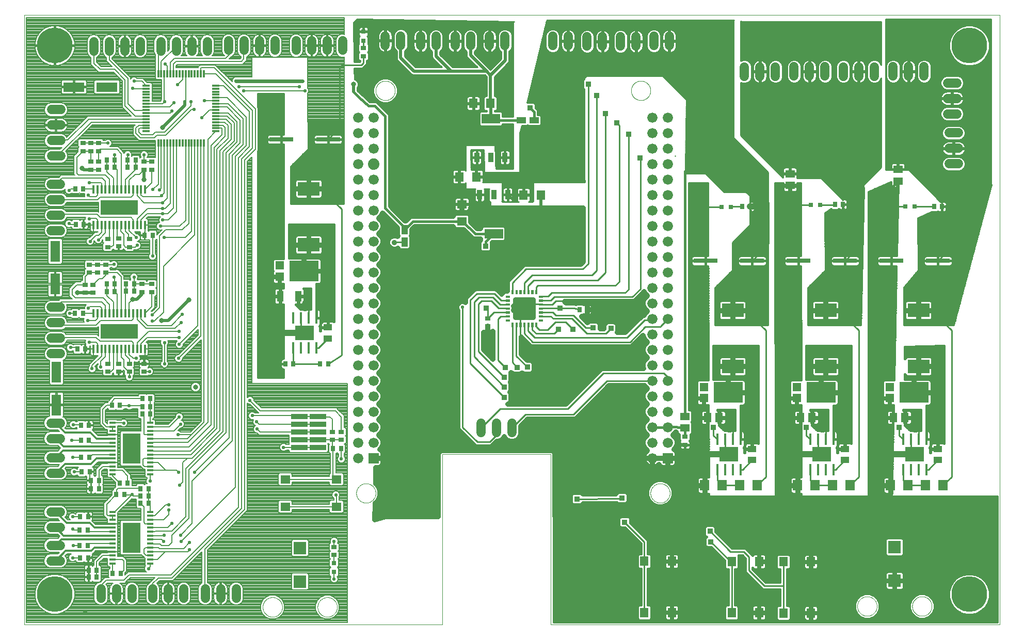
<source format=gbl>
G75*
%MOIN*%
%OFA0B0*%
%FSLAX25Y25*%
%IPPOS*%
%LPD*%
%AMOC8*
5,1,8,0,0,1.08239X$1,22.5*
%
%ADD10C,0.00000*%
%ADD11R,0.06600X0.06600*%
%ADD12C,0.06600*%
%ADD13C,0.07400*%
%ADD14R,0.05512X0.06299*%
%ADD15R,0.06299X0.05512*%
%ADD16C,0.06000*%
%ADD17R,0.03937X0.05906*%
%ADD18R,0.03300X0.06300*%
%ADD19R,0.11900X0.06300*%
%ADD20R,0.05512X0.06300*%
%ADD21R,0.02756X0.03543*%
%ADD22R,0.03543X0.02756*%
%ADD23R,0.05906X0.05118*%
%ADD24C,0.23000*%
%ADD25R,0.05700X0.04400*%
%ADD26R,0.15200X0.03100*%
%ADD27R,0.05118X0.05906*%
%ADD28R,0.05500X0.05500*%
%ADD29R,0.19100X0.13200*%
%ADD30R,0.03150X0.03150*%
%ADD31R,0.06299X0.07098*%
%ADD32R,0.01800X0.07800*%
%ADD33R,0.12200X0.09400*%
%ADD34R,0.14173X0.09055*%
%ADD35C,0.00276*%
%ADD36C,0.02913*%
%ADD37R,0.08268X0.08268*%
%ADD38R,0.05906X0.03937*%
%ADD39R,0.03937X0.01378*%
%ADD40R,0.11811X0.19685*%
%ADD41R,0.01400X0.05800*%
%ADD42R,0.24300X0.09400*%
%ADD43R,0.13780X0.06299*%
%ADD44R,0.06299X0.13780*%
%ADD45R,0.04724X0.01181*%
%ADD46R,0.01181X0.04724*%
%ADD47R,0.04400X0.07100*%
%ADD48R,0.06300X0.05512*%
%ADD49R,0.10500X0.03500*%
%ADD50C,0.01600*%
%ADD51C,0.04000*%
%ADD52C,0.01000*%
%ADD53C,0.03543*%
%ADD54C,0.03200*%
%ADD55C,0.02400*%
%ADD56C,0.02250*%
%ADD57C,0.00800*%
%ADD58C,0.02000*%
%ADD59R,0.03543X0.03543*%
%ADD60C,0.03300*%
%ADD61C,0.02200*%
%ADD62C,0.05906*%
%ADD63C,0.01400*%
D10*
X0034894Y0034921D02*
X0034894Y0428622D01*
X0664815Y0428622D01*
X0664815Y0034921D01*
X0374894Y0034921D01*
X0374894Y0144921D01*
X0304894Y0144921D01*
X0304894Y0034921D01*
X0034894Y0034921D01*
X0188831Y0046339D02*
X0188833Y0046497D01*
X0188839Y0046655D01*
X0188849Y0046813D01*
X0188863Y0046971D01*
X0188881Y0047128D01*
X0188902Y0047285D01*
X0188928Y0047441D01*
X0188958Y0047597D01*
X0188991Y0047752D01*
X0189029Y0047905D01*
X0189070Y0048058D01*
X0189115Y0048210D01*
X0189164Y0048361D01*
X0189217Y0048510D01*
X0189273Y0048658D01*
X0189333Y0048804D01*
X0189397Y0048949D01*
X0189465Y0049092D01*
X0189536Y0049234D01*
X0189610Y0049374D01*
X0189688Y0049511D01*
X0189770Y0049647D01*
X0189854Y0049781D01*
X0189943Y0049912D01*
X0190034Y0050041D01*
X0190129Y0050168D01*
X0190226Y0050293D01*
X0190327Y0050415D01*
X0190431Y0050534D01*
X0190538Y0050651D01*
X0190648Y0050765D01*
X0190761Y0050876D01*
X0190876Y0050985D01*
X0190994Y0051090D01*
X0191115Y0051192D01*
X0191238Y0051292D01*
X0191364Y0051388D01*
X0191492Y0051481D01*
X0191622Y0051571D01*
X0191755Y0051657D01*
X0191890Y0051741D01*
X0192026Y0051820D01*
X0192165Y0051897D01*
X0192306Y0051969D01*
X0192448Y0052039D01*
X0192592Y0052104D01*
X0192738Y0052166D01*
X0192885Y0052224D01*
X0193034Y0052279D01*
X0193184Y0052330D01*
X0193335Y0052377D01*
X0193487Y0052420D01*
X0193640Y0052459D01*
X0193795Y0052495D01*
X0193950Y0052526D01*
X0194106Y0052554D01*
X0194262Y0052578D01*
X0194419Y0052598D01*
X0194577Y0052614D01*
X0194734Y0052626D01*
X0194893Y0052634D01*
X0195051Y0052638D01*
X0195209Y0052638D01*
X0195367Y0052634D01*
X0195526Y0052626D01*
X0195683Y0052614D01*
X0195841Y0052598D01*
X0195998Y0052578D01*
X0196154Y0052554D01*
X0196310Y0052526D01*
X0196465Y0052495D01*
X0196620Y0052459D01*
X0196773Y0052420D01*
X0196925Y0052377D01*
X0197076Y0052330D01*
X0197226Y0052279D01*
X0197375Y0052224D01*
X0197522Y0052166D01*
X0197668Y0052104D01*
X0197812Y0052039D01*
X0197954Y0051969D01*
X0198095Y0051897D01*
X0198234Y0051820D01*
X0198370Y0051741D01*
X0198505Y0051657D01*
X0198638Y0051571D01*
X0198768Y0051481D01*
X0198896Y0051388D01*
X0199022Y0051292D01*
X0199145Y0051192D01*
X0199266Y0051090D01*
X0199384Y0050985D01*
X0199499Y0050876D01*
X0199612Y0050765D01*
X0199722Y0050651D01*
X0199829Y0050534D01*
X0199933Y0050415D01*
X0200034Y0050293D01*
X0200131Y0050168D01*
X0200226Y0050041D01*
X0200317Y0049912D01*
X0200406Y0049781D01*
X0200490Y0049647D01*
X0200572Y0049511D01*
X0200650Y0049374D01*
X0200724Y0049234D01*
X0200795Y0049092D01*
X0200863Y0048949D01*
X0200927Y0048804D01*
X0200987Y0048658D01*
X0201043Y0048510D01*
X0201096Y0048361D01*
X0201145Y0048210D01*
X0201190Y0048058D01*
X0201231Y0047905D01*
X0201269Y0047752D01*
X0201302Y0047597D01*
X0201332Y0047441D01*
X0201358Y0047285D01*
X0201379Y0047128D01*
X0201397Y0046971D01*
X0201411Y0046813D01*
X0201421Y0046655D01*
X0201427Y0046497D01*
X0201429Y0046339D01*
X0201427Y0046181D01*
X0201421Y0046023D01*
X0201411Y0045865D01*
X0201397Y0045707D01*
X0201379Y0045550D01*
X0201358Y0045393D01*
X0201332Y0045237D01*
X0201302Y0045081D01*
X0201269Y0044926D01*
X0201231Y0044773D01*
X0201190Y0044620D01*
X0201145Y0044468D01*
X0201096Y0044317D01*
X0201043Y0044168D01*
X0200987Y0044020D01*
X0200927Y0043874D01*
X0200863Y0043729D01*
X0200795Y0043586D01*
X0200724Y0043444D01*
X0200650Y0043304D01*
X0200572Y0043167D01*
X0200490Y0043031D01*
X0200406Y0042897D01*
X0200317Y0042766D01*
X0200226Y0042637D01*
X0200131Y0042510D01*
X0200034Y0042385D01*
X0199933Y0042263D01*
X0199829Y0042144D01*
X0199722Y0042027D01*
X0199612Y0041913D01*
X0199499Y0041802D01*
X0199384Y0041693D01*
X0199266Y0041588D01*
X0199145Y0041486D01*
X0199022Y0041386D01*
X0198896Y0041290D01*
X0198768Y0041197D01*
X0198638Y0041107D01*
X0198505Y0041021D01*
X0198370Y0040937D01*
X0198234Y0040858D01*
X0198095Y0040781D01*
X0197954Y0040709D01*
X0197812Y0040639D01*
X0197668Y0040574D01*
X0197522Y0040512D01*
X0197375Y0040454D01*
X0197226Y0040399D01*
X0197076Y0040348D01*
X0196925Y0040301D01*
X0196773Y0040258D01*
X0196620Y0040219D01*
X0196465Y0040183D01*
X0196310Y0040152D01*
X0196154Y0040124D01*
X0195998Y0040100D01*
X0195841Y0040080D01*
X0195683Y0040064D01*
X0195526Y0040052D01*
X0195367Y0040044D01*
X0195209Y0040040D01*
X0195051Y0040040D01*
X0194893Y0040044D01*
X0194734Y0040052D01*
X0194577Y0040064D01*
X0194419Y0040080D01*
X0194262Y0040100D01*
X0194106Y0040124D01*
X0193950Y0040152D01*
X0193795Y0040183D01*
X0193640Y0040219D01*
X0193487Y0040258D01*
X0193335Y0040301D01*
X0193184Y0040348D01*
X0193034Y0040399D01*
X0192885Y0040454D01*
X0192738Y0040512D01*
X0192592Y0040574D01*
X0192448Y0040639D01*
X0192306Y0040709D01*
X0192165Y0040781D01*
X0192026Y0040858D01*
X0191890Y0040937D01*
X0191755Y0041021D01*
X0191622Y0041107D01*
X0191492Y0041197D01*
X0191364Y0041290D01*
X0191238Y0041386D01*
X0191115Y0041486D01*
X0190994Y0041588D01*
X0190876Y0041693D01*
X0190761Y0041802D01*
X0190648Y0041913D01*
X0190538Y0042027D01*
X0190431Y0042144D01*
X0190327Y0042263D01*
X0190226Y0042385D01*
X0190129Y0042510D01*
X0190034Y0042637D01*
X0189943Y0042766D01*
X0189854Y0042897D01*
X0189770Y0043031D01*
X0189688Y0043167D01*
X0189610Y0043304D01*
X0189536Y0043444D01*
X0189465Y0043586D01*
X0189397Y0043729D01*
X0189333Y0043874D01*
X0189273Y0044020D01*
X0189217Y0044168D01*
X0189164Y0044317D01*
X0189115Y0044468D01*
X0189070Y0044620D01*
X0189029Y0044773D01*
X0188991Y0044926D01*
X0188958Y0045081D01*
X0188928Y0045237D01*
X0188902Y0045393D01*
X0188881Y0045550D01*
X0188863Y0045707D01*
X0188849Y0045865D01*
X0188839Y0046023D01*
X0188833Y0046181D01*
X0188831Y0046339D01*
X0224264Y0046339D02*
X0224266Y0046497D01*
X0224272Y0046655D01*
X0224282Y0046813D01*
X0224296Y0046971D01*
X0224314Y0047128D01*
X0224335Y0047285D01*
X0224361Y0047441D01*
X0224391Y0047597D01*
X0224424Y0047752D01*
X0224462Y0047905D01*
X0224503Y0048058D01*
X0224548Y0048210D01*
X0224597Y0048361D01*
X0224650Y0048510D01*
X0224706Y0048658D01*
X0224766Y0048804D01*
X0224830Y0048949D01*
X0224898Y0049092D01*
X0224969Y0049234D01*
X0225043Y0049374D01*
X0225121Y0049511D01*
X0225203Y0049647D01*
X0225287Y0049781D01*
X0225376Y0049912D01*
X0225467Y0050041D01*
X0225562Y0050168D01*
X0225659Y0050293D01*
X0225760Y0050415D01*
X0225864Y0050534D01*
X0225971Y0050651D01*
X0226081Y0050765D01*
X0226194Y0050876D01*
X0226309Y0050985D01*
X0226427Y0051090D01*
X0226548Y0051192D01*
X0226671Y0051292D01*
X0226797Y0051388D01*
X0226925Y0051481D01*
X0227055Y0051571D01*
X0227188Y0051657D01*
X0227323Y0051741D01*
X0227459Y0051820D01*
X0227598Y0051897D01*
X0227739Y0051969D01*
X0227881Y0052039D01*
X0228025Y0052104D01*
X0228171Y0052166D01*
X0228318Y0052224D01*
X0228467Y0052279D01*
X0228617Y0052330D01*
X0228768Y0052377D01*
X0228920Y0052420D01*
X0229073Y0052459D01*
X0229228Y0052495D01*
X0229383Y0052526D01*
X0229539Y0052554D01*
X0229695Y0052578D01*
X0229852Y0052598D01*
X0230010Y0052614D01*
X0230167Y0052626D01*
X0230326Y0052634D01*
X0230484Y0052638D01*
X0230642Y0052638D01*
X0230800Y0052634D01*
X0230959Y0052626D01*
X0231116Y0052614D01*
X0231274Y0052598D01*
X0231431Y0052578D01*
X0231587Y0052554D01*
X0231743Y0052526D01*
X0231898Y0052495D01*
X0232053Y0052459D01*
X0232206Y0052420D01*
X0232358Y0052377D01*
X0232509Y0052330D01*
X0232659Y0052279D01*
X0232808Y0052224D01*
X0232955Y0052166D01*
X0233101Y0052104D01*
X0233245Y0052039D01*
X0233387Y0051969D01*
X0233528Y0051897D01*
X0233667Y0051820D01*
X0233803Y0051741D01*
X0233938Y0051657D01*
X0234071Y0051571D01*
X0234201Y0051481D01*
X0234329Y0051388D01*
X0234455Y0051292D01*
X0234578Y0051192D01*
X0234699Y0051090D01*
X0234817Y0050985D01*
X0234932Y0050876D01*
X0235045Y0050765D01*
X0235155Y0050651D01*
X0235262Y0050534D01*
X0235366Y0050415D01*
X0235467Y0050293D01*
X0235564Y0050168D01*
X0235659Y0050041D01*
X0235750Y0049912D01*
X0235839Y0049781D01*
X0235923Y0049647D01*
X0236005Y0049511D01*
X0236083Y0049374D01*
X0236157Y0049234D01*
X0236228Y0049092D01*
X0236296Y0048949D01*
X0236360Y0048804D01*
X0236420Y0048658D01*
X0236476Y0048510D01*
X0236529Y0048361D01*
X0236578Y0048210D01*
X0236623Y0048058D01*
X0236664Y0047905D01*
X0236702Y0047752D01*
X0236735Y0047597D01*
X0236765Y0047441D01*
X0236791Y0047285D01*
X0236812Y0047128D01*
X0236830Y0046971D01*
X0236844Y0046813D01*
X0236854Y0046655D01*
X0236860Y0046497D01*
X0236862Y0046339D01*
X0236860Y0046181D01*
X0236854Y0046023D01*
X0236844Y0045865D01*
X0236830Y0045707D01*
X0236812Y0045550D01*
X0236791Y0045393D01*
X0236765Y0045237D01*
X0236735Y0045081D01*
X0236702Y0044926D01*
X0236664Y0044773D01*
X0236623Y0044620D01*
X0236578Y0044468D01*
X0236529Y0044317D01*
X0236476Y0044168D01*
X0236420Y0044020D01*
X0236360Y0043874D01*
X0236296Y0043729D01*
X0236228Y0043586D01*
X0236157Y0043444D01*
X0236083Y0043304D01*
X0236005Y0043167D01*
X0235923Y0043031D01*
X0235839Y0042897D01*
X0235750Y0042766D01*
X0235659Y0042637D01*
X0235564Y0042510D01*
X0235467Y0042385D01*
X0235366Y0042263D01*
X0235262Y0042144D01*
X0235155Y0042027D01*
X0235045Y0041913D01*
X0234932Y0041802D01*
X0234817Y0041693D01*
X0234699Y0041588D01*
X0234578Y0041486D01*
X0234455Y0041386D01*
X0234329Y0041290D01*
X0234201Y0041197D01*
X0234071Y0041107D01*
X0233938Y0041021D01*
X0233803Y0040937D01*
X0233667Y0040858D01*
X0233528Y0040781D01*
X0233387Y0040709D01*
X0233245Y0040639D01*
X0233101Y0040574D01*
X0232955Y0040512D01*
X0232808Y0040454D01*
X0232659Y0040399D01*
X0232509Y0040348D01*
X0232358Y0040301D01*
X0232206Y0040258D01*
X0232053Y0040219D01*
X0231898Y0040183D01*
X0231743Y0040152D01*
X0231587Y0040124D01*
X0231431Y0040100D01*
X0231274Y0040080D01*
X0231116Y0040064D01*
X0230959Y0040052D01*
X0230800Y0040044D01*
X0230642Y0040040D01*
X0230484Y0040040D01*
X0230326Y0040044D01*
X0230167Y0040052D01*
X0230010Y0040064D01*
X0229852Y0040080D01*
X0229695Y0040100D01*
X0229539Y0040124D01*
X0229383Y0040152D01*
X0229228Y0040183D01*
X0229073Y0040219D01*
X0228920Y0040258D01*
X0228768Y0040301D01*
X0228617Y0040348D01*
X0228467Y0040399D01*
X0228318Y0040454D01*
X0228171Y0040512D01*
X0228025Y0040574D01*
X0227881Y0040639D01*
X0227739Y0040709D01*
X0227598Y0040781D01*
X0227459Y0040858D01*
X0227323Y0040937D01*
X0227188Y0041021D01*
X0227055Y0041107D01*
X0226925Y0041197D01*
X0226797Y0041290D01*
X0226671Y0041386D01*
X0226548Y0041486D01*
X0226427Y0041588D01*
X0226309Y0041693D01*
X0226194Y0041802D01*
X0226081Y0041913D01*
X0225971Y0042027D01*
X0225864Y0042144D01*
X0225760Y0042263D01*
X0225659Y0042385D01*
X0225562Y0042510D01*
X0225467Y0042637D01*
X0225376Y0042766D01*
X0225287Y0042897D01*
X0225203Y0043031D01*
X0225121Y0043167D01*
X0225043Y0043304D01*
X0224969Y0043444D01*
X0224898Y0043586D01*
X0224830Y0043729D01*
X0224766Y0043874D01*
X0224706Y0044020D01*
X0224650Y0044168D01*
X0224597Y0044317D01*
X0224548Y0044468D01*
X0224503Y0044620D01*
X0224462Y0044773D01*
X0224424Y0044926D01*
X0224391Y0045081D01*
X0224361Y0045237D01*
X0224335Y0045393D01*
X0224314Y0045550D01*
X0224296Y0045707D01*
X0224282Y0045865D01*
X0224272Y0046023D01*
X0224266Y0046181D01*
X0224264Y0046339D01*
X0249254Y0119921D02*
X0249256Y0120079D01*
X0249262Y0120236D01*
X0249272Y0120394D01*
X0249286Y0120551D01*
X0249304Y0120707D01*
X0249325Y0120864D01*
X0249351Y0121019D01*
X0249381Y0121174D01*
X0249414Y0121328D01*
X0249452Y0121481D01*
X0249493Y0121634D01*
X0249538Y0121785D01*
X0249587Y0121935D01*
X0249640Y0122083D01*
X0249696Y0122231D01*
X0249757Y0122376D01*
X0249820Y0122521D01*
X0249888Y0122663D01*
X0249959Y0122804D01*
X0250033Y0122943D01*
X0250111Y0123080D01*
X0250193Y0123215D01*
X0250277Y0123348D01*
X0250366Y0123479D01*
X0250457Y0123607D01*
X0250552Y0123734D01*
X0250649Y0123857D01*
X0250750Y0123979D01*
X0250854Y0124097D01*
X0250961Y0124213D01*
X0251071Y0124326D01*
X0251183Y0124437D01*
X0251299Y0124544D01*
X0251417Y0124649D01*
X0251537Y0124751D01*
X0251660Y0124849D01*
X0251786Y0124945D01*
X0251914Y0125037D01*
X0252044Y0125126D01*
X0252176Y0125212D01*
X0252311Y0125294D01*
X0252448Y0125373D01*
X0252586Y0125448D01*
X0252726Y0125520D01*
X0252869Y0125588D01*
X0253012Y0125653D01*
X0253158Y0125714D01*
X0253305Y0125771D01*
X0253453Y0125825D01*
X0253603Y0125875D01*
X0253753Y0125921D01*
X0253905Y0125963D01*
X0254058Y0126002D01*
X0254212Y0126036D01*
X0254367Y0126067D01*
X0254522Y0126093D01*
X0254678Y0126116D01*
X0254835Y0126135D01*
X0254992Y0126150D01*
X0255149Y0126161D01*
X0255307Y0126168D01*
X0255465Y0126171D01*
X0255622Y0126170D01*
X0255780Y0126165D01*
X0255937Y0126156D01*
X0256095Y0126143D01*
X0256251Y0126126D01*
X0256408Y0126105D01*
X0256563Y0126081D01*
X0256718Y0126052D01*
X0256873Y0126019D01*
X0257026Y0125983D01*
X0257179Y0125942D01*
X0257330Y0125898D01*
X0257480Y0125850D01*
X0257629Y0125799D01*
X0257777Y0125743D01*
X0257923Y0125684D01*
X0258068Y0125621D01*
X0258211Y0125554D01*
X0258352Y0125484D01*
X0258491Y0125411D01*
X0258629Y0125334D01*
X0258765Y0125253D01*
X0258898Y0125169D01*
X0259029Y0125082D01*
X0259158Y0124991D01*
X0259285Y0124897D01*
X0259410Y0124800D01*
X0259531Y0124700D01*
X0259651Y0124597D01*
X0259767Y0124491D01*
X0259881Y0124382D01*
X0259993Y0124270D01*
X0260101Y0124156D01*
X0260206Y0124038D01*
X0260309Y0123918D01*
X0260408Y0123796D01*
X0260504Y0123671D01*
X0260597Y0123543D01*
X0260687Y0123414D01*
X0260773Y0123282D01*
X0260857Y0123148D01*
X0260936Y0123012D01*
X0261013Y0122874D01*
X0261085Y0122734D01*
X0261154Y0122592D01*
X0261220Y0122449D01*
X0261282Y0122304D01*
X0261340Y0122157D01*
X0261395Y0122009D01*
X0261446Y0121860D01*
X0261493Y0121709D01*
X0261536Y0121558D01*
X0261575Y0121405D01*
X0261611Y0121251D01*
X0261642Y0121097D01*
X0261670Y0120942D01*
X0261694Y0120786D01*
X0261714Y0120629D01*
X0261730Y0120472D01*
X0261742Y0120315D01*
X0261750Y0120158D01*
X0261754Y0120000D01*
X0261754Y0119842D01*
X0261750Y0119684D01*
X0261742Y0119527D01*
X0261730Y0119370D01*
X0261714Y0119213D01*
X0261694Y0119056D01*
X0261670Y0118900D01*
X0261642Y0118745D01*
X0261611Y0118591D01*
X0261575Y0118437D01*
X0261536Y0118284D01*
X0261493Y0118133D01*
X0261446Y0117982D01*
X0261395Y0117833D01*
X0261340Y0117685D01*
X0261282Y0117538D01*
X0261220Y0117393D01*
X0261154Y0117250D01*
X0261085Y0117108D01*
X0261013Y0116968D01*
X0260936Y0116830D01*
X0260857Y0116694D01*
X0260773Y0116560D01*
X0260687Y0116428D01*
X0260597Y0116299D01*
X0260504Y0116171D01*
X0260408Y0116046D01*
X0260309Y0115924D01*
X0260206Y0115804D01*
X0260101Y0115686D01*
X0259993Y0115572D01*
X0259881Y0115460D01*
X0259767Y0115351D01*
X0259651Y0115245D01*
X0259531Y0115142D01*
X0259410Y0115042D01*
X0259285Y0114945D01*
X0259158Y0114851D01*
X0259029Y0114760D01*
X0258898Y0114673D01*
X0258765Y0114589D01*
X0258629Y0114508D01*
X0258491Y0114431D01*
X0258352Y0114358D01*
X0258211Y0114288D01*
X0258068Y0114221D01*
X0257923Y0114158D01*
X0257777Y0114099D01*
X0257629Y0114043D01*
X0257480Y0113992D01*
X0257330Y0113944D01*
X0257179Y0113900D01*
X0257026Y0113859D01*
X0256873Y0113823D01*
X0256718Y0113790D01*
X0256563Y0113761D01*
X0256408Y0113737D01*
X0256251Y0113716D01*
X0256095Y0113699D01*
X0255937Y0113686D01*
X0255780Y0113677D01*
X0255622Y0113672D01*
X0255465Y0113671D01*
X0255307Y0113674D01*
X0255149Y0113681D01*
X0254992Y0113692D01*
X0254835Y0113707D01*
X0254678Y0113726D01*
X0254522Y0113749D01*
X0254367Y0113775D01*
X0254212Y0113806D01*
X0254058Y0113840D01*
X0253905Y0113879D01*
X0253753Y0113921D01*
X0253603Y0113967D01*
X0253453Y0114017D01*
X0253305Y0114071D01*
X0253158Y0114128D01*
X0253012Y0114189D01*
X0252869Y0114254D01*
X0252726Y0114322D01*
X0252586Y0114394D01*
X0252448Y0114469D01*
X0252311Y0114548D01*
X0252176Y0114630D01*
X0252044Y0114716D01*
X0251914Y0114805D01*
X0251786Y0114897D01*
X0251660Y0114993D01*
X0251537Y0115091D01*
X0251417Y0115193D01*
X0251299Y0115298D01*
X0251183Y0115405D01*
X0251071Y0115516D01*
X0250961Y0115629D01*
X0250854Y0115745D01*
X0250750Y0115863D01*
X0250649Y0115985D01*
X0250552Y0116108D01*
X0250457Y0116235D01*
X0250366Y0116363D01*
X0250277Y0116494D01*
X0250193Y0116627D01*
X0250111Y0116762D01*
X0250033Y0116899D01*
X0249959Y0117038D01*
X0249888Y0117179D01*
X0249820Y0117321D01*
X0249757Y0117466D01*
X0249696Y0117611D01*
X0249640Y0117759D01*
X0249587Y0117907D01*
X0249538Y0118057D01*
X0249493Y0118208D01*
X0249452Y0118361D01*
X0249414Y0118514D01*
X0249381Y0118668D01*
X0249351Y0118823D01*
X0249325Y0118978D01*
X0249304Y0119135D01*
X0249286Y0119291D01*
X0249272Y0119448D01*
X0249262Y0119606D01*
X0249256Y0119763D01*
X0249254Y0119921D01*
X0439254Y0119921D02*
X0439256Y0120079D01*
X0439262Y0120236D01*
X0439272Y0120394D01*
X0439286Y0120551D01*
X0439304Y0120707D01*
X0439325Y0120864D01*
X0439351Y0121019D01*
X0439381Y0121174D01*
X0439414Y0121328D01*
X0439452Y0121481D01*
X0439493Y0121634D01*
X0439538Y0121785D01*
X0439587Y0121935D01*
X0439640Y0122083D01*
X0439696Y0122231D01*
X0439757Y0122376D01*
X0439820Y0122521D01*
X0439888Y0122663D01*
X0439959Y0122804D01*
X0440033Y0122943D01*
X0440111Y0123080D01*
X0440193Y0123215D01*
X0440277Y0123348D01*
X0440366Y0123479D01*
X0440457Y0123607D01*
X0440552Y0123734D01*
X0440649Y0123857D01*
X0440750Y0123979D01*
X0440854Y0124097D01*
X0440961Y0124213D01*
X0441071Y0124326D01*
X0441183Y0124437D01*
X0441299Y0124544D01*
X0441417Y0124649D01*
X0441537Y0124751D01*
X0441660Y0124849D01*
X0441786Y0124945D01*
X0441914Y0125037D01*
X0442044Y0125126D01*
X0442176Y0125212D01*
X0442311Y0125294D01*
X0442448Y0125373D01*
X0442586Y0125448D01*
X0442726Y0125520D01*
X0442869Y0125588D01*
X0443012Y0125653D01*
X0443158Y0125714D01*
X0443305Y0125771D01*
X0443453Y0125825D01*
X0443603Y0125875D01*
X0443753Y0125921D01*
X0443905Y0125963D01*
X0444058Y0126002D01*
X0444212Y0126036D01*
X0444367Y0126067D01*
X0444522Y0126093D01*
X0444678Y0126116D01*
X0444835Y0126135D01*
X0444992Y0126150D01*
X0445149Y0126161D01*
X0445307Y0126168D01*
X0445465Y0126171D01*
X0445622Y0126170D01*
X0445780Y0126165D01*
X0445937Y0126156D01*
X0446095Y0126143D01*
X0446251Y0126126D01*
X0446408Y0126105D01*
X0446563Y0126081D01*
X0446718Y0126052D01*
X0446873Y0126019D01*
X0447026Y0125983D01*
X0447179Y0125942D01*
X0447330Y0125898D01*
X0447480Y0125850D01*
X0447629Y0125799D01*
X0447777Y0125743D01*
X0447923Y0125684D01*
X0448068Y0125621D01*
X0448211Y0125554D01*
X0448352Y0125484D01*
X0448491Y0125411D01*
X0448629Y0125334D01*
X0448765Y0125253D01*
X0448898Y0125169D01*
X0449029Y0125082D01*
X0449158Y0124991D01*
X0449285Y0124897D01*
X0449410Y0124800D01*
X0449531Y0124700D01*
X0449651Y0124597D01*
X0449767Y0124491D01*
X0449881Y0124382D01*
X0449993Y0124270D01*
X0450101Y0124156D01*
X0450206Y0124038D01*
X0450309Y0123918D01*
X0450408Y0123796D01*
X0450504Y0123671D01*
X0450597Y0123543D01*
X0450687Y0123414D01*
X0450773Y0123282D01*
X0450857Y0123148D01*
X0450936Y0123012D01*
X0451013Y0122874D01*
X0451085Y0122734D01*
X0451154Y0122592D01*
X0451220Y0122449D01*
X0451282Y0122304D01*
X0451340Y0122157D01*
X0451395Y0122009D01*
X0451446Y0121860D01*
X0451493Y0121709D01*
X0451536Y0121558D01*
X0451575Y0121405D01*
X0451611Y0121251D01*
X0451642Y0121097D01*
X0451670Y0120942D01*
X0451694Y0120786D01*
X0451714Y0120629D01*
X0451730Y0120472D01*
X0451742Y0120315D01*
X0451750Y0120158D01*
X0451754Y0120000D01*
X0451754Y0119842D01*
X0451750Y0119684D01*
X0451742Y0119527D01*
X0451730Y0119370D01*
X0451714Y0119213D01*
X0451694Y0119056D01*
X0451670Y0118900D01*
X0451642Y0118745D01*
X0451611Y0118591D01*
X0451575Y0118437D01*
X0451536Y0118284D01*
X0451493Y0118133D01*
X0451446Y0117982D01*
X0451395Y0117833D01*
X0451340Y0117685D01*
X0451282Y0117538D01*
X0451220Y0117393D01*
X0451154Y0117250D01*
X0451085Y0117108D01*
X0451013Y0116968D01*
X0450936Y0116830D01*
X0450857Y0116694D01*
X0450773Y0116560D01*
X0450687Y0116428D01*
X0450597Y0116299D01*
X0450504Y0116171D01*
X0450408Y0116046D01*
X0450309Y0115924D01*
X0450206Y0115804D01*
X0450101Y0115686D01*
X0449993Y0115572D01*
X0449881Y0115460D01*
X0449767Y0115351D01*
X0449651Y0115245D01*
X0449531Y0115142D01*
X0449410Y0115042D01*
X0449285Y0114945D01*
X0449158Y0114851D01*
X0449029Y0114760D01*
X0448898Y0114673D01*
X0448765Y0114589D01*
X0448629Y0114508D01*
X0448491Y0114431D01*
X0448352Y0114358D01*
X0448211Y0114288D01*
X0448068Y0114221D01*
X0447923Y0114158D01*
X0447777Y0114099D01*
X0447629Y0114043D01*
X0447480Y0113992D01*
X0447330Y0113944D01*
X0447179Y0113900D01*
X0447026Y0113859D01*
X0446873Y0113823D01*
X0446718Y0113790D01*
X0446563Y0113761D01*
X0446408Y0113737D01*
X0446251Y0113716D01*
X0446095Y0113699D01*
X0445937Y0113686D01*
X0445780Y0113677D01*
X0445622Y0113672D01*
X0445465Y0113671D01*
X0445307Y0113674D01*
X0445149Y0113681D01*
X0444992Y0113692D01*
X0444835Y0113707D01*
X0444678Y0113726D01*
X0444522Y0113749D01*
X0444367Y0113775D01*
X0444212Y0113806D01*
X0444058Y0113840D01*
X0443905Y0113879D01*
X0443753Y0113921D01*
X0443603Y0113967D01*
X0443453Y0114017D01*
X0443305Y0114071D01*
X0443158Y0114128D01*
X0443012Y0114189D01*
X0442869Y0114254D01*
X0442726Y0114322D01*
X0442586Y0114394D01*
X0442448Y0114469D01*
X0442311Y0114548D01*
X0442176Y0114630D01*
X0442044Y0114716D01*
X0441914Y0114805D01*
X0441786Y0114897D01*
X0441660Y0114993D01*
X0441537Y0115091D01*
X0441417Y0115193D01*
X0441299Y0115298D01*
X0441183Y0115405D01*
X0441071Y0115516D01*
X0440961Y0115629D01*
X0440854Y0115745D01*
X0440750Y0115863D01*
X0440649Y0115985D01*
X0440552Y0116108D01*
X0440457Y0116235D01*
X0440366Y0116363D01*
X0440277Y0116494D01*
X0440193Y0116627D01*
X0440111Y0116762D01*
X0440033Y0116899D01*
X0439959Y0117038D01*
X0439888Y0117179D01*
X0439820Y0117321D01*
X0439757Y0117466D01*
X0439696Y0117611D01*
X0439640Y0117759D01*
X0439587Y0117907D01*
X0439538Y0118057D01*
X0439493Y0118208D01*
X0439452Y0118361D01*
X0439414Y0118514D01*
X0439381Y0118668D01*
X0439351Y0118823D01*
X0439325Y0118978D01*
X0439304Y0119135D01*
X0439286Y0119291D01*
X0439272Y0119448D01*
X0439262Y0119606D01*
X0439256Y0119763D01*
X0439254Y0119921D01*
X0572847Y0046890D02*
X0572849Y0047048D01*
X0572855Y0047206D01*
X0572865Y0047364D01*
X0572879Y0047522D01*
X0572897Y0047679D01*
X0572918Y0047836D01*
X0572944Y0047992D01*
X0572974Y0048148D01*
X0573007Y0048303D01*
X0573045Y0048456D01*
X0573086Y0048609D01*
X0573131Y0048761D01*
X0573180Y0048912D01*
X0573233Y0049061D01*
X0573289Y0049209D01*
X0573349Y0049355D01*
X0573413Y0049500D01*
X0573481Y0049643D01*
X0573552Y0049785D01*
X0573626Y0049925D01*
X0573704Y0050062D01*
X0573786Y0050198D01*
X0573870Y0050332D01*
X0573959Y0050463D01*
X0574050Y0050592D01*
X0574145Y0050719D01*
X0574242Y0050844D01*
X0574343Y0050966D01*
X0574447Y0051085D01*
X0574554Y0051202D01*
X0574664Y0051316D01*
X0574777Y0051427D01*
X0574892Y0051536D01*
X0575010Y0051641D01*
X0575131Y0051743D01*
X0575254Y0051843D01*
X0575380Y0051939D01*
X0575508Y0052032D01*
X0575638Y0052122D01*
X0575771Y0052208D01*
X0575906Y0052292D01*
X0576042Y0052371D01*
X0576181Y0052448D01*
X0576322Y0052520D01*
X0576464Y0052590D01*
X0576608Y0052655D01*
X0576754Y0052717D01*
X0576901Y0052775D01*
X0577050Y0052830D01*
X0577200Y0052881D01*
X0577351Y0052928D01*
X0577503Y0052971D01*
X0577656Y0053010D01*
X0577811Y0053046D01*
X0577966Y0053077D01*
X0578122Y0053105D01*
X0578278Y0053129D01*
X0578435Y0053149D01*
X0578593Y0053165D01*
X0578750Y0053177D01*
X0578909Y0053185D01*
X0579067Y0053189D01*
X0579225Y0053189D01*
X0579383Y0053185D01*
X0579542Y0053177D01*
X0579699Y0053165D01*
X0579857Y0053149D01*
X0580014Y0053129D01*
X0580170Y0053105D01*
X0580326Y0053077D01*
X0580481Y0053046D01*
X0580636Y0053010D01*
X0580789Y0052971D01*
X0580941Y0052928D01*
X0581092Y0052881D01*
X0581242Y0052830D01*
X0581391Y0052775D01*
X0581538Y0052717D01*
X0581684Y0052655D01*
X0581828Y0052590D01*
X0581970Y0052520D01*
X0582111Y0052448D01*
X0582250Y0052371D01*
X0582386Y0052292D01*
X0582521Y0052208D01*
X0582654Y0052122D01*
X0582784Y0052032D01*
X0582912Y0051939D01*
X0583038Y0051843D01*
X0583161Y0051743D01*
X0583282Y0051641D01*
X0583400Y0051536D01*
X0583515Y0051427D01*
X0583628Y0051316D01*
X0583738Y0051202D01*
X0583845Y0051085D01*
X0583949Y0050966D01*
X0584050Y0050844D01*
X0584147Y0050719D01*
X0584242Y0050592D01*
X0584333Y0050463D01*
X0584422Y0050332D01*
X0584506Y0050198D01*
X0584588Y0050062D01*
X0584666Y0049925D01*
X0584740Y0049785D01*
X0584811Y0049643D01*
X0584879Y0049500D01*
X0584943Y0049355D01*
X0585003Y0049209D01*
X0585059Y0049061D01*
X0585112Y0048912D01*
X0585161Y0048761D01*
X0585206Y0048609D01*
X0585247Y0048456D01*
X0585285Y0048303D01*
X0585318Y0048148D01*
X0585348Y0047992D01*
X0585374Y0047836D01*
X0585395Y0047679D01*
X0585413Y0047522D01*
X0585427Y0047364D01*
X0585437Y0047206D01*
X0585443Y0047048D01*
X0585445Y0046890D01*
X0585443Y0046732D01*
X0585437Y0046574D01*
X0585427Y0046416D01*
X0585413Y0046258D01*
X0585395Y0046101D01*
X0585374Y0045944D01*
X0585348Y0045788D01*
X0585318Y0045632D01*
X0585285Y0045477D01*
X0585247Y0045324D01*
X0585206Y0045171D01*
X0585161Y0045019D01*
X0585112Y0044868D01*
X0585059Y0044719D01*
X0585003Y0044571D01*
X0584943Y0044425D01*
X0584879Y0044280D01*
X0584811Y0044137D01*
X0584740Y0043995D01*
X0584666Y0043855D01*
X0584588Y0043718D01*
X0584506Y0043582D01*
X0584422Y0043448D01*
X0584333Y0043317D01*
X0584242Y0043188D01*
X0584147Y0043061D01*
X0584050Y0042936D01*
X0583949Y0042814D01*
X0583845Y0042695D01*
X0583738Y0042578D01*
X0583628Y0042464D01*
X0583515Y0042353D01*
X0583400Y0042244D01*
X0583282Y0042139D01*
X0583161Y0042037D01*
X0583038Y0041937D01*
X0582912Y0041841D01*
X0582784Y0041748D01*
X0582654Y0041658D01*
X0582521Y0041572D01*
X0582386Y0041488D01*
X0582250Y0041409D01*
X0582111Y0041332D01*
X0581970Y0041260D01*
X0581828Y0041190D01*
X0581684Y0041125D01*
X0581538Y0041063D01*
X0581391Y0041005D01*
X0581242Y0040950D01*
X0581092Y0040899D01*
X0580941Y0040852D01*
X0580789Y0040809D01*
X0580636Y0040770D01*
X0580481Y0040734D01*
X0580326Y0040703D01*
X0580170Y0040675D01*
X0580014Y0040651D01*
X0579857Y0040631D01*
X0579699Y0040615D01*
X0579542Y0040603D01*
X0579383Y0040595D01*
X0579225Y0040591D01*
X0579067Y0040591D01*
X0578909Y0040595D01*
X0578750Y0040603D01*
X0578593Y0040615D01*
X0578435Y0040631D01*
X0578278Y0040651D01*
X0578122Y0040675D01*
X0577966Y0040703D01*
X0577811Y0040734D01*
X0577656Y0040770D01*
X0577503Y0040809D01*
X0577351Y0040852D01*
X0577200Y0040899D01*
X0577050Y0040950D01*
X0576901Y0041005D01*
X0576754Y0041063D01*
X0576608Y0041125D01*
X0576464Y0041190D01*
X0576322Y0041260D01*
X0576181Y0041332D01*
X0576042Y0041409D01*
X0575906Y0041488D01*
X0575771Y0041572D01*
X0575638Y0041658D01*
X0575508Y0041748D01*
X0575380Y0041841D01*
X0575254Y0041937D01*
X0575131Y0042037D01*
X0575010Y0042139D01*
X0574892Y0042244D01*
X0574777Y0042353D01*
X0574664Y0042464D01*
X0574554Y0042578D01*
X0574447Y0042695D01*
X0574343Y0042814D01*
X0574242Y0042936D01*
X0574145Y0043061D01*
X0574050Y0043188D01*
X0573959Y0043317D01*
X0573870Y0043448D01*
X0573786Y0043582D01*
X0573704Y0043718D01*
X0573626Y0043855D01*
X0573552Y0043995D01*
X0573481Y0044137D01*
X0573413Y0044280D01*
X0573349Y0044425D01*
X0573289Y0044571D01*
X0573233Y0044719D01*
X0573180Y0044868D01*
X0573131Y0045019D01*
X0573086Y0045171D01*
X0573045Y0045324D01*
X0573007Y0045477D01*
X0572974Y0045632D01*
X0572944Y0045788D01*
X0572918Y0045944D01*
X0572897Y0046101D01*
X0572879Y0046258D01*
X0572865Y0046416D01*
X0572855Y0046574D01*
X0572849Y0046732D01*
X0572847Y0046890D01*
X0608280Y0046890D02*
X0608282Y0047048D01*
X0608288Y0047206D01*
X0608298Y0047364D01*
X0608312Y0047522D01*
X0608330Y0047679D01*
X0608351Y0047836D01*
X0608377Y0047992D01*
X0608407Y0048148D01*
X0608440Y0048303D01*
X0608478Y0048456D01*
X0608519Y0048609D01*
X0608564Y0048761D01*
X0608613Y0048912D01*
X0608666Y0049061D01*
X0608722Y0049209D01*
X0608782Y0049355D01*
X0608846Y0049500D01*
X0608914Y0049643D01*
X0608985Y0049785D01*
X0609059Y0049925D01*
X0609137Y0050062D01*
X0609219Y0050198D01*
X0609303Y0050332D01*
X0609392Y0050463D01*
X0609483Y0050592D01*
X0609578Y0050719D01*
X0609675Y0050844D01*
X0609776Y0050966D01*
X0609880Y0051085D01*
X0609987Y0051202D01*
X0610097Y0051316D01*
X0610210Y0051427D01*
X0610325Y0051536D01*
X0610443Y0051641D01*
X0610564Y0051743D01*
X0610687Y0051843D01*
X0610813Y0051939D01*
X0610941Y0052032D01*
X0611071Y0052122D01*
X0611204Y0052208D01*
X0611339Y0052292D01*
X0611475Y0052371D01*
X0611614Y0052448D01*
X0611755Y0052520D01*
X0611897Y0052590D01*
X0612041Y0052655D01*
X0612187Y0052717D01*
X0612334Y0052775D01*
X0612483Y0052830D01*
X0612633Y0052881D01*
X0612784Y0052928D01*
X0612936Y0052971D01*
X0613089Y0053010D01*
X0613244Y0053046D01*
X0613399Y0053077D01*
X0613555Y0053105D01*
X0613711Y0053129D01*
X0613868Y0053149D01*
X0614026Y0053165D01*
X0614183Y0053177D01*
X0614342Y0053185D01*
X0614500Y0053189D01*
X0614658Y0053189D01*
X0614816Y0053185D01*
X0614975Y0053177D01*
X0615132Y0053165D01*
X0615290Y0053149D01*
X0615447Y0053129D01*
X0615603Y0053105D01*
X0615759Y0053077D01*
X0615914Y0053046D01*
X0616069Y0053010D01*
X0616222Y0052971D01*
X0616374Y0052928D01*
X0616525Y0052881D01*
X0616675Y0052830D01*
X0616824Y0052775D01*
X0616971Y0052717D01*
X0617117Y0052655D01*
X0617261Y0052590D01*
X0617403Y0052520D01*
X0617544Y0052448D01*
X0617683Y0052371D01*
X0617819Y0052292D01*
X0617954Y0052208D01*
X0618087Y0052122D01*
X0618217Y0052032D01*
X0618345Y0051939D01*
X0618471Y0051843D01*
X0618594Y0051743D01*
X0618715Y0051641D01*
X0618833Y0051536D01*
X0618948Y0051427D01*
X0619061Y0051316D01*
X0619171Y0051202D01*
X0619278Y0051085D01*
X0619382Y0050966D01*
X0619483Y0050844D01*
X0619580Y0050719D01*
X0619675Y0050592D01*
X0619766Y0050463D01*
X0619855Y0050332D01*
X0619939Y0050198D01*
X0620021Y0050062D01*
X0620099Y0049925D01*
X0620173Y0049785D01*
X0620244Y0049643D01*
X0620312Y0049500D01*
X0620376Y0049355D01*
X0620436Y0049209D01*
X0620492Y0049061D01*
X0620545Y0048912D01*
X0620594Y0048761D01*
X0620639Y0048609D01*
X0620680Y0048456D01*
X0620718Y0048303D01*
X0620751Y0048148D01*
X0620781Y0047992D01*
X0620807Y0047836D01*
X0620828Y0047679D01*
X0620846Y0047522D01*
X0620860Y0047364D01*
X0620870Y0047206D01*
X0620876Y0047048D01*
X0620878Y0046890D01*
X0620876Y0046732D01*
X0620870Y0046574D01*
X0620860Y0046416D01*
X0620846Y0046258D01*
X0620828Y0046101D01*
X0620807Y0045944D01*
X0620781Y0045788D01*
X0620751Y0045632D01*
X0620718Y0045477D01*
X0620680Y0045324D01*
X0620639Y0045171D01*
X0620594Y0045019D01*
X0620545Y0044868D01*
X0620492Y0044719D01*
X0620436Y0044571D01*
X0620376Y0044425D01*
X0620312Y0044280D01*
X0620244Y0044137D01*
X0620173Y0043995D01*
X0620099Y0043855D01*
X0620021Y0043718D01*
X0619939Y0043582D01*
X0619855Y0043448D01*
X0619766Y0043317D01*
X0619675Y0043188D01*
X0619580Y0043061D01*
X0619483Y0042936D01*
X0619382Y0042814D01*
X0619278Y0042695D01*
X0619171Y0042578D01*
X0619061Y0042464D01*
X0618948Y0042353D01*
X0618833Y0042244D01*
X0618715Y0042139D01*
X0618594Y0042037D01*
X0618471Y0041937D01*
X0618345Y0041841D01*
X0618217Y0041748D01*
X0618087Y0041658D01*
X0617954Y0041572D01*
X0617819Y0041488D01*
X0617683Y0041409D01*
X0617544Y0041332D01*
X0617403Y0041260D01*
X0617261Y0041190D01*
X0617117Y0041125D01*
X0616971Y0041063D01*
X0616824Y0041005D01*
X0616675Y0040950D01*
X0616525Y0040899D01*
X0616374Y0040852D01*
X0616222Y0040809D01*
X0616069Y0040770D01*
X0615914Y0040734D01*
X0615759Y0040703D01*
X0615603Y0040675D01*
X0615447Y0040651D01*
X0615290Y0040631D01*
X0615132Y0040615D01*
X0614975Y0040603D01*
X0614816Y0040595D01*
X0614658Y0040591D01*
X0614500Y0040591D01*
X0614342Y0040595D01*
X0614183Y0040603D01*
X0614026Y0040615D01*
X0613868Y0040631D01*
X0613711Y0040651D01*
X0613555Y0040675D01*
X0613399Y0040703D01*
X0613244Y0040734D01*
X0613089Y0040770D01*
X0612936Y0040809D01*
X0612784Y0040852D01*
X0612633Y0040899D01*
X0612483Y0040950D01*
X0612334Y0041005D01*
X0612187Y0041063D01*
X0612041Y0041125D01*
X0611897Y0041190D01*
X0611755Y0041260D01*
X0611614Y0041332D01*
X0611475Y0041409D01*
X0611339Y0041488D01*
X0611204Y0041572D01*
X0611071Y0041658D01*
X0610941Y0041748D01*
X0610813Y0041841D01*
X0610687Y0041937D01*
X0610564Y0042037D01*
X0610443Y0042139D01*
X0610325Y0042244D01*
X0610210Y0042353D01*
X0610097Y0042464D01*
X0609987Y0042578D01*
X0609880Y0042695D01*
X0609776Y0042814D01*
X0609675Y0042936D01*
X0609578Y0043061D01*
X0609483Y0043188D01*
X0609392Y0043317D01*
X0609303Y0043448D01*
X0609219Y0043582D01*
X0609137Y0043718D01*
X0609059Y0043855D01*
X0608985Y0043995D01*
X0608914Y0044137D01*
X0608846Y0044280D01*
X0608782Y0044425D01*
X0608722Y0044571D01*
X0608666Y0044719D01*
X0608613Y0044868D01*
X0608564Y0045019D01*
X0608519Y0045171D01*
X0608478Y0045324D01*
X0608440Y0045477D01*
X0608407Y0045632D01*
X0608377Y0045788D01*
X0608351Y0045944D01*
X0608330Y0046101D01*
X0608312Y0046258D01*
X0608298Y0046416D01*
X0608288Y0046574D01*
X0608282Y0046732D01*
X0608280Y0046890D01*
X0426754Y0379921D02*
X0426756Y0380079D01*
X0426762Y0380236D01*
X0426772Y0380394D01*
X0426786Y0380551D01*
X0426804Y0380707D01*
X0426825Y0380864D01*
X0426851Y0381019D01*
X0426881Y0381174D01*
X0426914Y0381328D01*
X0426952Y0381481D01*
X0426993Y0381634D01*
X0427038Y0381785D01*
X0427087Y0381935D01*
X0427140Y0382083D01*
X0427196Y0382231D01*
X0427257Y0382376D01*
X0427320Y0382521D01*
X0427388Y0382663D01*
X0427459Y0382804D01*
X0427533Y0382943D01*
X0427611Y0383080D01*
X0427693Y0383215D01*
X0427777Y0383348D01*
X0427866Y0383479D01*
X0427957Y0383607D01*
X0428052Y0383734D01*
X0428149Y0383857D01*
X0428250Y0383979D01*
X0428354Y0384097D01*
X0428461Y0384213D01*
X0428571Y0384326D01*
X0428683Y0384437D01*
X0428799Y0384544D01*
X0428917Y0384649D01*
X0429037Y0384751D01*
X0429160Y0384849D01*
X0429286Y0384945D01*
X0429414Y0385037D01*
X0429544Y0385126D01*
X0429676Y0385212D01*
X0429811Y0385294D01*
X0429948Y0385373D01*
X0430086Y0385448D01*
X0430226Y0385520D01*
X0430369Y0385588D01*
X0430512Y0385653D01*
X0430658Y0385714D01*
X0430805Y0385771D01*
X0430953Y0385825D01*
X0431103Y0385875D01*
X0431253Y0385921D01*
X0431405Y0385963D01*
X0431558Y0386002D01*
X0431712Y0386036D01*
X0431867Y0386067D01*
X0432022Y0386093D01*
X0432178Y0386116D01*
X0432335Y0386135D01*
X0432492Y0386150D01*
X0432649Y0386161D01*
X0432807Y0386168D01*
X0432965Y0386171D01*
X0433122Y0386170D01*
X0433280Y0386165D01*
X0433437Y0386156D01*
X0433595Y0386143D01*
X0433751Y0386126D01*
X0433908Y0386105D01*
X0434063Y0386081D01*
X0434218Y0386052D01*
X0434373Y0386019D01*
X0434526Y0385983D01*
X0434679Y0385942D01*
X0434830Y0385898D01*
X0434980Y0385850D01*
X0435129Y0385799D01*
X0435277Y0385743D01*
X0435423Y0385684D01*
X0435568Y0385621D01*
X0435711Y0385554D01*
X0435852Y0385484D01*
X0435991Y0385411D01*
X0436129Y0385334D01*
X0436265Y0385253D01*
X0436398Y0385169D01*
X0436529Y0385082D01*
X0436658Y0384991D01*
X0436785Y0384897D01*
X0436910Y0384800D01*
X0437031Y0384700D01*
X0437151Y0384597D01*
X0437267Y0384491D01*
X0437381Y0384382D01*
X0437493Y0384270D01*
X0437601Y0384156D01*
X0437706Y0384038D01*
X0437809Y0383918D01*
X0437908Y0383796D01*
X0438004Y0383671D01*
X0438097Y0383543D01*
X0438187Y0383414D01*
X0438273Y0383282D01*
X0438357Y0383148D01*
X0438436Y0383012D01*
X0438513Y0382874D01*
X0438585Y0382734D01*
X0438654Y0382592D01*
X0438720Y0382449D01*
X0438782Y0382304D01*
X0438840Y0382157D01*
X0438895Y0382009D01*
X0438946Y0381860D01*
X0438993Y0381709D01*
X0439036Y0381558D01*
X0439075Y0381405D01*
X0439111Y0381251D01*
X0439142Y0381097D01*
X0439170Y0380942D01*
X0439194Y0380786D01*
X0439214Y0380629D01*
X0439230Y0380472D01*
X0439242Y0380315D01*
X0439250Y0380158D01*
X0439254Y0380000D01*
X0439254Y0379842D01*
X0439250Y0379684D01*
X0439242Y0379527D01*
X0439230Y0379370D01*
X0439214Y0379213D01*
X0439194Y0379056D01*
X0439170Y0378900D01*
X0439142Y0378745D01*
X0439111Y0378591D01*
X0439075Y0378437D01*
X0439036Y0378284D01*
X0438993Y0378133D01*
X0438946Y0377982D01*
X0438895Y0377833D01*
X0438840Y0377685D01*
X0438782Y0377538D01*
X0438720Y0377393D01*
X0438654Y0377250D01*
X0438585Y0377108D01*
X0438513Y0376968D01*
X0438436Y0376830D01*
X0438357Y0376694D01*
X0438273Y0376560D01*
X0438187Y0376428D01*
X0438097Y0376299D01*
X0438004Y0376171D01*
X0437908Y0376046D01*
X0437809Y0375924D01*
X0437706Y0375804D01*
X0437601Y0375686D01*
X0437493Y0375572D01*
X0437381Y0375460D01*
X0437267Y0375351D01*
X0437151Y0375245D01*
X0437031Y0375142D01*
X0436910Y0375042D01*
X0436785Y0374945D01*
X0436658Y0374851D01*
X0436529Y0374760D01*
X0436398Y0374673D01*
X0436265Y0374589D01*
X0436129Y0374508D01*
X0435991Y0374431D01*
X0435852Y0374358D01*
X0435711Y0374288D01*
X0435568Y0374221D01*
X0435423Y0374158D01*
X0435277Y0374099D01*
X0435129Y0374043D01*
X0434980Y0373992D01*
X0434830Y0373944D01*
X0434679Y0373900D01*
X0434526Y0373859D01*
X0434373Y0373823D01*
X0434218Y0373790D01*
X0434063Y0373761D01*
X0433908Y0373737D01*
X0433751Y0373716D01*
X0433595Y0373699D01*
X0433437Y0373686D01*
X0433280Y0373677D01*
X0433122Y0373672D01*
X0432965Y0373671D01*
X0432807Y0373674D01*
X0432649Y0373681D01*
X0432492Y0373692D01*
X0432335Y0373707D01*
X0432178Y0373726D01*
X0432022Y0373749D01*
X0431867Y0373775D01*
X0431712Y0373806D01*
X0431558Y0373840D01*
X0431405Y0373879D01*
X0431253Y0373921D01*
X0431103Y0373967D01*
X0430953Y0374017D01*
X0430805Y0374071D01*
X0430658Y0374128D01*
X0430512Y0374189D01*
X0430369Y0374254D01*
X0430226Y0374322D01*
X0430086Y0374394D01*
X0429948Y0374469D01*
X0429811Y0374548D01*
X0429676Y0374630D01*
X0429544Y0374716D01*
X0429414Y0374805D01*
X0429286Y0374897D01*
X0429160Y0374993D01*
X0429037Y0375091D01*
X0428917Y0375193D01*
X0428799Y0375298D01*
X0428683Y0375405D01*
X0428571Y0375516D01*
X0428461Y0375629D01*
X0428354Y0375745D01*
X0428250Y0375863D01*
X0428149Y0375985D01*
X0428052Y0376108D01*
X0427957Y0376235D01*
X0427866Y0376363D01*
X0427777Y0376494D01*
X0427693Y0376627D01*
X0427611Y0376762D01*
X0427533Y0376899D01*
X0427459Y0377038D01*
X0427388Y0377179D01*
X0427320Y0377321D01*
X0427257Y0377466D01*
X0427196Y0377611D01*
X0427140Y0377759D01*
X0427087Y0377907D01*
X0427038Y0378057D01*
X0426993Y0378208D01*
X0426952Y0378361D01*
X0426914Y0378514D01*
X0426881Y0378668D01*
X0426851Y0378823D01*
X0426825Y0378978D01*
X0426804Y0379135D01*
X0426786Y0379291D01*
X0426772Y0379448D01*
X0426762Y0379606D01*
X0426756Y0379763D01*
X0426754Y0379921D01*
X0261754Y0379921D02*
X0261756Y0380079D01*
X0261762Y0380236D01*
X0261772Y0380394D01*
X0261786Y0380551D01*
X0261804Y0380707D01*
X0261825Y0380864D01*
X0261851Y0381019D01*
X0261881Y0381174D01*
X0261914Y0381328D01*
X0261952Y0381481D01*
X0261993Y0381634D01*
X0262038Y0381785D01*
X0262087Y0381935D01*
X0262140Y0382083D01*
X0262196Y0382231D01*
X0262257Y0382376D01*
X0262320Y0382521D01*
X0262388Y0382663D01*
X0262459Y0382804D01*
X0262533Y0382943D01*
X0262611Y0383080D01*
X0262693Y0383215D01*
X0262777Y0383348D01*
X0262866Y0383479D01*
X0262957Y0383607D01*
X0263052Y0383734D01*
X0263149Y0383857D01*
X0263250Y0383979D01*
X0263354Y0384097D01*
X0263461Y0384213D01*
X0263571Y0384326D01*
X0263683Y0384437D01*
X0263799Y0384544D01*
X0263917Y0384649D01*
X0264037Y0384751D01*
X0264160Y0384849D01*
X0264286Y0384945D01*
X0264414Y0385037D01*
X0264544Y0385126D01*
X0264676Y0385212D01*
X0264811Y0385294D01*
X0264948Y0385373D01*
X0265086Y0385448D01*
X0265226Y0385520D01*
X0265369Y0385588D01*
X0265512Y0385653D01*
X0265658Y0385714D01*
X0265805Y0385771D01*
X0265953Y0385825D01*
X0266103Y0385875D01*
X0266253Y0385921D01*
X0266405Y0385963D01*
X0266558Y0386002D01*
X0266712Y0386036D01*
X0266867Y0386067D01*
X0267022Y0386093D01*
X0267178Y0386116D01*
X0267335Y0386135D01*
X0267492Y0386150D01*
X0267649Y0386161D01*
X0267807Y0386168D01*
X0267965Y0386171D01*
X0268122Y0386170D01*
X0268280Y0386165D01*
X0268437Y0386156D01*
X0268595Y0386143D01*
X0268751Y0386126D01*
X0268908Y0386105D01*
X0269063Y0386081D01*
X0269218Y0386052D01*
X0269373Y0386019D01*
X0269526Y0385983D01*
X0269679Y0385942D01*
X0269830Y0385898D01*
X0269980Y0385850D01*
X0270129Y0385799D01*
X0270277Y0385743D01*
X0270423Y0385684D01*
X0270568Y0385621D01*
X0270711Y0385554D01*
X0270852Y0385484D01*
X0270991Y0385411D01*
X0271129Y0385334D01*
X0271265Y0385253D01*
X0271398Y0385169D01*
X0271529Y0385082D01*
X0271658Y0384991D01*
X0271785Y0384897D01*
X0271910Y0384800D01*
X0272031Y0384700D01*
X0272151Y0384597D01*
X0272267Y0384491D01*
X0272381Y0384382D01*
X0272493Y0384270D01*
X0272601Y0384156D01*
X0272706Y0384038D01*
X0272809Y0383918D01*
X0272908Y0383796D01*
X0273004Y0383671D01*
X0273097Y0383543D01*
X0273187Y0383414D01*
X0273273Y0383282D01*
X0273357Y0383148D01*
X0273436Y0383012D01*
X0273513Y0382874D01*
X0273585Y0382734D01*
X0273654Y0382592D01*
X0273720Y0382449D01*
X0273782Y0382304D01*
X0273840Y0382157D01*
X0273895Y0382009D01*
X0273946Y0381860D01*
X0273993Y0381709D01*
X0274036Y0381558D01*
X0274075Y0381405D01*
X0274111Y0381251D01*
X0274142Y0381097D01*
X0274170Y0380942D01*
X0274194Y0380786D01*
X0274214Y0380629D01*
X0274230Y0380472D01*
X0274242Y0380315D01*
X0274250Y0380158D01*
X0274254Y0380000D01*
X0274254Y0379842D01*
X0274250Y0379684D01*
X0274242Y0379527D01*
X0274230Y0379370D01*
X0274214Y0379213D01*
X0274194Y0379056D01*
X0274170Y0378900D01*
X0274142Y0378745D01*
X0274111Y0378591D01*
X0274075Y0378437D01*
X0274036Y0378284D01*
X0273993Y0378133D01*
X0273946Y0377982D01*
X0273895Y0377833D01*
X0273840Y0377685D01*
X0273782Y0377538D01*
X0273720Y0377393D01*
X0273654Y0377250D01*
X0273585Y0377108D01*
X0273513Y0376968D01*
X0273436Y0376830D01*
X0273357Y0376694D01*
X0273273Y0376560D01*
X0273187Y0376428D01*
X0273097Y0376299D01*
X0273004Y0376171D01*
X0272908Y0376046D01*
X0272809Y0375924D01*
X0272706Y0375804D01*
X0272601Y0375686D01*
X0272493Y0375572D01*
X0272381Y0375460D01*
X0272267Y0375351D01*
X0272151Y0375245D01*
X0272031Y0375142D01*
X0271910Y0375042D01*
X0271785Y0374945D01*
X0271658Y0374851D01*
X0271529Y0374760D01*
X0271398Y0374673D01*
X0271265Y0374589D01*
X0271129Y0374508D01*
X0270991Y0374431D01*
X0270852Y0374358D01*
X0270711Y0374288D01*
X0270568Y0374221D01*
X0270423Y0374158D01*
X0270277Y0374099D01*
X0270129Y0374043D01*
X0269980Y0373992D01*
X0269830Y0373944D01*
X0269679Y0373900D01*
X0269526Y0373859D01*
X0269373Y0373823D01*
X0269218Y0373790D01*
X0269063Y0373761D01*
X0268908Y0373737D01*
X0268751Y0373716D01*
X0268595Y0373699D01*
X0268437Y0373686D01*
X0268280Y0373677D01*
X0268122Y0373672D01*
X0267965Y0373671D01*
X0267807Y0373674D01*
X0267649Y0373681D01*
X0267492Y0373692D01*
X0267335Y0373707D01*
X0267178Y0373726D01*
X0267022Y0373749D01*
X0266867Y0373775D01*
X0266712Y0373806D01*
X0266558Y0373840D01*
X0266405Y0373879D01*
X0266253Y0373921D01*
X0266103Y0373967D01*
X0265953Y0374017D01*
X0265805Y0374071D01*
X0265658Y0374128D01*
X0265512Y0374189D01*
X0265369Y0374254D01*
X0265226Y0374322D01*
X0265086Y0374394D01*
X0264948Y0374469D01*
X0264811Y0374548D01*
X0264676Y0374630D01*
X0264544Y0374716D01*
X0264414Y0374805D01*
X0264286Y0374897D01*
X0264160Y0374993D01*
X0264037Y0375091D01*
X0263917Y0375193D01*
X0263799Y0375298D01*
X0263683Y0375405D01*
X0263571Y0375516D01*
X0263461Y0375629D01*
X0263354Y0375745D01*
X0263250Y0375863D01*
X0263149Y0375985D01*
X0263052Y0376108D01*
X0262957Y0376235D01*
X0262866Y0376363D01*
X0262777Y0376494D01*
X0262693Y0376627D01*
X0262611Y0376762D01*
X0262533Y0376899D01*
X0262459Y0377038D01*
X0262388Y0377179D01*
X0262320Y0377321D01*
X0262257Y0377466D01*
X0262196Y0377611D01*
X0262140Y0377759D01*
X0262087Y0377907D01*
X0262038Y0378057D01*
X0261993Y0378208D01*
X0261952Y0378361D01*
X0261914Y0378514D01*
X0261881Y0378668D01*
X0261851Y0378823D01*
X0261825Y0378978D01*
X0261804Y0379135D01*
X0261786Y0379291D01*
X0261772Y0379448D01*
X0261762Y0379606D01*
X0261756Y0379763D01*
X0261754Y0379921D01*
D11*
X0260504Y0142421D03*
X0450504Y0142421D03*
D12*
X0440504Y0142421D03*
X0440504Y0152421D03*
X0450504Y0152421D03*
X0450504Y0162421D03*
X0440504Y0162421D03*
X0440504Y0172421D03*
X0450504Y0172421D03*
X0450504Y0182421D03*
X0440504Y0182421D03*
X0440504Y0192421D03*
X0450504Y0192421D03*
X0450504Y0202421D03*
X0440504Y0202421D03*
X0440504Y0212421D03*
X0450504Y0212421D03*
X0450504Y0222421D03*
X0440504Y0222421D03*
X0440504Y0232421D03*
X0450504Y0232421D03*
X0450504Y0242421D03*
X0440504Y0242421D03*
X0440504Y0252421D03*
X0450504Y0252421D03*
X0450504Y0262421D03*
X0440504Y0262421D03*
X0440504Y0272421D03*
X0450504Y0272421D03*
X0450504Y0282421D03*
X0440504Y0282421D03*
X0440504Y0292421D03*
X0450504Y0292421D03*
X0450504Y0302421D03*
X0440504Y0302421D03*
X0440504Y0312421D03*
X0450504Y0312421D03*
X0450504Y0322421D03*
X0440504Y0322421D03*
X0440504Y0332421D03*
X0450504Y0332421D03*
X0450504Y0342421D03*
X0440504Y0342421D03*
X0440504Y0352421D03*
X0450504Y0352421D03*
X0450504Y0362421D03*
X0440504Y0362421D03*
X0260504Y0362421D03*
X0250504Y0362421D03*
X0250504Y0352421D03*
X0260504Y0352421D03*
X0260504Y0342421D03*
X0250504Y0342421D03*
X0250504Y0332421D03*
X0250504Y0322421D03*
X0260504Y0322421D03*
X0260504Y0312421D03*
X0250504Y0312421D03*
X0250504Y0302421D03*
X0260504Y0302421D03*
X0260504Y0292421D03*
X0250504Y0292421D03*
X0250504Y0282421D03*
X0260504Y0282421D03*
X0260504Y0272421D03*
X0250504Y0272421D03*
X0250504Y0262421D03*
X0260504Y0262421D03*
X0260504Y0252421D03*
X0250504Y0252421D03*
X0250504Y0242421D03*
X0260504Y0242421D03*
X0260504Y0232421D03*
X0250504Y0232421D03*
X0250504Y0222421D03*
X0260504Y0222421D03*
X0260504Y0212421D03*
X0250504Y0212421D03*
X0250504Y0202421D03*
X0260504Y0202421D03*
X0260504Y0192421D03*
X0250504Y0192421D03*
X0250504Y0182421D03*
X0260504Y0182421D03*
X0260504Y0172421D03*
X0250504Y0172421D03*
X0250504Y0162421D03*
X0260504Y0162421D03*
X0260504Y0152421D03*
X0250504Y0152421D03*
X0250504Y0142421D03*
D13*
X0260504Y0332421D03*
D14*
X0315748Y0324240D03*
X0326772Y0324240D03*
X0357291Y0312531D03*
X0368315Y0312531D03*
X0335878Y0371594D03*
X0324854Y0371594D03*
D15*
X0317437Y0306531D03*
X0317437Y0295508D03*
D16*
X0240394Y0405921D02*
X0240394Y0411921D01*
X0230394Y0411921D02*
X0230394Y0405921D01*
X0220394Y0405921D02*
X0220394Y0411921D01*
X0210394Y0411921D02*
X0210394Y0405921D01*
X0196744Y0405937D02*
X0196744Y0411937D01*
X0186744Y0411937D02*
X0186744Y0405937D01*
X0176744Y0405937D02*
X0176744Y0411937D01*
X0166744Y0411937D02*
X0166744Y0405937D01*
X0153043Y0405543D02*
X0153043Y0411543D01*
X0143043Y0411543D02*
X0143043Y0405543D01*
X0133043Y0405543D02*
X0133043Y0411543D01*
X0123043Y0411543D02*
X0123043Y0405543D01*
X0109736Y0405543D02*
X0109736Y0411543D01*
X0099736Y0411543D02*
X0099736Y0405543D01*
X0089736Y0405543D02*
X0089736Y0411543D01*
X0079736Y0411543D02*
X0079736Y0405543D01*
X0058366Y0367638D02*
X0052366Y0367638D01*
X0052366Y0357638D02*
X0058366Y0357638D01*
X0058366Y0347638D02*
X0052366Y0347638D01*
X0052366Y0337638D02*
X0058366Y0337638D01*
X0058201Y0319461D02*
X0052201Y0319461D01*
X0052201Y0309461D02*
X0058201Y0309461D01*
X0058201Y0299461D02*
X0052201Y0299461D01*
X0052201Y0289461D02*
X0058201Y0289461D01*
X0058201Y0239961D02*
X0052201Y0239961D01*
X0052201Y0229961D02*
X0058201Y0229961D01*
X0058201Y0219961D02*
X0052201Y0219961D01*
X0052201Y0209961D02*
X0058201Y0209961D01*
X0058000Y0165197D02*
X0052000Y0165197D01*
X0052000Y0155197D02*
X0058000Y0155197D01*
X0058000Y0142697D02*
X0052000Y0142697D01*
X0052000Y0132697D02*
X0058000Y0132697D01*
X0058000Y0107697D02*
X0052000Y0107697D01*
X0052000Y0097697D02*
X0058000Y0097697D01*
X0058000Y0086197D02*
X0052000Y0086197D01*
X0052000Y0076197D02*
X0058000Y0076197D01*
X0084343Y0058000D02*
X0084343Y0052000D01*
X0094343Y0052000D02*
X0094343Y0058000D01*
X0104343Y0058000D02*
X0104343Y0052000D01*
X0117807Y0052000D02*
X0117807Y0058000D01*
X0127807Y0058000D02*
X0127807Y0052000D01*
X0137807Y0052000D02*
X0137807Y0058000D01*
X0151665Y0058000D02*
X0151665Y0052000D01*
X0161665Y0052000D02*
X0161665Y0058000D01*
X0171665Y0058000D02*
X0171665Y0052000D01*
X0329815Y0158929D02*
X0329815Y0164929D01*
X0339815Y0164929D02*
X0339815Y0158929D01*
X0349815Y0158929D02*
X0349815Y0164929D01*
X0632075Y0332626D02*
X0638075Y0332626D01*
X0638075Y0342626D02*
X0632075Y0342626D01*
X0632075Y0352626D02*
X0638075Y0352626D01*
X0637126Y0364843D02*
X0631126Y0364843D01*
X0631126Y0374843D02*
X0637126Y0374843D01*
X0637126Y0384843D02*
X0631126Y0384843D01*
X0615878Y0389378D02*
X0615878Y0395378D01*
X0605878Y0395378D02*
X0605878Y0389378D01*
X0595878Y0389378D02*
X0595878Y0395378D01*
X0583791Y0395181D02*
X0583791Y0389181D01*
X0573791Y0389181D02*
X0573791Y0395181D01*
X0563791Y0395181D02*
X0563791Y0389181D01*
X0551902Y0389260D02*
X0551902Y0395260D01*
X0541902Y0395260D02*
X0541902Y0389260D01*
X0531902Y0389260D02*
X0531902Y0395260D01*
X0519894Y0395102D02*
X0519894Y0389102D01*
X0509894Y0389102D02*
X0509894Y0395102D01*
X0499894Y0395102D02*
X0499894Y0389102D01*
X0451429Y0408929D02*
X0451429Y0414929D01*
X0441429Y0414929D02*
X0441429Y0408929D01*
X0429815Y0408693D02*
X0429815Y0414693D01*
X0419815Y0414693D02*
X0419815Y0408693D01*
X0408240Y0408614D02*
X0408240Y0414614D01*
X0398240Y0414614D02*
X0398240Y0408614D01*
X0386114Y0409008D02*
X0386114Y0415008D01*
X0376114Y0415008D02*
X0376114Y0409008D01*
X0345169Y0409047D02*
X0345169Y0415047D01*
X0335169Y0415047D02*
X0335169Y0409047D01*
X0323004Y0408969D02*
X0323004Y0414969D01*
X0313004Y0414969D02*
X0313004Y0408969D01*
X0300720Y0408969D02*
X0300720Y0414969D01*
X0290720Y0414969D02*
X0290720Y0408969D01*
X0277886Y0409126D02*
X0277886Y0415126D01*
X0267886Y0415126D02*
X0267886Y0409126D01*
D17*
X0280437Y0290222D03*
X0280437Y0281935D03*
D18*
X0328917Y0312608D03*
X0338017Y0312608D03*
X0347117Y0312608D03*
X0345214Y0336691D03*
X0336114Y0336691D03*
X0327014Y0336691D03*
D19*
X0336114Y0361891D03*
X0338017Y0287408D03*
D20*
X0435280Y0075913D03*
X0452996Y0075913D03*
X0491665Y0075748D03*
X0509382Y0075748D03*
X0525130Y0075591D03*
X0542846Y0075591D03*
X0542846Y0042520D03*
X0525130Y0042520D03*
X0509382Y0042677D03*
X0491665Y0042677D03*
X0452996Y0042843D03*
X0435280Y0042843D03*
D21*
X0239421Y0148701D03*
X0234303Y0148701D03*
X0231016Y0203386D03*
X0225898Y0203386D03*
X0208516Y0203386D03*
X0203398Y0203386D03*
X0116209Y0181028D03*
X0111091Y0181028D03*
X0111075Y0175866D03*
X0111075Y0171142D03*
X0116193Y0171142D03*
X0116193Y0175866D03*
X0096559Y0176697D03*
X0091441Y0176697D03*
X0076559Y0163697D03*
X0071441Y0163697D03*
X0071441Y0154197D03*
X0076559Y0154197D03*
X0076665Y0143197D03*
X0071547Y0143197D03*
X0071941Y0133697D03*
X0077059Y0133697D03*
X0077941Y0128197D03*
X0083059Y0128197D03*
X0083059Y0122697D03*
X0077941Y0122697D03*
X0094260Y0118921D03*
X0099378Y0118921D03*
X0109894Y0117992D03*
X0109894Y0113268D03*
X0115012Y0113268D03*
X0115012Y0117992D03*
X0114984Y0122858D03*
X0109866Y0122858D03*
X0101559Y0126559D03*
X0096441Y0126559D03*
X0076059Y0104697D03*
X0070941Y0104697D03*
X0070547Y0096197D03*
X0075665Y0096197D03*
X0075665Y0086197D03*
X0070547Y0086197D03*
X0070941Y0078197D03*
X0076059Y0078197D03*
X0076441Y0070197D03*
X0076441Y0065697D03*
X0081559Y0065697D03*
X0081559Y0070197D03*
X0091941Y0068197D03*
X0097059Y0068197D03*
X0074260Y0212961D03*
X0069142Y0212961D03*
X0067642Y0235961D03*
X0072760Y0235961D03*
X0088142Y0249961D03*
X0088142Y0254961D03*
X0093260Y0254961D03*
X0093260Y0249961D03*
X0100642Y0250461D03*
X0100642Y0254961D03*
X0105760Y0254961D03*
X0105760Y0250461D03*
X0112642Y0286461D03*
X0117760Y0286461D03*
X0073260Y0293461D03*
X0068142Y0293461D03*
X0067854Y0316461D03*
X0072972Y0316461D03*
X0088142Y0330461D03*
X0088142Y0334961D03*
X0093260Y0334961D03*
X0093260Y0330461D03*
X0101642Y0330461D03*
X0101642Y0334961D03*
X0106760Y0334961D03*
X0106760Y0330461D03*
X0393461Y0238362D03*
X0398579Y0238362D03*
X0498335Y0304921D03*
X0503453Y0304921D03*
X0558335Y0306421D03*
X0563453Y0306421D03*
X0622335Y0304921D03*
X0627453Y0304921D03*
D22*
X0461469Y0156299D03*
X0461469Y0151181D03*
X0334028Y0227689D03*
X0334028Y0232807D03*
X0239618Y0159528D03*
X0239618Y0154409D03*
X0233713Y0154409D03*
X0233713Y0159528D03*
X0234894Y0085118D03*
X0234894Y0080000D03*
X0112201Y0198402D03*
X0112201Y0203520D03*
X0102701Y0203520D03*
X0102701Y0198402D03*
X0095701Y0198402D03*
X0095701Y0203520D03*
X0088701Y0203520D03*
X0088701Y0198402D03*
X0079201Y0249402D03*
X0074201Y0249402D03*
X0074201Y0254520D03*
X0079201Y0254520D03*
X0076969Y0262402D03*
X0082075Y0262402D03*
X0082075Y0267520D03*
X0076969Y0267520D03*
X0087469Y0267520D03*
X0087469Y0262402D03*
X0088701Y0278902D03*
X0088701Y0284020D03*
X0095701Y0284520D03*
X0095701Y0279402D03*
X0102701Y0278902D03*
X0102701Y0284020D03*
X0110701Y0255020D03*
X0110701Y0249902D03*
X0117201Y0249902D03*
X0117201Y0255020D03*
X0117201Y0328902D03*
X0112201Y0328902D03*
X0112201Y0334020D03*
X0117201Y0334020D03*
X0082701Y0334020D03*
X0077701Y0334020D03*
X0077701Y0328902D03*
X0082701Y0328902D03*
X0082701Y0340902D03*
X0077701Y0340902D03*
X0072701Y0340902D03*
X0072701Y0346020D03*
X0077701Y0346020D03*
X0082701Y0346020D03*
X0253795Y0402197D03*
X0253795Y0407315D03*
D23*
X0529420Y0326193D03*
X0529420Y0318713D03*
X0599107Y0321566D03*
X0599107Y0329046D03*
X0461429Y0169528D03*
X0461429Y0162047D03*
D24*
X0645130Y0054606D03*
X0645130Y0408937D03*
X0054579Y0408937D03*
X0054579Y0054606D03*
D25*
X0230957Y0219836D03*
X0230957Y0226936D03*
X0504894Y0148471D03*
X0504894Y0141371D03*
X0564894Y0141371D03*
X0564894Y0148471D03*
X0624894Y0148471D03*
X0624894Y0141371D03*
D26*
X0624944Y0269921D03*
X0594844Y0269921D03*
X0564944Y0269921D03*
X0534844Y0269921D03*
X0504944Y0269921D03*
X0474844Y0269921D03*
X0231007Y0348386D03*
X0200907Y0348386D03*
D27*
X0476154Y0168671D03*
X0483634Y0168671D03*
X0536154Y0168671D03*
X0543634Y0168671D03*
X0596154Y0168671D03*
X0603634Y0168671D03*
D28*
X0593644Y0181299D03*
X0593644Y0188543D03*
X0533644Y0188543D03*
X0533644Y0181299D03*
X0473644Y0181299D03*
X0473644Y0188543D03*
X0199707Y0259764D03*
X0199707Y0267008D03*
D29*
X0215407Y0263386D03*
X0489344Y0184921D03*
X0549344Y0184921D03*
X0609344Y0184921D03*
D30*
X0609807Y0305116D03*
X0603902Y0305116D03*
X0548846Y0306136D03*
X0542941Y0306136D03*
X0491004Y0304766D03*
X0485098Y0304766D03*
X0253884Y0412106D03*
X0253884Y0418012D03*
X0234894Y0074882D03*
X0234894Y0068976D03*
D31*
X0474295Y0124921D03*
X0485492Y0124921D03*
X0496795Y0124921D03*
X0507992Y0124921D03*
X0534295Y0124921D03*
X0545492Y0124921D03*
X0556795Y0124921D03*
X0567992Y0124921D03*
X0594295Y0124921D03*
X0605492Y0124921D03*
X0616795Y0124921D03*
X0627992Y0124921D03*
D32*
X0617394Y0135221D03*
X0612394Y0135221D03*
X0607394Y0135221D03*
X0602394Y0135221D03*
X0602394Y0154621D03*
X0607394Y0154621D03*
X0612394Y0154621D03*
X0617394Y0154621D03*
X0557394Y0154621D03*
X0552394Y0154621D03*
X0547394Y0154621D03*
X0542394Y0154621D03*
X0542394Y0135221D03*
X0547394Y0135221D03*
X0552394Y0135221D03*
X0557394Y0135221D03*
X0497394Y0135221D03*
X0492394Y0135221D03*
X0487394Y0135221D03*
X0482394Y0135221D03*
X0482394Y0154621D03*
X0487394Y0154621D03*
X0492394Y0154621D03*
X0497394Y0154621D03*
X0223457Y0213686D03*
X0218457Y0213686D03*
X0213457Y0213686D03*
X0208457Y0213686D03*
X0208457Y0233086D03*
X0213457Y0233086D03*
X0218457Y0233086D03*
X0223457Y0233086D03*
D33*
X0215957Y0223386D03*
X0489894Y0144921D03*
X0549894Y0144921D03*
X0609894Y0144921D03*
D34*
X0612394Y0201811D03*
X0612394Y0238031D03*
X0552394Y0238031D03*
X0552394Y0201811D03*
X0492394Y0201811D03*
X0492394Y0238031D03*
X0218457Y0280276D03*
X0218457Y0316496D03*
D35*
X0348299Y0247559D02*
X0348299Y0246457D01*
X0345819Y0246457D01*
X0345819Y0247559D01*
X0348299Y0247559D01*
X0348299Y0246732D02*
X0345819Y0246732D01*
X0345819Y0247007D02*
X0348299Y0247007D01*
X0348299Y0247282D02*
X0345819Y0247282D01*
X0345819Y0247557D02*
X0348299Y0247557D01*
X0350563Y0248721D02*
X0350563Y0251201D01*
X0350563Y0248721D02*
X0349461Y0248721D01*
X0349461Y0251201D01*
X0350563Y0251201D01*
X0350563Y0248996D02*
X0349461Y0248996D01*
X0349461Y0249271D02*
X0350563Y0249271D01*
X0350563Y0249546D02*
X0349461Y0249546D01*
X0349461Y0249821D02*
X0350563Y0249821D01*
X0350563Y0250096D02*
X0349461Y0250096D01*
X0349461Y0250371D02*
X0350563Y0250371D01*
X0350563Y0250646D02*
X0349461Y0250646D01*
X0349461Y0250921D02*
X0350563Y0250921D01*
X0350563Y0251196D02*
X0349461Y0251196D01*
X0353122Y0251201D02*
X0353122Y0248721D01*
X0352020Y0248721D01*
X0352020Y0251201D01*
X0353122Y0251201D01*
X0353122Y0248996D02*
X0352020Y0248996D01*
X0352020Y0249271D02*
X0353122Y0249271D01*
X0353122Y0249546D02*
X0352020Y0249546D01*
X0352020Y0249821D02*
X0353122Y0249821D01*
X0353122Y0250096D02*
X0352020Y0250096D01*
X0352020Y0250371D02*
X0353122Y0250371D01*
X0353122Y0250646D02*
X0352020Y0250646D01*
X0352020Y0250921D02*
X0353122Y0250921D01*
X0353122Y0251196D02*
X0352020Y0251196D01*
X0355681Y0251201D02*
X0355681Y0248721D01*
X0354579Y0248721D01*
X0354579Y0251201D01*
X0355681Y0251201D01*
X0355681Y0248996D02*
X0354579Y0248996D01*
X0354579Y0249271D02*
X0355681Y0249271D01*
X0355681Y0249546D02*
X0354579Y0249546D01*
X0354579Y0249821D02*
X0355681Y0249821D01*
X0355681Y0250096D02*
X0354579Y0250096D01*
X0354579Y0250371D02*
X0355681Y0250371D01*
X0355681Y0250646D02*
X0354579Y0250646D01*
X0354579Y0250921D02*
X0355681Y0250921D01*
X0355681Y0251196D02*
X0354579Y0251196D01*
X0358240Y0251201D02*
X0358240Y0248721D01*
X0357138Y0248721D01*
X0357138Y0251201D01*
X0358240Y0251201D01*
X0358240Y0248996D02*
X0357138Y0248996D01*
X0357138Y0249271D02*
X0358240Y0249271D01*
X0358240Y0249546D02*
X0357138Y0249546D01*
X0357138Y0249821D02*
X0358240Y0249821D01*
X0358240Y0250096D02*
X0357138Y0250096D01*
X0357138Y0250371D02*
X0358240Y0250371D01*
X0358240Y0250646D02*
X0357138Y0250646D01*
X0357138Y0250921D02*
X0358240Y0250921D01*
X0358240Y0251196D02*
X0357138Y0251196D01*
X0360799Y0251201D02*
X0360799Y0248721D01*
X0359697Y0248721D01*
X0359697Y0251201D01*
X0360799Y0251201D01*
X0360799Y0248996D02*
X0359697Y0248996D01*
X0359697Y0249271D02*
X0360799Y0249271D01*
X0360799Y0249546D02*
X0359697Y0249546D01*
X0359697Y0249821D02*
X0360799Y0249821D01*
X0360799Y0250096D02*
X0359697Y0250096D01*
X0359697Y0250371D02*
X0360799Y0250371D01*
X0360799Y0250646D02*
X0359697Y0250646D01*
X0359697Y0250921D02*
X0360799Y0250921D01*
X0360799Y0251196D02*
X0359697Y0251196D01*
X0363358Y0251201D02*
X0363358Y0248721D01*
X0362256Y0248721D01*
X0362256Y0251201D01*
X0363358Y0251201D01*
X0363358Y0248996D02*
X0362256Y0248996D01*
X0362256Y0249271D02*
X0363358Y0249271D01*
X0363358Y0249546D02*
X0362256Y0249546D01*
X0362256Y0249821D02*
X0363358Y0249821D01*
X0363358Y0250096D02*
X0362256Y0250096D01*
X0362256Y0250371D02*
X0363358Y0250371D01*
X0363358Y0250646D02*
X0362256Y0250646D01*
X0362256Y0250921D02*
X0363358Y0250921D01*
X0363358Y0251196D02*
X0362256Y0251196D01*
X0365917Y0251201D02*
X0365917Y0248721D01*
X0364815Y0248721D01*
X0364815Y0251201D01*
X0365917Y0251201D01*
X0365917Y0248996D02*
X0364815Y0248996D01*
X0364815Y0249271D02*
X0365917Y0249271D01*
X0365917Y0249546D02*
X0364815Y0249546D01*
X0364815Y0249821D02*
X0365917Y0249821D01*
X0365917Y0250096D02*
X0364815Y0250096D01*
X0364815Y0250371D02*
X0365917Y0250371D01*
X0365917Y0250646D02*
X0364815Y0250646D01*
X0364815Y0250921D02*
X0365917Y0250921D01*
X0365917Y0251196D02*
X0364815Y0251196D01*
X0369559Y0247559D02*
X0369559Y0246457D01*
X0367079Y0246457D01*
X0367079Y0247559D01*
X0369559Y0247559D01*
X0369559Y0246732D02*
X0367079Y0246732D01*
X0367079Y0247007D02*
X0369559Y0247007D01*
X0369559Y0247282D02*
X0367079Y0247282D01*
X0367079Y0247557D02*
X0369559Y0247557D01*
X0369559Y0245000D02*
X0369559Y0243898D01*
X0367079Y0243898D01*
X0367079Y0245000D01*
X0369559Y0245000D01*
X0369559Y0244173D02*
X0367079Y0244173D01*
X0367079Y0244448D02*
X0369559Y0244448D01*
X0369559Y0244723D02*
X0367079Y0244723D01*
X0367079Y0244998D02*
X0369559Y0244998D01*
X0369559Y0242441D02*
X0369559Y0241339D01*
X0367079Y0241339D01*
X0367079Y0242441D01*
X0369559Y0242441D01*
X0369559Y0241614D02*
X0367079Y0241614D01*
X0367079Y0241889D02*
X0369559Y0241889D01*
X0369559Y0242164D02*
X0367079Y0242164D01*
X0367079Y0242439D02*
X0369559Y0242439D01*
X0369559Y0239882D02*
X0369559Y0238780D01*
X0367079Y0238780D01*
X0367079Y0239882D01*
X0369559Y0239882D01*
X0369559Y0239055D02*
X0367079Y0239055D01*
X0367079Y0239330D02*
X0369559Y0239330D01*
X0369559Y0239605D02*
X0367079Y0239605D01*
X0367079Y0239880D02*
X0369559Y0239880D01*
X0369559Y0237323D02*
X0369559Y0236221D01*
X0367079Y0236221D01*
X0367079Y0237323D01*
X0369559Y0237323D01*
X0369559Y0236496D02*
X0367079Y0236496D01*
X0367079Y0236771D02*
X0369559Y0236771D01*
X0369559Y0237046D02*
X0367079Y0237046D01*
X0367079Y0237321D02*
X0369559Y0237321D01*
X0369559Y0234764D02*
X0369559Y0233662D01*
X0367079Y0233662D01*
X0367079Y0234764D01*
X0369559Y0234764D01*
X0369559Y0233937D02*
X0367079Y0233937D01*
X0367079Y0234212D02*
X0369559Y0234212D01*
X0369559Y0234487D02*
X0367079Y0234487D01*
X0367079Y0234762D02*
X0369559Y0234762D01*
X0369559Y0232205D02*
X0369559Y0231103D01*
X0367079Y0231103D01*
X0367079Y0232205D01*
X0369559Y0232205D01*
X0369559Y0231378D02*
X0367079Y0231378D01*
X0367079Y0231653D02*
X0369559Y0231653D01*
X0369559Y0231928D02*
X0367079Y0231928D01*
X0367079Y0232203D02*
X0369559Y0232203D01*
X0365917Y0229941D02*
X0365917Y0227461D01*
X0364815Y0227461D01*
X0364815Y0229941D01*
X0365917Y0229941D01*
X0365917Y0227736D02*
X0364815Y0227736D01*
X0364815Y0228011D02*
X0365917Y0228011D01*
X0365917Y0228286D02*
X0364815Y0228286D01*
X0364815Y0228561D02*
X0365917Y0228561D01*
X0365917Y0228836D02*
X0364815Y0228836D01*
X0364815Y0229111D02*
X0365917Y0229111D01*
X0365917Y0229386D02*
X0364815Y0229386D01*
X0364815Y0229661D02*
X0365917Y0229661D01*
X0365917Y0229936D02*
X0364815Y0229936D01*
X0363358Y0229941D02*
X0363358Y0227461D01*
X0362256Y0227461D01*
X0362256Y0229941D01*
X0363358Y0229941D01*
X0363358Y0227736D02*
X0362256Y0227736D01*
X0362256Y0228011D02*
X0363358Y0228011D01*
X0363358Y0228286D02*
X0362256Y0228286D01*
X0362256Y0228561D02*
X0363358Y0228561D01*
X0363358Y0228836D02*
X0362256Y0228836D01*
X0362256Y0229111D02*
X0363358Y0229111D01*
X0363358Y0229386D02*
X0362256Y0229386D01*
X0362256Y0229661D02*
X0363358Y0229661D01*
X0363358Y0229936D02*
X0362256Y0229936D01*
X0360799Y0229941D02*
X0360799Y0227461D01*
X0359697Y0227461D01*
X0359697Y0229941D01*
X0360799Y0229941D01*
X0360799Y0227736D02*
X0359697Y0227736D01*
X0359697Y0228011D02*
X0360799Y0228011D01*
X0360799Y0228286D02*
X0359697Y0228286D01*
X0359697Y0228561D02*
X0360799Y0228561D01*
X0360799Y0228836D02*
X0359697Y0228836D01*
X0359697Y0229111D02*
X0360799Y0229111D01*
X0360799Y0229386D02*
X0359697Y0229386D01*
X0359697Y0229661D02*
X0360799Y0229661D01*
X0360799Y0229936D02*
X0359697Y0229936D01*
X0358240Y0229941D02*
X0358240Y0227461D01*
X0357138Y0227461D01*
X0357138Y0229941D01*
X0358240Y0229941D01*
X0358240Y0227736D02*
X0357138Y0227736D01*
X0357138Y0228011D02*
X0358240Y0228011D01*
X0358240Y0228286D02*
X0357138Y0228286D01*
X0357138Y0228561D02*
X0358240Y0228561D01*
X0358240Y0228836D02*
X0357138Y0228836D01*
X0357138Y0229111D02*
X0358240Y0229111D01*
X0358240Y0229386D02*
X0357138Y0229386D01*
X0357138Y0229661D02*
X0358240Y0229661D01*
X0358240Y0229936D02*
X0357138Y0229936D01*
X0355681Y0229941D02*
X0355681Y0227461D01*
X0354579Y0227461D01*
X0354579Y0229941D01*
X0355681Y0229941D01*
X0355681Y0227736D02*
X0354579Y0227736D01*
X0354579Y0228011D02*
X0355681Y0228011D01*
X0355681Y0228286D02*
X0354579Y0228286D01*
X0354579Y0228561D02*
X0355681Y0228561D01*
X0355681Y0228836D02*
X0354579Y0228836D01*
X0354579Y0229111D02*
X0355681Y0229111D01*
X0355681Y0229386D02*
X0354579Y0229386D01*
X0354579Y0229661D02*
X0355681Y0229661D01*
X0355681Y0229936D02*
X0354579Y0229936D01*
X0353122Y0229941D02*
X0353122Y0227461D01*
X0352020Y0227461D01*
X0352020Y0229941D01*
X0353122Y0229941D01*
X0353122Y0227736D02*
X0352020Y0227736D01*
X0352020Y0228011D02*
X0353122Y0228011D01*
X0353122Y0228286D02*
X0352020Y0228286D01*
X0352020Y0228561D02*
X0353122Y0228561D01*
X0353122Y0228836D02*
X0352020Y0228836D01*
X0352020Y0229111D02*
X0353122Y0229111D01*
X0353122Y0229386D02*
X0352020Y0229386D01*
X0352020Y0229661D02*
X0353122Y0229661D01*
X0353122Y0229936D02*
X0352020Y0229936D01*
X0350563Y0229941D02*
X0350563Y0227461D01*
X0349461Y0227461D01*
X0349461Y0229941D01*
X0350563Y0229941D01*
X0350563Y0227736D02*
X0349461Y0227736D01*
X0349461Y0228011D02*
X0350563Y0228011D01*
X0350563Y0228286D02*
X0349461Y0228286D01*
X0349461Y0228561D02*
X0350563Y0228561D01*
X0350563Y0228836D02*
X0349461Y0228836D01*
X0349461Y0229111D02*
X0350563Y0229111D01*
X0350563Y0229386D02*
X0349461Y0229386D01*
X0349461Y0229661D02*
X0350563Y0229661D01*
X0350563Y0229936D02*
X0349461Y0229936D01*
X0348299Y0231103D02*
X0348299Y0232205D01*
X0348299Y0231103D02*
X0345819Y0231103D01*
X0345819Y0232205D01*
X0348299Y0232205D01*
X0348299Y0231378D02*
X0345819Y0231378D01*
X0345819Y0231653D02*
X0348299Y0231653D01*
X0348299Y0231928D02*
X0345819Y0231928D01*
X0345819Y0232203D02*
X0348299Y0232203D01*
X0348299Y0233662D02*
X0348299Y0234764D01*
X0348299Y0233662D02*
X0345819Y0233662D01*
X0345819Y0234764D01*
X0348299Y0234764D01*
X0348299Y0233937D02*
X0345819Y0233937D01*
X0345819Y0234212D02*
X0348299Y0234212D01*
X0348299Y0234487D02*
X0345819Y0234487D01*
X0345819Y0234762D02*
X0348299Y0234762D01*
X0348299Y0236221D02*
X0348299Y0237323D01*
X0348299Y0236221D02*
X0345819Y0236221D01*
X0345819Y0237323D01*
X0348299Y0237323D01*
X0348299Y0236496D02*
X0345819Y0236496D01*
X0345819Y0236771D02*
X0348299Y0236771D01*
X0348299Y0237046D02*
X0345819Y0237046D01*
X0345819Y0237321D02*
X0348299Y0237321D01*
X0348299Y0238780D02*
X0348299Y0239882D01*
X0348299Y0238780D02*
X0345819Y0238780D01*
X0345819Y0239882D01*
X0348299Y0239882D01*
X0348299Y0239055D02*
X0345819Y0239055D01*
X0345819Y0239330D02*
X0348299Y0239330D01*
X0348299Y0239605D02*
X0345819Y0239605D01*
X0345819Y0239880D02*
X0348299Y0239880D01*
X0348299Y0241339D02*
X0348299Y0242441D01*
X0348299Y0241339D02*
X0345819Y0241339D01*
X0345819Y0242441D01*
X0348299Y0242441D01*
X0348299Y0241614D02*
X0345819Y0241614D01*
X0345819Y0241889D02*
X0348299Y0241889D01*
X0348299Y0242164D02*
X0345819Y0242164D01*
X0345819Y0242439D02*
X0348299Y0242439D01*
X0348299Y0243898D02*
X0348299Y0245000D01*
X0348299Y0243898D02*
X0345819Y0243898D01*
X0345819Y0245000D01*
X0348299Y0245000D01*
X0348299Y0244173D02*
X0345819Y0244173D01*
X0345819Y0244448D02*
X0348299Y0244448D01*
X0348299Y0244723D02*
X0345819Y0244723D01*
X0345819Y0244998D02*
X0348299Y0244998D01*
D36*
X0363516Y0245158D02*
X0363516Y0233504D01*
X0351862Y0233504D01*
X0351862Y0245158D01*
X0363516Y0245158D01*
X0363516Y0236416D02*
X0351862Y0236416D01*
X0351862Y0239328D02*
X0363516Y0239328D01*
X0363516Y0242240D02*
X0351862Y0242240D01*
X0351862Y0245152D02*
X0363516Y0245152D01*
D37*
X0212846Y0084528D03*
X0212846Y0062874D03*
X0596862Y0063425D03*
X0596862Y0085079D03*
D38*
X0363998Y0360748D03*
X0355711Y0360748D03*
D39*
X0116156Y0165331D03*
X0116156Y0162772D03*
X0116156Y0160213D03*
X0116156Y0157654D03*
X0116156Y0155094D03*
X0116156Y0152535D03*
X0116156Y0149976D03*
X0116156Y0147417D03*
X0116156Y0144858D03*
X0116156Y0142299D03*
X0116156Y0139740D03*
X0116156Y0137181D03*
X0116156Y0134622D03*
X0116156Y0132063D03*
X0091844Y0132063D03*
X0091844Y0134622D03*
X0091844Y0137181D03*
X0091844Y0139740D03*
X0091844Y0142299D03*
X0091844Y0144858D03*
X0091844Y0147417D03*
X0091844Y0149976D03*
X0091844Y0152535D03*
X0091844Y0155094D03*
X0091844Y0157654D03*
X0091844Y0160213D03*
X0091844Y0162772D03*
X0091844Y0165331D03*
X0091844Y0107831D03*
X0091844Y0105272D03*
X0091844Y0102713D03*
X0091844Y0100154D03*
X0091844Y0097594D03*
X0091844Y0095035D03*
X0091844Y0092476D03*
X0091844Y0089917D03*
X0091844Y0087358D03*
X0091844Y0084799D03*
X0091844Y0082240D03*
X0091844Y0079681D03*
X0091844Y0077122D03*
X0091844Y0074563D03*
X0116156Y0074563D03*
X0116156Y0077122D03*
X0116156Y0079681D03*
X0116156Y0082240D03*
X0116156Y0084799D03*
X0116156Y0087358D03*
X0116156Y0089917D03*
X0116156Y0092476D03*
X0116156Y0095035D03*
X0116156Y0097594D03*
X0116156Y0100154D03*
X0116156Y0102713D03*
X0116156Y0105272D03*
X0116156Y0107831D03*
D40*
X0104000Y0091197D03*
X0104000Y0148697D03*
D41*
X0105201Y0212961D03*
X0107701Y0212961D03*
X0110301Y0212961D03*
X0112801Y0212961D03*
X0102601Y0212961D03*
X0100001Y0212961D03*
X0097501Y0212961D03*
X0094901Y0212961D03*
X0092401Y0212961D03*
X0089801Y0212961D03*
X0087201Y0212961D03*
X0084701Y0212961D03*
X0082101Y0212961D03*
X0079601Y0212961D03*
X0079601Y0235961D03*
X0082101Y0235961D03*
X0084701Y0235961D03*
X0087201Y0235961D03*
X0089801Y0235961D03*
X0092401Y0235961D03*
X0094901Y0235961D03*
X0097501Y0235961D03*
X0100001Y0235961D03*
X0102601Y0235961D03*
X0105201Y0235961D03*
X0107701Y0235961D03*
X0110301Y0235961D03*
X0112801Y0235961D03*
X0112801Y0292961D03*
X0110301Y0292961D03*
X0107701Y0292961D03*
X0105201Y0292961D03*
X0102601Y0292961D03*
X0100001Y0292961D03*
X0097501Y0292961D03*
X0094901Y0292961D03*
X0092401Y0292961D03*
X0089801Y0292961D03*
X0087201Y0292961D03*
X0084701Y0292961D03*
X0082101Y0292961D03*
X0079601Y0292961D03*
X0079601Y0315961D03*
X0082101Y0315961D03*
X0084701Y0315961D03*
X0087201Y0315961D03*
X0089801Y0315961D03*
X0092401Y0315961D03*
X0094901Y0315961D03*
X0097501Y0315961D03*
X0100001Y0315961D03*
X0102601Y0315961D03*
X0105201Y0315961D03*
X0107701Y0315961D03*
X0110301Y0315961D03*
X0112801Y0315961D03*
D42*
X0096201Y0304461D03*
X0096201Y0224461D03*
D43*
X0088197Y0382181D03*
X0066937Y0382181D03*
D44*
X0054823Y0276177D03*
X0054823Y0254917D03*
X0055638Y0198165D03*
X0055638Y0176906D03*
D45*
X0113634Y0353622D03*
X0113634Y0355591D03*
X0113634Y0357559D03*
X0113634Y0359528D03*
X0113634Y0361496D03*
X0113634Y0363465D03*
X0113634Y0365433D03*
X0113634Y0367402D03*
X0113634Y0369370D03*
X0113634Y0371339D03*
X0113634Y0373307D03*
X0113634Y0375276D03*
X0113634Y0377244D03*
X0113634Y0379213D03*
X0113634Y0381181D03*
X0113634Y0383150D03*
X0158516Y0383150D03*
X0158516Y0381181D03*
X0158516Y0379213D03*
X0158516Y0377244D03*
X0158516Y0375276D03*
X0158516Y0373307D03*
X0158516Y0371339D03*
X0158516Y0369370D03*
X0158516Y0367402D03*
X0158516Y0365433D03*
X0158516Y0363465D03*
X0158516Y0361496D03*
X0158516Y0359528D03*
X0158516Y0357559D03*
X0158516Y0355591D03*
X0158516Y0353622D03*
D46*
X0150839Y0345945D03*
X0148870Y0345945D03*
X0146902Y0345945D03*
X0144933Y0345945D03*
X0142965Y0345945D03*
X0140996Y0345945D03*
X0139028Y0345945D03*
X0137059Y0345945D03*
X0135091Y0345945D03*
X0133122Y0345945D03*
X0131154Y0345945D03*
X0129185Y0345945D03*
X0127217Y0345945D03*
X0125248Y0345945D03*
X0123280Y0345945D03*
X0121311Y0345945D03*
X0121311Y0390827D03*
X0123280Y0390827D03*
X0125248Y0390827D03*
X0127217Y0390827D03*
X0129185Y0390827D03*
X0131154Y0390827D03*
X0133122Y0390827D03*
X0135091Y0390827D03*
X0137059Y0390827D03*
X0139028Y0390827D03*
X0140996Y0390827D03*
X0142965Y0390827D03*
X0144933Y0390827D03*
X0146902Y0390827D03*
X0148870Y0390827D03*
X0150839Y0390827D03*
D47*
X0200057Y0247136D03*
X0211857Y0247136D03*
D48*
X0203398Y0128819D03*
X0203398Y0111102D03*
X0236469Y0111102D03*
X0236469Y0128819D03*
D49*
X0224358Y0149331D03*
X0224358Y0154331D03*
X0224358Y0159331D03*
X0224358Y0164331D03*
X0224358Y0169331D03*
X0212358Y0169331D03*
X0212358Y0164331D03*
X0212358Y0159331D03*
X0212358Y0154331D03*
X0212358Y0149331D03*
D50*
X0202207Y0194636D02*
X0185957Y0194636D01*
X0185957Y0340747D01*
X0186306Y0341097D01*
X0186306Y0368903D01*
X0185957Y0369253D01*
X0185957Y0377603D01*
X0202207Y0377603D01*
X0202207Y0351736D01*
X0200907Y0351736D01*
X0200907Y0348386D01*
X0200907Y0348386D01*
X0200907Y0351736D01*
X0193070Y0351736D01*
X0192612Y0351613D01*
X0192201Y0351376D01*
X0191866Y0351041D01*
X0191629Y0350631D01*
X0191507Y0350173D01*
X0191507Y0348386D01*
X0200907Y0348386D01*
X0200907Y0345036D01*
X0202207Y0345036D01*
X0202207Y0271558D01*
X0196211Y0271558D01*
X0195157Y0270503D01*
X0195157Y0263512D01*
X0195346Y0263323D01*
X0195279Y0263209D01*
X0195157Y0262751D01*
X0195157Y0260339D01*
X0199132Y0260339D01*
X0199132Y0259189D01*
X0200282Y0259189D01*
X0200282Y0255214D01*
X0202207Y0255214D01*
X0202207Y0252486D01*
X0200357Y0252486D01*
X0200357Y0247436D01*
X0199757Y0247436D01*
X0199757Y0252486D01*
X0197620Y0252486D01*
X0197162Y0252363D01*
X0196751Y0252126D01*
X0196416Y0251791D01*
X0196179Y0251381D01*
X0196057Y0250923D01*
X0196057Y0247436D01*
X0199757Y0247436D01*
X0199757Y0246836D01*
X0200357Y0246836D01*
X0200357Y0241786D01*
X0202207Y0241786D01*
X0202207Y0206957D01*
X0201783Y0206957D01*
X0201325Y0206835D01*
X0200914Y0206598D01*
X0200579Y0206263D01*
X0200342Y0205852D01*
X0200220Y0205394D01*
X0200220Y0203386D01*
X0202207Y0203386D01*
X0202207Y0203386D01*
X0200220Y0203386D01*
X0200220Y0201377D01*
X0200342Y0200919D01*
X0200579Y0200509D01*
X0200914Y0200174D01*
X0201325Y0199937D01*
X0201783Y0199814D01*
X0202207Y0199814D01*
X0202207Y0194636D01*
X0202207Y0194772D02*
X0185957Y0194772D01*
X0185957Y0196371D02*
X0202207Y0196371D01*
X0202207Y0197969D02*
X0185957Y0197969D01*
X0185957Y0199568D02*
X0202207Y0199568D01*
X0200276Y0201166D02*
X0185957Y0201166D01*
X0185957Y0202765D02*
X0200220Y0202765D01*
X0200220Y0204363D02*
X0185957Y0204363D01*
X0185957Y0205962D02*
X0200406Y0205962D01*
X0202207Y0207560D02*
X0185957Y0207560D01*
X0185957Y0209159D02*
X0202207Y0209159D01*
X0202207Y0210758D02*
X0185957Y0210758D01*
X0185957Y0212356D02*
X0202207Y0212356D01*
X0202207Y0213955D02*
X0185957Y0213955D01*
X0185957Y0215553D02*
X0202207Y0215553D01*
X0202207Y0217152D02*
X0185957Y0217152D01*
X0185957Y0218750D02*
X0202207Y0218750D01*
X0202207Y0220349D02*
X0185957Y0220349D01*
X0185957Y0221947D02*
X0202207Y0221947D01*
X0202207Y0223546D02*
X0185957Y0223546D01*
X0185957Y0225144D02*
X0202207Y0225144D01*
X0202207Y0226743D02*
X0185957Y0226743D01*
X0185957Y0228341D02*
X0202207Y0228341D01*
X0202207Y0229940D02*
X0185957Y0229940D01*
X0185957Y0231538D02*
X0202207Y0231538D01*
X0202207Y0233137D02*
X0185957Y0233137D01*
X0185957Y0234735D02*
X0202207Y0234735D01*
X0202207Y0236334D02*
X0185957Y0236334D01*
X0185957Y0237932D02*
X0202207Y0237932D01*
X0202207Y0239531D02*
X0185957Y0239531D01*
X0185957Y0241129D02*
X0202207Y0241129D01*
X0200357Y0242728D02*
X0199757Y0242728D01*
X0199757Y0241786D02*
X0199757Y0246836D01*
X0196057Y0246836D01*
X0196057Y0243349D01*
X0196179Y0242891D01*
X0196416Y0242481D01*
X0196751Y0242145D01*
X0197162Y0241908D01*
X0197620Y0241786D01*
X0199757Y0241786D01*
X0199757Y0244326D02*
X0200357Y0244326D01*
X0200357Y0245925D02*
X0199757Y0245925D01*
X0199757Y0247523D02*
X0200357Y0247523D01*
X0200357Y0249122D02*
X0199757Y0249122D01*
X0199757Y0250720D02*
X0200357Y0250720D01*
X0200357Y0252319D02*
X0199757Y0252319D01*
X0197085Y0252319D02*
X0185957Y0252319D01*
X0185957Y0253917D02*
X0202207Y0253917D01*
X0200282Y0255516D02*
X0199132Y0255516D01*
X0199132Y0255214D02*
X0199132Y0259189D01*
X0195157Y0259189D01*
X0195157Y0256777D01*
X0195279Y0256319D01*
X0195516Y0255909D01*
X0195851Y0255573D01*
X0196262Y0255336D01*
X0196720Y0255214D01*
X0199132Y0255214D01*
X0199132Y0257114D02*
X0200282Y0257114D01*
X0200282Y0258713D02*
X0199132Y0258713D01*
X0199132Y0260311D02*
X0185957Y0260311D01*
X0185957Y0258713D02*
X0195157Y0258713D01*
X0195157Y0257114D02*
X0185957Y0257114D01*
X0185957Y0255516D02*
X0195951Y0255516D01*
X0196057Y0250720D02*
X0185957Y0250720D01*
X0185957Y0249122D02*
X0196057Y0249122D01*
X0196057Y0247523D02*
X0185957Y0247523D01*
X0185957Y0245925D02*
X0196057Y0245925D01*
X0196057Y0244326D02*
X0185957Y0244326D01*
X0185957Y0242728D02*
X0196274Y0242728D01*
X0210057Y0241786D02*
X0211557Y0241786D01*
X0211557Y0246836D01*
X0212157Y0246836D01*
X0212157Y0247436D01*
X0215857Y0247436D01*
X0215857Y0250923D01*
X0215734Y0251381D01*
X0215497Y0251791D01*
X0215162Y0252126D01*
X0215145Y0252136D01*
X0219707Y0252136D01*
X0219707Y0238756D01*
X0219594Y0238786D01*
X0218457Y0238786D01*
X0218457Y0238386D01*
X0218457Y0238386D01*
X0218457Y0238786D01*
X0217320Y0238786D01*
X0216862Y0238663D01*
X0216451Y0238426D01*
X0216411Y0238386D01*
X0215502Y0238386D01*
X0215102Y0238786D01*
X0213057Y0238786D01*
X0210057Y0241786D01*
X0210713Y0241129D02*
X0219707Y0241129D01*
X0219707Y0239531D02*
X0212312Y0239531D01*
X0212157Y0241786D02*
X0214294Y0241786D01*
X0214751Y0241908D01*
X0215162Y0242145D01*
X0215497Y0242481D01*
X0215734Y0242891D01*
X0215857Y0243349D01*
X0215857Y0246836D01*
X0212157Y0246836D01*
X0212157Y0241786D01*
X0212157Y0242728D02*
X0211557Y0242728D01*
X0211557Y0244326D02*
X0212157Y0244326D01*
X0212157Y0245925D02*
X0211557Y0245925D01*
X0215857Y0245925D02*
X0219707Y0245925D01*
X0219707Y0247523D02*
X0215857Y0247523D01*
X0215857Y0249122D02*
X0219707Y0249122D01*
X0219707Y0250720D02*
X0215857Y0250720D01*
X0215857Y0244326D02*
X0219707Y0244326D01*
X0219707Y0242728D02*
X0215640Y0242728D01*
X0223457Y0242728D02*
X0234707Y0242728D01*
X0234707Y0244326D02*
X0223457Y0244326D01*
X0223457Y0245925D02*
X0234707Y0245925D01*
X0234707Y0247523D02*
X0223457Y0247523D01*
X0223457Y0249122D02*
X0234707Y0249122D01*
X0234707Y0250720D02*
X0223457Y0250720D01*
X0223457Y0252319D02*
X0234707Y0252319D01*
X0234707Y0253917D02*
X0223457Y0253917D01*
X0223457Y0254986D02*
X0225194Y0254986D01*
X0225651Y0255108D01*
X0226062Y0255345D01*
X0226397Y0255681D01*
X0226634Y0256091D01*
X0226757Y0256549D01*
X0226757Y0262586D01*
X0216207Y0262586D01*
X0216207Y0264186D01*
X0226757Y0264186D01*
X0226757Y0270223D01*
X0226634Y0270681D01*
X0226397Y0271091D01*
X0226062Y0271426D01*
X0225651Y0271663D01*
X0225194Y0271786D01*
X0216207Y0271786D01*
X0216207Y0264186D01*
X0214607Y0264186D01*
X0214607Y0271786D01*
X0205957Y0271786D01*
X0205957Y0293386D01*
X0234707Y0293386D01*
X0234707Y0230695D01*
X0234501Y0230813D01*
X0234044Y0230936D01*
X0231257Y0230936D01*
X0231257Y0227236D01*
X0230657Y0227236D01*
X0230657Y0230936D01*
X0227870Y0230936D01*
X0227412Y0230813D01*
X0227001Y0230576D01*
X0226666Y0230241D01*
X0226429Y0229831D01*
X0226307Y0229373D01*
X0226307Y0227236D01*
X0230657Y0227236D01*
X0230657Y0226636D01*
X0226307Y0226636D01*
X0226307Y0224636D01*
X0225957Y0224636D01*
X0225957Y0227136D01*
X0225389Y0227703D01*
X0225462Y0227745D01*
X0225797Y0228081D01*
X0226034Y0228491D01*
X0226157Y0228949D01*
X0226157Y0233086D01*
X0226157Y0237223D01*
X0226034Y0237681D01*
X0225797Y0238091D01*
X0225462Y0238426D01*
X0225051Y0238663D01*
X0224594Y0238786D01*
X0223457Y0238786D01*
X0223457Y0233086D01*
X0226157Y0233086D01*
X0223457Y0233086D01*
X0223457Y0233086D01*
X0223457Y0233086D01*
X0223457Y0254986D01*
X0226232Y0255516D02*
X0234707Y0255516D01*
X0234707Y0257114D02*
X0226757Y0257114D01*
X0226757Y0258713D02*
X0234707Y0258713D01*
X0234707Y0260311D02*
X0226757Y0260311D01*
X0226757Y0261910D02*
X0234707Y0261910D01*
X0234707Y0263508D02*
X0216207Y0263508D01*
X0216207Y0265107D02*
X0214607Y0265107D01*
X0214607Y0266705D02*
X0216207Y0266705D01*
X0216207Y0268304D02*
X0214607Y0268304D01*
X0214607Y0269902D02*
X0216207Y0269902D01*
X0216207Y0271501D02*
X0214607Y0271501D01*
X0217657Y0273948D02*
X0217657Y0279476D01*
X0209570Y0279476D01*
X0209570Y0275511D01*
X0209693Y0275053D01*
X0209930Y0274643D01*
X0210265Y0274308D01*
X0210675Y0274071D01*
X0211133Y0273948D01*
X0217657Y0273948D01*
X0217657Y0274698D02*
X0219257Y0274698D01*
X0219257Y0273948D02*
X0225780Y0273948D01*
X0226238Y0274071D01*
X0226649Y0274308D01*
X0226984Y0274643D01*
X0227221Y0275053D01*
X0227343Y0275511D01*
X0227343Y0279476D01*
X0219257Y0279476D01*
X0219257Y0281076D01*
X0217657Y0281076D01*
X0217657Y0286603D01*
X0211133Y0286603D01*
X0210675Y0286480D01*
X0210265Y0286244D01*
X0209930Y0285908D01*
X0209693Y0285498D01*
X0209570Y0285040D01*
X0209570Y0281076D01*
X0217657Y0281076D01*
X0217657Y0279476D01*
X0219257Y0279476D01*
X0219257Y0273948D01*
X0219257Y0276296D02*
X0217657Y0276296D01*
X0217657Y0277895D02*
X0219257Y0277895D01*
X0219257Y0279493D02*
X0234707Y0279493D01*
X0234707Y0277895D02*
X0227343Y0277895D01*
X0227343Y0276296D02*
X0234707Y0276296D01*
X0234707Y0274698D02*
X0227016Y0274698D01*
X0225932Y0271501D02*
X0234707Y0271501D01*
X0234707Y0273099D02*
X0205957Y0273099D01*
X0205957Y0274698D02*
X0209898Y0274698D01*
X0209570Y0276296D02*
X0205957Y0276296D01*
X0205957Y0277895D02*
X0209570Y0277895D01*
X0209570Y0281092D02*
X0205957Y0281092D01*
X0205957Y0282691D02*
X0209570Y0282691D01*
X0209570Y0284289D02*
X0205957Y0284289D01*
X0205957Y0285888D02*
X0209918Y0285888D01*
X0205957Y0287486D02*
X0234707Y0287486D01*
X0234707Y0285888D02*
X0226996Y0285888D01*
X0226984Y0285908D02*
X0226649Y0286244D01*
X0226238Y0286480D01*
X0225780Y0286603D01*
X0219257Y0286603D01*
X0219257Y0281076D01*
X0227343Y0281076D01*
X0227343Y0285040D01*
X0227221Y0285498D01*
X0226984Y0285908D01*
X0227343Y0284289D02*
X0234707Y0284289D01*
X0234707Y0282691D02*
X0227343Y0282691D01*
X0227343Y0281092D02*
X0234707Y0281092D01*
X0234707Y0289085D02*
X0205957Y0289085D01*
X0205957Y0290683D02*
X0234707Y0290683D01*
X0234707Y0292282D02*
X0205957Y0292282D01*
X0202207Y0292282D02*
X0185957Y0292282D01*
X0185957Y0293880D02*
X0202207Y0293880D01*
X0202207Y0295479D02*
X0185957Y0295479D01*
X0185957Y0297077D02*
X0202207Y0297077D01*
X0202207Y0298676D02*
X0185957Y0298676D01*
X0185957Y0300274D02*
X0202207Y0300274D01*
X0202207Y0301873D02*
X0185957Y0301873D01*
X0185957Y0303471D02*
X0202207Y0303471D01*
X0202207Y0305070D02*
X0185957Y0305070D01*
X0185957Y0306668D02*
X0202207Y0306668D01*
X0202207Y0308267D02*
X0185957Y0308267D01*
X0185957Y0309865D02*
X0202207Y0309865D01*
X0202207Y0311464D02*
X0185957Y0311464D01*
X0185957Y0313062D02*
X0202207Y0313062D01*
X0202207Y0314661D02*
X0185957Y0314661D01*
X0185957Y0316259D02*
X0202207Y0316259D01*
X0202207Y0317858D02*
X0185957Y0317858D01*
X0185957Y0319456D02*
X0202207Y0319456D01*
X0202207Y0321055D02*
X0185957Y0321055D01*
X0185957Y0322653D02*
X0202207Y0322653D01*
X0202207Y0324252D02*
X0185957Y0324252D01*
X0185957Y0325850D02*
X0202207Y0325850D01*
X0202207Y0327449D02*
X0185957Y0327449D01*
X0185957Y0329047D02*
X0202207Y0329047D01*
X0202207Y0330646D02*
X0185957Y0330646D01*
X0185957Y0332244D02*
X0202207Y0332244D01*
X0202207Y0333843D02*
X0185957Y0333843D01*
X0185957Y0335441D02*
X0202207Y0335441D01*
X0202207Y0337040D02*
X0185957Y0337040D01*
X0185957Y0338638D02*
X0202207Y0338638D01*
X0202207Y0340237D02*
X0185957Y0340237D01*
X0186306Y0341835D02*
X0202207Y0341835D01*
X0202207Y0343434D02*
X0186306Y0343434D01*
X0186306Y0345032D02*
X0202207Y0345032D01*
X0200907Y0345036D02*
X0200907Y0348386D01*
X0200907Y0348386D01*
X0200907Y0348386D01*
X0191507Y0348386D01*
X0191507Y0346599D01*
X0191629Y0346141D01*
X0191866Y0345731D01*
X0192201Y0345395D01*
X0192612Y0345158D01*
X0193070Y0345036D01*
X0200907Y0345036D01*
X0200907Y0346631D02*
X0200907Y0346631D01*
X0200907Y0348229D02*
X0200907Y0348229D01*
X0200907Y0349828D02*
X0200907Y0349828D01*
X0200907Y0351427D02*
X0200907Y0351427D01*
X0202207Y0353025D02*
X0186306Y0353025D01*
X0186306Y0351427D02*
X0192289Y0351427D01*
X0191507Y0349828D02*
X0186306Y0349828D01*
X0186306Y0348229D02*
X0191507Y0348229D01*
X0191507Y0346631D02*
X0186306Y0346631D01*
X0186306Y0354624D02*
X0202207Y0354624D01*
X0202207Y0356222D02*
X0186306Y0356222D01*
X0186306Y0357821D02*
X0202207Y0357821D01*
X0202207Y0359419D02*
X0186306Y0359419D01*
X0186306Y0361018D02*
X0202207Y0361018D01*
X0202207Y0362616D02*
X0186306Y0362616D01*
X0186306Y0364215D02*
X0202207Y0364215D01*
X0202207Y0365813D02*
X0186306Y0365813D01*
X0186306Y0367412D02*
X0202207Y0367412D01*
X0202207Y0369010D02*
X0186200Y0369010D01*
X0185957Y0370609D02*
X0202207Y0370609D01*
X0202207Y0372207D02*
X0185957Y0372207D01*
X0185957Y0373806D02*
X0202207Y0373806D01*
X0202207Y0375404D02*
X0185957Y0375404D01*
X0185957Y0377003D02*
X0202207Y0377003D01*
X0218457Y0359636D02*
X0240957Y0359636D01*
X0240957Y0307136D01*
X0207207Y0307136D01*
X0207207Y0330886D01*
X0218457Y0342136D01*
X0218457Y0359636D01*
X0218457Y0359419D02*
X0240957Y0359419D01*
X0240957Y0357821D02*
X0218457Y0357821D01*
X0218457Y0356222D02*
X0240957Y0356222D01*
X0240957Y0354624D02*
X0218457Y0354624D01*
X0218457Y0353025D02*
X0240957Y0353025D01*
X0240957Y0351427D02*
X0239625Y0351427D01*
X0239712Y0351376D02*
X0239301Y0351613D01*
X0238844Y0351736D01*
X0231007Y0351736D01*
X0231007Y0348386D01*
X0240407Y0348386D01*
X0240407Y0350173D01*
X0240284Y0350631D01*
X0240047Y0351041D01*
X0239712Y0351376D01*
X0240407Y0349828D02*
X0240957Y0349828D01*
X0240407Y0348386D02*
X0231007Y0348386D01*
X0231007Y0348386D01*
X0231007Y0348386D01*
X0231007Y0351736D01*
X0223170Y0351736D01*
X0222712Y0351613D01*
X0222301Y0351376D01*
X0221966Y0351041D01*
X0221729Y0350631D01*
X0221607Y0350173D01*
X0221607Y0348386D01*
X0231007Y0348386D01*
X0231007Y0345036D01*
X0238844Y0345036D01*
X0239301Y0345158D01*
X0239712Y0345395D01*
X0240047Y0345731D01*
X0240284Y0346141D01*
X0240407Y0346599D01*
X0240407Y0348386D01*
X0240407Y0348229D02*
X0240957Y0348229D01*
X0240957Y0346631D02*
X0240407Y0346631D01*
X0240957Y0345032D02*
X0218457Y0345032D01*
X0218457Y0343434D02*
X0240957Y0343434D01*
X0240957Y0341835D02*
X0218156Y0341835D01*
X0216558Y0340237D02*
X0240957Y0340237D01*
X0240957Y0338638D02*
X0214959Y0338638D01*
X0213361Y0337040D02*
X0240957Y0337040D01*
X0240957Y0335441D02*
X0211762Y0335441D01*
X0210164Y0333843D02*
X0240957Y0333843D01*
X0240957Y0332244D02*
X0208565Y0332244D01*
X0207207Y0330646D02*
X0240957Y0330646D01*
X0240957Y0329047D02*
X0207207Y0329047D01*
X0207207Y0327449D02*
X0240957Y0327449D01*
X0240957Y0325850D02*
X0207207Y0325850D01*
X0207207Y0324252D02*
X0240957Y0324252D01*
X0240957Y0322653D02*
X0226321Y0322653D01*
X0226238Y0322701D02*
X0225780Y0322824D01*
X0219257Y0322824D01*
X0219257Y0317296D01*
X0227343Y0317296D01*
X0227343Y0321261D01*
X0227221Y0321718D01*
X0226984Y0322129D01*
X0226649Y0322464D01*
X0226238Y0322701D01*
X0227343Y0321055D02*
X0240957Y0321055D01*
X0240957Y0319456D02*
X0227343Y0319456D01*
X0227343Y0317858D02*
X0240957Y0317858D01*
X0240957Y0316259D02*
X0219257Y0316259D01*
X0219257Y0315696D02*
X0219257Y0317296D01*
X0217657Y0317296D01*
X0217657Y0322824D01*
X0211133Y0322824D01*
X0210675Y0322701D01*
X0210265Y0322464D01*
X0209930Y0322129D01*
X0209693Y0321718D01*
X0209570Y0321261D01*
X0209570Y0317296D01*
X0217657Y0317296D01*
X0217657Y0315696D01*
X0219257Y0315696D01*
X0227343Y0315696D01*
X0227343Y0311732D01*
X0227221Y0311274D01*
X0226984Y0310863D01*
X0226649Y0310528D01*
X0226238Y0310291D01*
X0225780Y0310169D01*
X0219257Y0310169D01*
X0219257Y0315696D01*
X0219257Y0314661D02*
X0217657Y0314661D01*
X0217657Y0315696D02*
X0217657Y0310168D01*
X0211133Y0310169D01*
X0210675Y0310291D01*
X0210265Y0310528D01*
X0209930Y0310863D01*
X0209693Y0311274D01*
X0209570Y0311732D01*
X0209570Y0315696D01*
X0217657Y0315696D01*
X0217657Y0316259D02*
X0207207Y0316259D01*
X0207207Y0314661D02*
X0209570Y0314661D01*
X0209570Y0313062D02*
X0207207Y0313062D01*
X0207207Y0311464D02*
X0209642Y0311464D01*
X0207207Y0309865D02*
X0240957Y0309865D01*
X0240957Y0308267D02*
X0207207Y0308267D01*
X0217657Y0311464D02*
X0219257Y0311464D01*
X0219257Y0313062D02*
X0217657Y0313062D01*
X0217657Y0317858D02*
X0219257Y0317858D01*
X0219257Y0319456D02*
X0217657Y0319456D01*
X0217657Y0321055D02*
X0219257Y0321055D01*
X0219257Y0322653D02*
X0217657Y0322653D01*
X0210593Y0322653D02*
X0207207Y0322653D01*
X0207207Y0321055D02*
X0209570Y0321055D01*
X0209570Y0319456D02*
X0207207Y0319456D01*
X0207207Y0317858D02*
X0209570Y0317858D01*
X0227343Y0314661D02*
X0240957Y0314661D01*
X0240957Y0313062D02*
X0227343Y0313062D01*
X0227272Y0311464D02*
X0240957Y0311464D01*
X0267846Y0303976D02*
X0280445Y0291378D01*
X0280437Y0290222D02*
X0285722Y0295508D01*
X0317437Y0295508D01*
X0317850Y0295508D01*
X0326035Y0287323D01*
X0335327Y0287323D01*
X0336629Y0286020D01*
X0338017Y0287408D01*
X0336629Y0286020D02*
X0332925Y0282317D01*
X0332925Y0279449D01*
X0349657Y0310067D02*
X0347117Y0312608D01*
X0327014Y0336691D02*
X0326980Y0336725D01*
X0337257Y0360748D02*
X0336114Y0361891D01*
X0337257Y0360748D02*
X0355711Y0360748D01*
X0363998Y0360748D02*
X0363998Y0366211D01*
X0361390Y0368819D01*
X0267846Y0363346D02*
X0267846Y0303976D01*
X0219257Y0285888D02*
X0217657Y0285888D01*
X0217657Y0284289D02*
X0219257Y0284289D01*
X0219257Y0282691D02*
X0217657Y0282691D01*
X0217657Y0281092D02*
X0219257Y0281092D01*
X0217657Y0279493D02*
X0205957Y0279493D01*
X0202207Y0279493D02*
X0185957Y0279493D01*
X0185957Y0277895D02*
X0202207Y0277895D01*
X0202207Y0276296D02*
X0185957Y0276296D01*
X0185957Y0274698D02*
X0202207Y0274698D01*
X0202207Y0273099D02*
X0185957Y0273099D01*
X0185957Y0271501D02*
X0196154Y0271501D01*
X0195157Y0269902D02*
X0185957Y0269902D01*
X0185957Y0268304D02*
X0195157Y0268304D01*
X0195157Y0266705D02*
X0185957Y0266705D01*
X0185957Y0265107D02*
X0195157Y0265107D01*
X0195161Y0263508D02*
X0185957Y0263508D01*
X0185957Y0261910D02*
X0195157Y0261910D01*
X0202207Y0281092D02*
X0185957Y0281092D01*
X0185957Y0282691D02*
X0202207Y0282691D01*
X0202207Y0284289D02*
X0185957Y0284289D01*
X0185957Y0285888D02*
X0202207Y0285888D01*
X0202207Y0287486D02*
X0185957Y0287486D01*
X0185957Y0289085D02*
X0202207Y0289085D01*
X0202207Y0290683D02*
X0185957Y0290683D01*
X0226757Y0269902D02*
X0234707Y0269902D01*
X0234707Y0268304D02*
X0226757Y0268304D01*
X0226757Y0266705D02*
X0234707Y0266705D01*
X0234707Y0265107D02*
X0226757Y0265107D01*
X0223457Y0241129D02*
X0234707Y0241129D01*
X0234707Y0239531D02*
X0223457Y0239531D01*
X0223457Y0237932D02*
X0223457Y0237932D01*
X0223457Y0236334D02*
X0223457Y0236334D01*
X0223457Y0234735D02*
X0223457Y0234735D01*
X0223457Y0233137D02*
X0223457Y0233137D01*
X0226157Y0233137D02*
X0234707Y0233137D01*
X0234707Y0234735D02*
X0226157Y0234735D01*
X0226157Y0236334D02*
X0234707Y0236334D01*
X0234707Y0237932D02*
X0225889Y0237932D01*
X0226157Y0231538D02*
X0234707Y0231538D01*
X0231257Y0229940D02*
X0230657Y0229940D01*
X0230657Y0228341D02*
X0231257Y0228341D01*
X0230657Y0226743D02*
X0225957Y0226743D01*
X0225947Y0228341D02*
X0226307Y0228341D01*
X0226157Y0229940D02*
X0226492Y0229940D01*
X0226307Y0225144D02*
X0225957Y0225144D01*
X0376902Y0117598D02*
X0376902Y0036721D01*
X0663015Y0036721D01*
X0663015Y0117598D01*
X0453255Y0117598D01*
X0452328Y0115361D01*
X0450064Y0113097D01*
X0447105Y0111871D01*
X0443903Y0111871D01*
X0440944Y0113097D01*
X0438679Y0115361D01*
X0437753Y0117598D01*
X0424528Y0117598D01*
X0424528Y0114176D01*
X0423474Y0113121D01*
X0418439Y0113121D01*
X0417714Y0113847D01*
X0417661Y0113839D01*
X0417499Y0113957D01*
X0395394Y0113858D01*
X0395394Y0113624D01*
X0394340Y0112570D01*
X0389306Y0112570D01*
X0388251Y0113624D01*
X0388251Y0117598D01*
X0376902Y0117598D01*
X0376902Y0116445D02*
X0388251Y0116445D01*
X0388251Y0114847D02*
X0376902Y0114847D01*
X0376902Y0113248D02*
X0388627Y0113248D01*
X0395018Y0113248D02*
X0418312Y0113248D01*
X0423601Y0113248D02*
X0440792Y0113248D01*
X0439194Y0114847D02*
X0424528Y0114847D01*
X0424528Y0116445D02*
X0438230Y0116445D01*
X0450215Y0113248D02*
X0663015Y0113248D01*
X0663015Y0111650D02*
X0376902Y0111650D01*
X0376902Y0110051D02*
X0663015Y0110051D01*
X0663015Y0108453D02*
X0376902Y0108453D01*
X0376902Y0106854D02*
X0663015Y0106854D01*
X0663015Y0105256D02*
X0376902Y0105256D01*
X0376902Y0103657D02*
X0418960Y0103657D01*
X0418960Y0103738D02*
X0418960Y0098703D01*
X0420014Y0097649D01*
X0422850Y0097649D01*
X0432980Y0087520D01*
X0432980Y0080863D01*
X0431778Y0080863D01*
X0430724Y0079809D01*
X0430724Y0072018D01*
X0431778Y0070963D01*
X0432980Y0070963D01*
X0432980Y0047793D01*
X0431778Y0047793D01*
X0430724Y0046738D01*
X0430724Y0038947D01*
X0431778Y0037893D01*
X0438781Y0037893D01*
X0439835Y0038947D01*
X0439835Y0046738D01*
X0438781Y0047793D01*
X0437580Y0047793D01*
X0437580Y0070963D01*
X0438781Y0070963D01*
X0439835Y0072018D01*
X0439835Y0079809D01*
X0438781Y0080863D01*
X0437580Y0080863D01*
X0437580Y0089425D01*
X0436232Y0090772D01*
X0426103Y0100902D01*
X0426103Y0103738D01*
X0425049Y0104792D01*
X0420014Y0104792D01*
X0418960Y0103738D01*
X0418960Y0102059D02*
X0376902Y0102059D01*
X0376902Y0100460D02*
X0418960Y0100460D01*
X0418960Y0098862D02*
X0376902Y0098862D01*
X0376902Y0097263D02*
X0423236Y0097263D01*
X0424835Y0095665D02*
X0376902Y0095665D01*
X0376902Y0094066D02*
X0426433Y0094066D01*
X0428032Y0092468D02*
X0376902Y0092468D01*
X0376902Y0090869D02*
X0429630Y0090869D01*
X0431229Y0089271D02*
X0376902Y0089271D01*
X0376902Y0087672D02*
X0432827Y0087672D01*
X0432980Y0086074D02*
X0376902Y0086074D01*
X0376902Y0084475D02*
X0432980Y0084475D01*
X0432980Y0082877D02*
X0376902Y0082877D01*
X0376902Y0081278D02*
X0432980Y0081278D01*
X0430724Y0079680D02*
X0376902Y0079680D01*
X0376902Y0078081D02*
X0430724Y0078081D01*
X0430724Y0076483D02*
X0376902Y0076483D01*
X0376902Y0074884D02*
X0430724Y0074884D01*
X0430724Y0073286D02*
X0376902Y0073286D01*
X0376902Y0071687D02*
X0431054Y0071687D01*
X0432980Y0070089D02*
X0376902Y0070089D01*
X0376902Y0068490D02*
X0432980Y0068490D01*
X0432980Y0066891D02*
X0376902Y0066891D01*
X0376902Y0065293D02*
X0432980Y0065293D01*
X0432980Y0063694D02*
X0376902Y0063694D01*
X0376902Y0062096D02*
X0432980Y0062096D01*
X0432980Y0060497D02*
X0376902Y0060497D01*
X0376902Y0058899D02*
X0432980Y0058899D01*
X0432980Y0057300D02*
X0376902Y0057300D01*
X0376902Y0055702D02*
X0432980Y0055702D01*
X0432980Y0054103D02*
X0376902Y0054103D01*
X0376902Y0052505D02*
X0432980Y0052505D01*
X0432980Y0050906D02*
X0376902Y0050906D01*
X0376902Y0049308D02*
X0432980Y0049308D01*
X0431695Y0047709D02*
X0376902Y0047709D01*
X0376902Y0046111D02*
X0430724Y0046111D01*
X0430724Y0044512D02*
X0376902Y0044512D01*
X0376902Y0042914D02*
X0430724Y0042914D01*
X0430724Y0041315D02*
X0376902Y0041315D01*
X0376902Y0039717D02*
X0430724Y0039717D01*
X0431552Y0038118D02*
X0376902Y0038118D01*
X0437580Y0049308D02*
X0489365Y0049308D01*
X0489365Y0050906D02*
X0437580Y0050906D01*
X0437580Y0052505D02*
X0489365Y0052505D01*
X0489365Y0054103D02*
X0437580Y0054103D01*
X0437580Y0055702D02*
X0489365Y0055702D01*
X0489365Y0057300D02*
X0437580Y0057300D01*
X0437580Y0058899D02*
X0489365Y0058899D01*
X0489365Y0060497D02*
X0437580Y0060497D01*
X0437580Y0062096D02*
X0489365Y0062096D01*
X0489365Y0063694D02*
X0437580Y0063694D01*
X0437580Y0065293D02*
X0489365Y0065293D01*
X0489365Y0066891D02*
X0437580Y0066891D01*
X0437580Y0068490D02*
X0489365Y0068490D01*
X0489365Y0070089D02*
X0437580Y0070089D01*
X0439505Y0071687D02*
X0448783Y0071687D01*
X0448800Y0071658D02*
X0449135Y0071323D01*
X0449545Y0071086D01*
X0450003Y0070963D01*
X0452418Y0070963D01*
X0452418Y0075335D01*
X0453574Y0075335D01*
X0453574Y0070963D01*
X0455989Y0070963D01*
X0456447Y0071086D01*
X0456857Y0071323D01*
X0457192Y0071658D01*
X0457429Y0072069D01*
X0457552Y0072526D01*
X0457552Y0075335D01*
X0453574Y0075335D01*
X0453574Y0076491D01*
X0457552Y0076491D01*
X0457552Y0079300D01*
X0457429Y0079758D01*
X0457192Y0080169D01*
X0456857Y0080504D01*
X0456447Y0080741D01*
X0455989Y0080863D01*
X0453574Y0080863D01*
X0453574Y0076491D01*
X0452418Y0076491D01*
X0452418Y0075335D01*
X0448440Y0075335D01*
X0448440Y0072526D01*
X0448563Y0072069D01*
X0448800Y0071658D01*
X0448440Y0073286D02*
X0439835Y0073286D01*
X0439835Y0074884D02*
X0448440Y0074884D01*
X0448440Y0076491D02*
X0452418Y0076491D01*
X0452418Y0080863D01*
X0450003Y0080863D01*
X0449545Y0080741D01*
X0449135Y0080504D01*
X0448800Y0080169D01*
X0448563Y0079758D01*
X0448440Y0079300D01*
X0448440Y0076491D01*
X0448440Y0078081D02*
X0439835Y0078081D01*
X0439835Y0076483D02*
X0452418Y0076483D01*
X0453574Y0076483D02*
X0487009Y0076483D01*
X0487109Y0076382D02*
X0487109Y0071852D01*
X0488164Y0070798D01*
X0489365Y0070798D01*
X0489365Y0047627D01*
X0488164Y0047627D01*
X0487109Y0046573D01*
X0487109Y0038782D01*
X0488164Y0037727D01*
X0495167Y0037727D01*
X0496221Y0038782D01*
X0496221Y0046573D01*
X0495167Y0047627D01*
X0493965Y0047627D01*
X0493965Y0070798D01*
X0495167Y0070798D01*
X0496221Y0071852D01*
X0496221Y0079644D01*
X0495999Y0079865D01*
X0498508Y0079865D01*
X0500468Y0077906D01*
X0500468Y0068969D01*
X0510350Y0059087D01*
X0511697Y0057739D01*
X0522830Y0057739D01*
X0522830Y0047470D01*
X0521628Y0047470D01*
X0520574Y0046415D01*
X0520574Y0038624D01*
X0521628Y0037570D01*
X0528631Y0037570D01*
X0529686Y0038624D01*
X0529686Y0046415D01*
X0528631Y0047470D01*
X0527430Y0047470D01*
X0527430Y0070641D01*
X0528631Y0070641D01*
X0529686Y0071695D01*
X0529686Y0079486D01*
X0528631Y0080541D01*
X0521628Y0080541D01*
X0520574Y0079486D01*
X0520574Y0071695D01*
X0521628Y0070641D01*
X0522830Y0070641D01*
X0522830Y0062339D01*
X0513602Y0062339D01*
X0505068Y0070874D01*
X0505068Y0071697D01*
X0505186Y0071493D01*
X0505521Y0071158D01*
X0505931Y0070921D01*
X0506389Y0070798D01*
X0508804Y0070798D01*
X0508804Y0075170D01*
X0509960Y0075170D01*
X0509960Y0076326D01*
X0513938Y0076326D01*
X0513938Y0079135D01*
X0513815Y0079593D01*
X0513578Y0080003D01*
X0513243Y0080338D01*
X0512833Y0080575D01*
X0512375Y0080698D01*
X0509960Y0080698D01*
X0509960Y0076326D01*
X0508804Y0076326D01*
X0508804Y0080698D01*
X0506389Y0080698D01*
X0505931Y0080575D01*
X0505521Y0080338D01*
X0505186Y0080003D01*
X0505068Y0079799D01*
X0505068Y0079811D01*
X0503720Y0081158D01*
X0500413Y0084465D01*
X0491831Y0084465D01*
X0481261Y0095035D01*
X0481261Y0097872D01*
X0480206Y0098926D01*
X0475172Y0098926D01*
X0474117Y0097872D01*
X0474117Y0092837D01*
X0475172Y0091783D01*
X0475351Y0091783D01*
X0474629Y0091061D01*
X0474629Y0086026D01*
X0475684Y0084972D01*
X0478520Y0084972D01*
X0487109Y0076382D01*
X0487109Y0074884D02*
X0457552Y0074884D01*
X0457552Y0073286D02*
X0487109Y0073286D01*
X0487275Y0071687D02*
X0457209Y0071687D01*
X0453574Y0071687D02*
X0452418Y0071687D01*
X0452418Y0073286D02*
X0453574Y0073286D01*
X0453574Y0074884D02*
X0452418Y0074884D01*
X0452418Y0078081D02*
X0453574Y0078081D01*
X0453574Y0079680D02*
X0452418Y0079680D01*
X0448542Y0079680D02*
X0439835Y0079680D01*
X0437580Y0081278D02*
X0482213Y0081278D01*
X0480615Y0082877D02*
X0437580Y0082877D01*
X0437580Y0084475D02*
X0479016Y0084475D01*
X0474629Y0086074D02*
X0437580Y0086074D01*
X0437580Y0087672D02*
X0474629Y0087672D01*
X0474629Y0089271D02*
X0437580Y0089271D01*
X0436135Y0090869D02*
X0474629Y0090869D01*
X0474487Y0092468D02*
X0434537Y0092468D01*
X0432938Y0094066D02*
X0474117Y0094066D01*
X0474117Y0095665D02*
X0431340Y0095665D01*
X0429741Y0097263D02*
X0474117Y0097263D01*
X0475107Y0098862D02*
X0428143Y0098862D01*
X0426544Y0100460D02*
X0663015Y0100460D01*
X0663015Y0098862D02*
X0480270Y0098862D01*
X0481261Y0097263D02*
X0663015Y0097263D01*
X0663015Y0095665D02*
X0481261Y0095665D01*
X0482230Y0094066D02*
X0663015Y0094066D01*
X0663015Y0092468D02*
X0483828Y0092468D01*
X0485427Y0090869D02*
X0591839Y0090869D01*
X0591983Y0091013D02*
X0590928Y0089958D01*
X0590928Y0080199D01*
X0591983Y0079145D01*
X0601742Y0079145D01*
X0602796Y0080199D01*
X0602796Y0089958D01*
X0601742Y0091013D01*
X0591983Y0091013D01*
X0590928Y0089271D02*
X0487025Y0089271D01*
X0488624Y0087672D02*
X0590928Y0087672D01*
X0590928Y0086074D02*
X0490222Y0086074D01*
X0491821Y0084475D02*
X0590928Y0084475D01*
X0590928Y0082877D02*
X0502002Y0082877D01*
X0503601Y0081278D02*
X0590928Y0081278D01*
X0591448Y0079680D02*
X0547139Y0079680D01*
X0547043Y0079846D02*
X0546708Y0080181D01*
X0546297Y0080418D01*
X0545839Y0080541D01*
X0543424Y0080541D01*
X0543424Y0076169D01*
X0542268Y0076169D01*
X0542268Y0080541D01*
X0539854Y0080541D01*
X0539396Y0080418D01*
X0538985Y0080181D01*
X0538650Y0079846D01*
X0538413Y0079435D01*
X0538291Y0078978D01*
X0538291Y0076169D01*
X0542268Y0076169D01*
X0542268Y0075013D01*
X0538291Y0075013D01*
X0538291Y0072204D01*
X0538413Y0071746D01*
X0538650Y0071335D01*
X0538985Y0071000D01*
X0539396Y0070763D01*
X0539854Y0070641D01*
X0542268Y0070641D01*
X0542268Y0075013D01*
X0543424Y0075013D01*
X0543424Y0070641D01*
X0545839Y0070641D01*
X0546297Y0070763D01*
X0546708Y0071000D01*
X0547043Y0071335D01*
X0547280Y0071746D01*
X0547402Y0072204D01*
X0547402Y0075013D01*
X0543424Y0075013D01*
X0543424Y0076169D01*
X0547402Y0076169D01*
X0547402Y0078978D01*
X0547280Y0079435D01*
X0547043Y0079846D01*
X0547402Y0078081D02*
X0663015Y0078081D01*
X0663015Y0076483D02*
X0547402Y0076483D01*
X0547402Y0074884D02*
X0663015Y0074884D01*
X0663015Y0073286D02*
X0547402Y0073286D01*
X0547246Y0071687D02*
X0663015Y0071687D01*
X0663015Y0070089D02*
X0527430Y0070089D01*
X0527430Y0068490D02*
X0591187Y0068490D01*
X0591288Y0068664D02*
X0591051Y0068254D01*
X0590928Y0067796D01*
X0590928Y0064003D01*
X0596284Y0064003D01*
X0596284Y0062847D01*
X0597440Y0062847D01*
X0597440Y0057491D01*
X0601233Y0057491D01*
X0601691Y0057614D01*
X0602101Y0057851D01*
X0602436Y0058186D01*
X0602673Y0058597D01*
X0602796Y0059054D01*
X0602796Y0062847D01*
X0597440Y0062847D01*
X0597440Y0064003D01*
X0602796Y0064003D01*
X0602796Y0067796D01*
X0602673Y0068254D01*
X0602436Y0068664D01*
X0602101Y0068999D01*
X0601691Y0069236D01*
X0601233Y0069359D01*
X0597440Y0069359D01*
X0597440Y0064003D01*
X0596284Y0064003D01*
X0596284Y0069359D01*
X0592491Y0069359D01*
X0592034Y0069236D01*
X0591623Y0068999D01*
X0591288Y0068664D01*
X0590928Y0066891D02*
X0527430Y0066891D01*
X0527430Y0065293D02*
X0590928Y0065293D01*
X0590928Y0062847D02*
X0590928Y0059054D01*
X0591051Y0058597D01*
X0591288Y0058186D01*
X0591623Y0057851D01*
X0592034Y0057614D01*
X0592491Y0057491D01*
X0596284Y0057491D01*
X0596284Y0062847D01*
X0590928Y0062847D01*
X0590928Y0062096D02*
X0527430Y0062096D01*
X0527430Y0063694D02*
X0596284Y0063694D01*
X0597440Y0063694D02*
X0635409Y0063694D01*
X0634487Y0062773D02*
X0636964Y0065249D01*
X0639996Y0067000D01*
X0643379Y0067906D01*
X0646881Y0067906D01*
X0650264Y0067000D01*
X0653296Y0065249D01*
X0655773Y0062773D01*
X0657524Y0059740D01*
X0658430Y0056357D01*
X0658430Y0052855D01*
X0657524Y0049473D01*
X0655773Y0046440D01*
X0653296Y0043964D01*
X0650264Y0042213D01*
X0646881Y0041306D01*
X0643379Y0041306D01*
X0639996Y0042213D01*
X0636964Y0043964D01*
X0634487Y0046440D01*
X0632736Y0049473D01*
X0631830Y0052855D01*
X0631830Y0056357D01*
X0632736Y0059740D01*
X0634487Y0062773D01*
X0634097Y0062096D02*
X0602796Y0062096D01*
X0602796Y0060497D02*
X0633174Y0060497D01*
X0632511Y0058899D02*
X0602754Y0058899D01*
X0597440Y0058899D02*
X0596284Y0058899D01*
X0596284Y0060497D02*
X0597440Y0060497D01*
X0597440Y0062096D02*
X0596284Y0062096D01*
X0596284Y0065293D02*
X0597440Y0065293D01*
X0597440Y0066891D02*
X0596284Y0066891D01*
X0596284Y0068490D02*
X0597440Y0068490D01*
X0602537Y0068490D02*
X0663015Y0068490D01*
X0663015Y0066891D02*
X0650451Y0066891D01*
X0653220Y0065293D02*
X0663015Y0065293D01*
X0663015Y0063694D02*
X0654851Y0063694D01*
X0656163Y0062096D02*
X0663015Y0062096D01*
X0663015Y0060497D02*
X0657086Y0060497D01*
X0657749Y0058899D02*
X0663015Y0058899D01*
X0663015Y0057300D02*
X0658177Y0057300D01*
X0658430Y0055702D02*
X0663015Y0055702D01*
X0663015Y0054103D02*
X0658430Y0054103D01*
X0658336Y0052505D02*
X0663015Y0052505D01*
X0663015Y0050906D02*
X0657908Y0050906D01*
X0657428Y0049308D02*
X0663015Y0049308D01*
X0663015Y0047709D02*
X0656505Y0047709D01*
X0655444Y0046111D02*
X0663015Y0046111D01*
X0663015Y0044512D02*
X0653845Y0044512D01*
X0651478Y0042914D02*
X0663015Y0042914D01*
X0663015Y0041315D02*
X0646914Y0041315D01*
X0643345Y0041315D02*
X0620458Y0041315D01*
X0621445Y0042302D02*
X0619167Y0040024D01*
X0616190Y0038791D01*
X0612968Y0038791D01*
X0609991Y0040024D01*
X0607713Y0042302D01*
X0606480Y0045279D01*
X0606480Y0048501D01*
X0607713Y0051478D01*
X0609991Y0053756D01*
X0612968Y0054989D01*
X0616190Y0054989D01*
X0619167Y0053756D01*
X0621445Y0051478D01*
X0622678Y0048501D01*
X0622678Y0045279D01*
X0621445Y0042302D01*
X0621698Y0042914D02*
X0638782Y0042914D01*
X0636415Y0044512D02*
X0622360Y0044512D01*
X0622678Y0046111D02*
X0634816Y0046111D01*
X0633754Y0047709D02*
X0622678Y0047709D01*
X0622344Y0049308D02*
X0632831Y0049308D01*
X0632352Y0050906D02*
X0621682Y0050906D01*
X0620418Y0052505D02*
X0631924Y0052505D01*
X0631830Y0054103D02*
X0618328Y0054103D01*
X0610830Y0054103D02*
X0582895Y0054103D01*
X0583734Y0053756D02*
X0580757Y0054989D01*
X0577535Y0054989D01*
X0574558Y0053756D01*
X0572279Y0051478D01*
X0571046Y0048501D01*
X0571046Y0045279D01*
X0572279Y0042302D01*
X0574558Y0040024D01*
X0577535Y0038791D01*
X0580757Y0038791D01*
X0583734Y0040024D01*
X0586012Y0042302D01*
X0587245Y0045279D01*
X0587245Y0048501D01*
X0586012Y0051478D01*
X0583734Y0053756D01*
X0584985Y0052505D02*
X0608740Y0052505D01*
X0607476Y0050906D02*
X0586248Y0050906D01*
X0586911Y0049308D02*
X0606814Y0049308D01*
X0606480Y0047709D02*
X0587245Y0047709D01*
X0587245Y0046111D02*
X0606480Y0046111D01*
X0606797Y0044512D02*
X0586927Y0044512D01*
X0586265Y0042914D02*
X0607459Y0042914D01*
X0608699Y0041315D02*
X0585025Y0041315D01*
X0582993Y0039717D02*
X0610732Y0039717D01*
X0618426Y0039717D02*
X0663015Y0039717D01*
X0663015Y0038118D02*
X0546897Y0038118D01*
X0547043Y0038264D02*
X0547280Y0038675D01*
X0547402Y0039133D01*
X0547402Y0041942D01*
X0543424Y0041942D01*
X0543424Y0037570D01*
X0545839Y0037570D01*
X0546297Y0037692D01*
X0546708Y0037929D01*
X0547043Y0038264D01*
X0547402Y0039717D02*
X0575298Y0039717D01*
X0573266Y0041315D02*
X0547402Y0041315D01*
X0547402Y0043098D02*
X0543424Y0043098D01*
X0542268Y0043098D01*
X0542268Y0041942D01*
X0538291Y0041942D01*
X0538291Y0039133D01*
X0538413Y0038675D01*
X0538650Y0038264D01*
X0538985Y0037929D01*
X0539396Y0037692D01*
X0539854Y0037570D01*
X0542268Y0037570D01*
X0542268Y0041942D01*
X0543424Y0041942D01*
X0543424Y0043098D01*
X0543424Y0047470D01*
X0545839Y0047470D01*
X0546297Y0047347D01*
X0546708Y0047110D01*
X0547043Y0046775D01*
X0547280Y0046364D01*
X0547402Y0045907D01*
X0547402Y0043098D01*
X0547402Y0044512D02*
X0571364Y0044512D01*
X0571046Y0046111D02*
X0547348Y0046111D01*
X0543424Y0046111D02*
X0542268Y0046111D01*
X0542268Y0047470D02*
X0542268Y0043098D01*
X0538291Y0043098D01*
X0538291Y0045907D01*
X0538413Y0046364D01*
X0538650Y0046775D01*
X0538985Y0047110D01*
X0539396Y0047347D01*
X0539854Y0047470D01*
X0542268Y0047470D01*
X0542268Y0044512D02*
X0543424Y0044512D01*
X0543424Y0042914D02*
X0572026Y0042914D01*
X0571046Y0047709D02*
X0527430Y0047709D01*
X0527430Y0049308D02*
X0571381Y0049308D01*
X0572043Y0050906D02*
X0527430Y0050906D01*
X0527430Y0052505D02*
X0573307Y0052505D01*
X0575397Y0054103D02*
X0527430Y0054103D01*
X0527430Y0055702D02*
X0631830Y0055702D01*
X0632083Y0057300D02*
X0527430Y0057300D01*
X0527430Y0058899D02*
X0590970Y0058899D01*
X0590928Y0060497D02*
X0527430Y0060497D01*
X0522830Y0057300D02*
X0493965Y0057300D01*
X0493965Y0055702D02*
X0522830Y0055702D01*
X0522830Y0054103D02*
X0493965Y0054103D01*
X0493965Y0052505D02*
X0522830Y0052505D01*
X0522830Y0050906D02*
X0493965Y0050906D01*
X0493965Y0049308D02*
X0522830Y0049308D01*
X0522830Y0047709D02*
X0493965Y0047709D01*
X0496221Y0046111D02*
X0504839Y0046111D01*
X0504826Y0046064D02*
X0504826Y0043255D01*
X0508804Y0043255D01*
X0508804Y0042099D01*
X0509960Y0042099D01*
X0509960Y0043255D01*
X0513938Y0043255D01*
X0513938Y0046064D01*
X0513815Y0046522D01*
X0513578Y0046932D01*
X0513243Y0047268D01*
X0512833Y0047504D01*
X0512375Y0047627D01*
X0509960Y0047627D01*
X0509960Y0043255D01*
X0508804Y0043255D01*
X0508804Y0047627D01*
X0506389Y0047627D01*
X0505931Y0047504D01*
X0505521Y0047268D01*
X0505186Y0046932D01*
X0504949Y0046522D01*
X0504826Y0046064D01*
X0504826Y0044512D02*
X0496221Y0044512D01*
X0496221Y0042914D02*
X0508804Y0042914D01*
X0508804Y0042099D02*
X0504826Y0042099D01*
X0504826Y0039290D01*
X0504949Y0038832D01*
X0505186Y0038422D01*
X0505521Y0038087D01*
X0505931Y0037850D01*
X0506389Y0037727D01*
X0508804Y0037727D01*
X0508804Y0042099D01*
X0508804Y0041315D02*
X0509960Y0041315D01*
X0509960Y0042099D02*
X0509960Y0037727D01*
X0512375Y0037727D01*
X0512833Y0037850D01*
X0513243Y0038087D01*
X0513578Y0038422D01*
X0513815Y0038832D01*
X0513938Y0039290D01*
X0513938Y0042099D01*
X0509960Y0042099D01*
X0509960Y0042914D02*
X0520574Y0042914D01*
X0520574Y0044512D02*
X0513938Y0044512D01*
X0513925Y0046111D02*
X0520574Y0046111D01*
X0520574Y0041315D02*
X0513938Y0041315D01*
X0513938Y0039717D02*
X0520574Y0039717D01*
X0521080Y0038118D02*
X0513274Y0038118D01*
X0509960Y0038118D02*
X0508804Y0038118D01*
X0508804Y0039717D02*
X0509960Y0039717D01*
X0505489Y0038118D02*
X0495558Y0038118D01*
X0496221Y0039717D02*
X0504826Y0039717D01*
X0504826Y0041315D02*
X0496221Y0041315D01*
X0487773Y0038118D02*
X0456625Y0038118D01*
X0456447Y0038015D02*
X0456857Y0038252D01*
X0457192Y0038587D01*
X0457429Y0038998D01*
X0457552Y0039456D01*
X0457552Y0042265D01*
X0453574Y0042265D01*
X0453574Y0043420D01*
X0457552Y0043420D01*
X0457552Y0046229D01*
X0457429Y0046687D01*
X0457192Y0047098D01*
X0456857Y0047433D01*
X0456447Y0047670D01*
X0455989Y0047793D01*
X0453574Y0047793D01*
X0453574Y0043421D01*
X0452418Y0043421D01*
X0452418Y0047793D01*
X0450003Y0047793D01*
X0449545Y0047670D01*
X0449135Y0047433D01*
X0448800Y0047098D01*
X0448563Y0046687D01*
X0448440Y0046229D01*
X0448440Y0043420D01*
X0452418Y0043420D01*
X0452418Y0042265D01*
X0448440Y0042265D01*
X0448440Y0039456D01*
X0448563Y0038998D01*
X0448800Y0038587D01*
X0449135Y0038252D01*
X0449545Y0038015D01*
X0450003Y0037893D01*
X0452418Y0037893D01*
X0452418Y0042264D01*
X0453574Y0042264D01*
X0453574Y0037893D01*
X0455989Y0037893D01*
X0456447Y0038015D01*
X0457552Y0039717D02*
X0487109Y0039717D01*
X0487109Y0041315D02*
X0457552Y0041315D01*
X0457552Y0044512D02*
X0487109Y0044512D01*
X0487109Y0042914D02*
X0453574Y0042914D01*
X0452418Y0042914D02*
X0439835Y0042914D01*
X0439835Y0044512D02*
X0448440Y0044512D01*
X0448440Y0046111D02*
X0439835Y0046111D01*
X0438864Y0047709D02*
X0449693Y0047709D01*
X0452418Y0047709D02*
X0453574Y0047709D01*
X0453574Y0046111D02*
X0452418Y0046111D01*
X0452418Y0044512D02*
X0453574Y0044512D01*
X0453574Y0041315D02*
X0452418Y0041315D01*
X0452418Y0039717D02*
X0453574Y0039717D01*
X0453574Y0038118D02*
X0452418Y0038118D01*
X0449367Y0038118D02*
X0439007Y0038118D01*
X0439835Y0039717D02*
X0448440Y0039717D01*
X0448440Y0041315D02*
X0439835Y0041315D01*
X0456299Y0047709D02*
X0489365Y0047709D01*
X0487109Y0046111D02*
X0457552Y0046111D01*
X0493965Y0058899D02*
X0510537Y0058899D01*
X0508939Y0060497D02*
X0493965Y0060497D01*
X0493965Y0062096D02*
X0507340Y0062096D01*
X0505742Y0063694D02*
X0493965Y0063694D01*
X0493965Y0065293D02*
X0504143Y0065293D01*
X0502545Y0066891D02*
X0493965Y0066891D01*
X0493965Y0068490D02*
X0500946Y0068490D01*
X0500468Y0070089D02*
X0493965Y0070089D01*
X0496056Y0071687D02*
X0500468Y0071687D01*
X0500468Y0073286D02*
X0496221Y0073286D01*
X0496221Y0074884D02*
X0500468Y0074884D01*
X0500468Y0076483D02*
X0496221Y0076483D01*
X0496221Y0078081D02*
X0500292Y0078081D01*
X0498694Y0079680D02*
X0496185Y0079680D01*
X0485410Y0078081D02*
X0457552Y0078081D01*
X0457450Y0079680D02*
X0483812Y0079680D01*
X0505068Y0071687D02*
X0505073Y0071687D01*
X0505853Y0070089D02*
X0522830Y0070089D01*
X0522830Y0068490D02*
X0507452Y0068490D01*
X0509050Y0066891D02*
X0522830Y0066891D01*
X0522830Y0065293D02*
X0510649Y0065293D01*
X0512247Y0063694D02*
X0522830Y0063694D01*
X0520582Y0071687D02*
X0513690Y0071687D01*
X0513578Y0071493D02*
X0513815Y0071903D01*
X0513938Y0072361D01*
X0513938Y0075170D01*
X0509960Y0075170D01*
X0509960Y0070798D01*
X0512375Y0070798D01*
X0512833Y0070921D01*
X0513243Y0071158D01*
X0513578Y0071493D01*
X0513938Y0073286D02*
X0520574Y0073286D01*
X0520574Y0074884D02*
X0513938Y0074884D01*
X0513938Y0076483D02*
X0520574Y0076483D01*
X0520574Y0078081D02*
X0513938Y0078081D01*
X0513765Y0079680D02*
X0520767Y0079680D01*
X0529492Y0079680D02*
X0538554Y0079680D01*
X0538291Y0078081D02*
X0529686Y0078081D01*
X0529686Y0076483D02*
X0538291Y0076483D01*
X0538291Y0074884D02*
X0529686Y0074884D01*
X0529686Y0073286D02*
X0538291Y0073286D01*
X0538447Y0071687D02*
X0529678Y0071687D01*
X0542268Y0071687D02*
X0543424Y0071687D01*
X0543424Y0073286D02*
X0542268Y0073286D01*
X0542268Y0074884D02*
X0543424Y0074884D01*
X0543424Y0076483D02*
X0542268Y0076483D01*
X0542268Y0078081D02*
X0543424Y0078081D01*
X0543424Y0079680D02*
X0542268Y0079680D01*
X0509960Y0079680D02*
X0508804Y0079680D01*
X0508804Y0078081D02*
X0509960Y0078081D01*
X0509960Y0076483D02*
X0508804Y0076483D01*
X0508804Y0074884D02*
X0509960Y0074884D01*
X0509960Y0073286D02*
X0508804Y0073286D01*
X0508804Y0071687D02*
X0509960Y0071687D01*
X0509960Y0046111D02*
X0508804Y0046111D01*
X0508804Y0044512D02*
X0509960Y0044512D01*
X0529686Y0044512D02*
X0538291Y0044512D01*
X0538345Y0046111D02*
X0529686Y0046111D01*
X0529686Y0042914D02*
X0542268Y0042914D01*
X0542268Y0041315D02*
X0543424Y0041315D01*
X0543424Y0039717D02*
X0542268Y0039717D01*
X0542268Y0038118D02*
X0543424Y0038118D01*
X0538796Y0038118D02*
X0529180Y0038118D01*
X0529686Y0039717D02*
X0538291Y0039717D01*
X0538291Y0041315D02*
X0529686Y0041315D01*
X0602796Y0065293D02*
X0637040Y0065293D01*
X0639809Y0066891D02*
X0602796Y0066891D01*
X0602276Y0079680D02*
X0663015Y0079680D01*
X0663015Y0081278D02*
X0602796Y0081278D01*
X0602796Y0082877D02*
X0663015Y0082877D01*
X0663015Y0084475D02*
X0602796Y0084475D01*
X0602796Y0086074D02*
X0663015Y0086074D01*
X0663015Y0087672D02*
X0602796Y0087672D01*
X0602796Y0089271D02*
X0663015Y0089271D01*
X0663015Y0090869D02*
X0601885Y0090869D01*
X0594923Y0115699D02*
X0580209Y0115305D01*
X0580169Y0314449D01*
X0594354Y0320658D01*
X0594354Y0318770D01*
X0594477Y0318312D01*
X0594714Y0317902D01*
X0595049Y0317567D01*
X0595460Y0317330D01*
X0595917Y0317207D01*
X0598628Y0317207D01*
X0598628Y0321087D01*
X0599025Y0321087D01*
X0598070Y0273271D01*
X0594844Y0273271D01*
X0594844Y0269921D01*
X0594844Y0266571D01*
X0597936Y0266571D01*
X0596469Y0193093D01*
X0590148Y0193093D01*
X0589094Y0192039D01*
X0589094Y0185048D01*
X0589283Y0184859D01*
X0589216Y0184744D01*
X0589094Y0184286D01*
X0589094Y0181874D01*
X0593069Y0181874D01*
X0593069Y0180724D01*
X0594219Y0180724D01*
X0594219Y0176749D01*
X0596142Y0176749D01*
X0595991Y0169151D01*
X0595674Y0169151D01*
X0595674Y0173424D01*
X0593358Y0173424D01*
X0592900Y0173301D01*
X0592489Y0173064D01*
X0592154Y0172729D01*
X0591917Y0172319D01*
X0591794Y0171861D01*
X0591794Y0169151D01*
X0595674Y0169151D01*
X0595674Y0168192D01*
X0591794Y0168192D01*
X0591794Y0165482D01*
X0591917Y0165024D01*
X0592154Y0164613D01*
X0592489Y0164278D01*
X0592900Y0164041D01*
X0593358Y0163919D01*
X0595674Y0163919D01*
X0595674Y0168192D01*
X0595971Y0168192D01*
X0595214Y0130270D01*
X0595070Y0130270D01*
X0595070Y0125696D01*
X0593520Y0125696D01*
X0593520Y0124146D01*
X0595070Y0124146D01*
X0595070Y0123053D01*
X0594923Y0115699D01*
X0594938Y0116445D02*
X0580208Y0116445D01*
X0580208Y0118044D02*
X0594970Y0118044D01*
X0595002Y0119642D02*
X0593520Y0119642D01*
X0593520Y0119572D02*
X0593520Y0124146D01*
X0589346Y0124146D01*
X0589346Y0121135D01*
X0589468Y0120677D01*
X0589705Y0120267D01*
X0590040Y0119932D01*
X0590451Y0119695D01*
X0590909Y0119572D01*
X0593520Y0119572D01*
X0593520Y0121241D02*
X0595034Y0121241D01*
X0595066Y0122839D02*
X0593520Y0122839D01*
X0593520Y0124438D02*
X0580207Y0124438D01*
X0580207Y0126036D02*
X0589346Y0126036D01*
X0589346Y0125696D02*
X0593520Y0125696D01*
X0593520Y0130270D01*
X0590909Y0130270D01*
X0590451Y0130148D01*
X0590040Y0129911D01*
X0589705Y0129576D01*
X0589468Y0129165D01*
X0589346Y0128707D01*
X0589346Y0125696D01*
X0589346Y0127635D02*
X0580206Y0127635D01*
X0580206Y0129233D02*
X0589508Y0129233D01*
X0593520Y0129233D02*
X0595070Y0129233D01*
X0595070Y0127635D02*
X0593520Y0127635D01*
X0593520Y0126036D02*
X0595070Y0126036D01*
X0589346Y0122839D02*
X0580207Y0122839D01*
X0580207Y0121241D02*
X0589346Y0121241D01*
X0590646Y0119642D02*
X0580208Y0119642D01*
X0580206Y0130832D02*
X0595225Y0130832D01*
X0595257Y0132430D02*
X0580205Y0132430D01*
X0580205Y0134029D02*
X0595289Y0134029D01*
X0595321Y0135627D02*
X0580205Y0135627D01*
X0580204Y0137226D02*
X0595353Y0137226D01*
X0595385Y0138824D02*
X0580204Y0138824D01*
X0580204Y0140423D02*
X0595417Y0140423D01*
X0595449Y0142022D02*
X0580203Y0142022D01*
X0580203Y0143620D02*
X0595481Y0143620D01*
X0595513Y0145219D02*
X0580203Y0145219D01*
X0580202Y0146817D02*
X0595545Y0146817D01*
X0595577Y0148416D02*
X0580202Y0148416D01*
X0580202Y0150014D02*
X0595608Y0150014D01*
X0595640Y0151613D02*
X0580201Y0151613D01*
X0580201Y0153211D02*
X0595672Y0153211D01*
X0595704Y0154810D02*
X0580201Y0154810D01*
X0580201Y0156408D02*
X0595736Y0156408D01*
X0595768Y0158007D02*
X0580200Y0158007D01*
X0580200Y0159605D02*
X0595800Y0159605D01*
X0595832Y0161204D02*
X0580200Y0161204D01*
X0580199Y0162802D02*
X0595864Y0162802D01*
X0595896Y0164401D02*
X0595674Y0164401D01*
X0595674Y0165999D02*
X0595928Y0165999D01*
X0595960Y0167598D02*
X0595674Y0167598D01*
X0595674Y0169196D02*
X0595991Y0169196D01*
X0596023Y0170795D02*
X0595674Y0170795D01*
X0595674Y0172393D02*
X0596055Y0172393D01*
X0596087Y0173992D02*
X0580197Y0173992D01*
X0580197Y0175590D02*
X0596119Y0175590D01*
X0594219Y0177189D02*
X0593069Y0177189D01*
X0593069Y0176749D02*
X0593069Y0180724D01*
X0589094Y0180724D01*
X0589094Y0178312D01*
X0589216Y0177854D01*
X0589453Y0177444D01*
X0589788Y0177109D01*
X0590199Y0176872D01*
X0590657Y0176749D01*
X0593069Y0176749D01*
X0593069Y0178787D02*
X0594219Y0178787D01*
X0594219Y0180386D02*
X0593069Y0180386D01*
X0589094Y0180386D02*
X0580196Y0180386D01*
X0580195Y0181984D02*
X0589094Y0181984D01*
X0589094Y0183583D02*
X0580195Y0183583D01*
X0580195Y0185181D02*
X0589094Y0185181D01*
X0589094Y0186780D02*
X0580195Y0186780D01*
X0580194Y0188378D02*
X0589094Y0188378D01*
X0589094Y0189977D02*
X0580194Y0189977D01*
X0580194Y0191575D02*
X0589094Y0191575D01*
X0596470Y0193174D02*
X0580193Y0193174D01*
X0580193Y0194772D02*
X0596502Y0194772D01*
X0596534Y0196371D02*
X0580193Y0196371D01*
X0580192Y0197969D02*
X0596566Y0197969D01*
X0596598Y0199568D02*
X0580192Y0199568D01*
X0580192Y0201166D02*
X0596630Y0201166D01*
X0596662Y0202765D02*
X0580191Y0202765D01*
X0580191Y0204363D02*
X0596694Y0204363D01*
X0596726Y0205962D02*
X0580191Y0205962D01*
X0580190Y0207560D02*
X0596758Y0207560D01*
X0596789Y0209159D02*
X0580190Y0209159D01*
X0580190Y0210758D02*
X0596821Y0210758D01*
X0596853Y0212356D02*
X0580189Y0212356D01*
X0580189Y0213955D02*
X0596885Y0213955D01*
X0596917Y0215553D02*
X0580189Y0215553D01*
X0580189Y0217152D02*
X0596949Y0217152D01*
X0596981Y0218750D02*
X0580188Y0218750D01*
X0580188Y0220349D02*
X0597013Y0220349D01*
X0597045Y0221947D02*
X0580188Y0221947D01*
X0580187Y0223546D02*
X0597077Y0223546D01*
X0597109Y0225144D02*
X0580187Y0225144D01*
X0580187Y0226743D02*
X0597141Y0226743D01*
X0597173Y0228341D02*
X0580186Y0228341D01*
X0580186Y0229940D02*
X0597204Y0229940D01*
X0597236Y0231538D02*
X0580186Y0231538D01*
X0580185Y0233137D02*
X0597268Y0233137D01*
X0597300Y0234735D02*
X0580185Y0234735D01*
X0580185Y0236334D02*
X0597332Y0236334D01*
X0597364Y0237932D02*
X0580184Y0237932D01*
X0580184Y0239531D02*
X0597396Y0239531D01*
X0597428Y0241129D02*
X0580184Y0241129D01*
X0580183Y0242728D02*
X0597460Y0242728D01*
X0597492Y0244326D02*
X0580183Y0244326D01*
X0580183Y0245925D02*
X0597524Y0245925D01*
X0597556Y0247523D02*
X0580183Y0247523D01*
X0580182Y0249122D02*
X0597588Y0249122D01*
X0597619Y0250720D02*
X0580182Y0250720D01*
X0580182Y0252319D02*
X0597651Y0252319D01*
X0597683Y0253917D02*
X0580181Y0253917D01*
X0580181Y0255516D02*
X0597715Y0255516D01*
X0597747Y0257114D02*
X0580181Y0257114D01*
X0580180Y0258713D02*
X0597779Y0258713D01*
X0597811Y0260311D02*
X0580180Y0260311D01*
X0580180Y0261910D02*
X0597843Y0261910D01*
X0597875Y0263508D02*
X0580179Y0263508D01*
X0580179Y0265107D02*
X0597907Y0265107D01*
X0594844Y0266571D02*
X0587007Y0266571D01*
X0586549Y0266694D01*
X0586138Y0266931D01*
X0585803Y0267266D01*
X0585566Y0267676D01*
X0585444Y0268134D01*
X0585444Y0269921D01*
X0594844Y0269921D01*
X0594844Y0269921D01*
X0594844Y0266571D01*
X0594844Y0266705D02*
X0594844Y0266705D01*
X0594844Y0268304D02*
X0594844Y0268304D01*
X0594844Y0269902D02*
X0594844Y0269902D01*
X0594844Y0269921D02*
X0594844Y0269921D01*
X0594844Y0269921D01*
X0585444Y0269921D01*
X0585444Y0271708D01*
X0585566Y0272166D01*
X0585803Y0272576D01*
X0586138Y0272912D01*
X0586549Y0273149D01*
X0587007Y0273271D01*
X0594844Y0273271D01*
X0594844Y0269921D01*
X0594844Y0271501D02*
X0594844Y0271501D01*
X0594844Y0273099D02*
X0594844Y0273099D01*
X0598098Y0274698D02*
X0580177Y0274698D01*
X0580177Y0276296D02*
X0598130Y0276296D01*
X0598162Y0277895D02*
X0580177Y0277895D01*
X0580176Y0279493D02*
X0598194Y0279493D01*
X0598226Y0281092D02*
X0580176Y0281092D01*
X0580176Y0282691D02*
X0598258Y0282691D01*
X0598290Y0284289D02*
X0580175Y0284289D01*
X0580175Y0285888D02*
X0598322Y0285888D01*
X0598354Y0287486D02*
X0580175Y0287486D01*
X0580174Y0289085D02*
X0598385Y0289085D01*
X0598417Y0290683D02*
X0580174Y0290683D01*
X0580174Y0292282D02*
X0598449Y0292282D01*
X0598481Y0293880D02*
X0580173Y0293880D01*
X0580173Y0295479D02*
X0598513Y0295479D01*
X0598545Y0297077D02*
X0580173Y0297077D01*
X0580172Y0298676D02*
X0598577Y0298676D01*
X0598609Y0300274D02*
X0580172Y0300274D01*
X0580172Y0301873D02*
X0598641Y0301873D01*
X0598673Y0303471D02*
X0580171Y0303471D01*
X0580171Y0305070D02*
X0598705Y0305070D01*
X0598737Y0306668D02*
X0580171Y0306668D01*
X0580171Y0308267D02*
X0598769Y0308267D01*
X0598800Y0309865D02*
X0580170Y0309865D01*
X0580170Y0311464D02*
X0598832Y0311464D01*
X0598864Y0313062D02*
X0580170Y0313062D01*
X0580653Y0314661D02*
X0598896Y0314661D01*
X0598928Y0316259D02*
X0584305Y0316259D01*
X0587957Y0317858D02*
X0594758Y0317858D01*
X0594354Y0319456D02*
X0591609Y0319456D01*
X0598628Y0319456D02*
X0598992Y0319456D01*
X0598960Y0317858D02*
X0598628Y0317858D01*
X0598628Y0321055D02*
X0599024Y0321055D01*
X0599107Y0321566D02*
X0589894Y0312353D01*
X0589894Y0283671D01*
X0586464Y0273099D02*
X0580177Y0273099D01*
X0580178Y0271501D02*
X0585444Y0271501D01*
X0585444Y0269902D02*
X0580178Y0269902D01*
X0580178Y0268304D02*
X0585444Y0268304D01*
X0586529Y0266705D02*
X0580179Y0266705D01*
X0575688Y0266705D02*
X0573258Y0266705D01*
X0573238Y0266694D02*
X0573649Y0266931D01*
X0573984Y0267266D01*
X0574221Y0267676D01*
X0574344Y0268134D01*
X0574344Y0269921D01*
X0564944Y0269921D01*
X0564944Y0269921D01*
X0564944Y0266571D01*
X0572781Y0266571D01*
X0573238Y0266694D01*
X0574344Y0268304D02*
X0575722Y0268304D01*
X0575755Y0269902D02*
X0574344Y0269902D01*
X0574344Y0269921D02*
X0574344Y0271708D01*
X0574221Y0272166D01*
X0573984Y0272576D01*
X0573649Y0272912D01*
X0573238Y0273149D01*
X0572781Y0273271D01*
X0564944Y0273271D01*
X0564944Y0269921D01*
X0564944Y0269921D01*
X0574344Y0269921D01*
X0574344Y0271501D02*
X0575789Y0271501D01*
X0575822Y0273099D02*
X0573324Y0273099D01*
X0575855Y0274698D02*
X0552335Y0274698D01*
X0552327Y0276296D02*
X0575889Y0276296D01*
X0575922Y0277895D02*
X0552318Y0277895D01*
X0552310Y0279493D02*
X0575956Y0279493D01*
X0575989Y0281092D02*
X0552302Y0281092D01*
X0552293Y0282691D02*
X0576022Y0282691D01*
X0576056Y0284289D02*
X0552285Y0284289D01*
X0552276Y0285888D02*
X0576089Y0285888D01*
X0576123Y0287486D02*
X0552268Y0287486D01*
X0552259Y0289085D02*
X0576156Y0289085D01*
X0576189Y0290683D02*
X0552251Y0290683D01*
X0552242Y0292282D02*
X0576223Y0292282D01*
X0576256Y0293880D02*
X0552234Y0293880D01*
X0552226Y0295479D02*
X0576290Y0295479D01*
X0576323Y0297077D02*
X0552217Y0297077D01*
X0552209Y0298676D02*
X0576356Y0298676D01*
X0576390Y0300274D02*
X0552200Y0300274D01*
X0552197Y0300896D02*
X0555780Y0303281D01*
X0556211Y0302850D01*
X0560458Y0302850D01*
X0560894Y0303285D01*
X0560970Y0303209D01*
X0561380Y0302972D01*
X0561838Y0302850D01*
X0563453Y0302850D01*
X0565068Y0302850D01*
X0565525Y0302972D01*
X0565936Y0303209D01*
X0566271Y0303544D01*
X0566508Y0303955D01*
X0566631Y0304413D01*
X0566631Y0306421D01*
X0563453Y0306421D01*
X0563453Y0306421D01*
X0563453Y0302850D01*
X0563453Y0306421D01*
X0563453Y0306421D01*
X0566631Y0306421D01*
X0566631Y0308430D01*
X0566508Y0308888D01*
X0566271Y0309298D01*
X0565936Y0309633D01*
X0565608Y0309822D01*
X0576744Y0317234D01*
X0574894Y0228671D01*
X0541144Y0228671D01*
X0541144Y0252421D01*
X0552394Y0263671D01*
X0552197Y0300896D01*
X0553665Y0301873D02*
X0576423Y0301873D01*
X0576457Y0303471D02*
X0566198Y0303471D01*
X0566631Y0305070D02*
X0576490Y0305070D01*
X0576523Y0306668D02*
X0566631Y0306668D01*
X0566631Y0308267D02*
X0576557Y0308267D01*
X0576590Y0309865D02*
X0565673Y0309865D01*
X0568074Y0311464D02*
X0576624Y0311464D01*
X0576657Y0313062D02*
X0570476Y0313062D01*
X0572878Y0314661D02*
X0576690Y0314661D01*
X0576724Y0316259D02*
X0575279Y0316259D01*
X0563453Y0305070D02*
X0563453Y0305070D01*
X0563453Y0303471D02*
X0563453Y0303471D01*
X0536175Y0303471D02*
X0519925Y0303471D01*
X0519928Y0301873D02*
X0536178Y0301873D01*
X0536181Y0300274D02*
X0519931Y0300274D01*
X0519934Y0298676D02*
X0536184Y0298676D01*
X0536187Y0297077D02*
X0519937Y0297077D01*
X0519940Y0295479D02*
X0536190Y0295479D01*
X0536193Y0293880D02*
X0519943Y0293880D01*
X0519946Y0292282D02*
X0536196Y0292282D01*
X0536200Y0290683D02*
X0519950Y0290683D01*
X0519953Y0289085D02*
X0536203Y0289085D01*
X0536206Y0287486D02*
X0519956Y0287486D01*
X0519959Y0285888D02*
X0536209Y0285888D01*
X0536212Y0284289D02*
X0519962Y0284289D01*
X0519965Y0282691D02*
X0536215Y0282691D01*
X0536218Y0281092D02*
X0519968Y0281092D01*
X0519971Y0279493D02*
X0536221Y0279493D01*
X0536224Y0277895D02*
X0519974Y0277895D01*
X0519977Y0276296D02*
X0536227Y0276296D01*
X0536230Y0274698D02*
X0519980Y0274698D01*
X0519983Y0273099D02*
X0526464Y0273099D01*
X0526549Y0273149D02*
X0526138Y0272912D01*
X0525803Y0272576D01*
X0525566Y0272166D01*
X0525444Y0271708D01*
X0525444Y0269921D01*
X0525444Y0268134D01*
X0525566Y0267676D01*
X0525803Y0267266D01*
X0526138Y0266931D01*
X0526549Y0266694D01*
X0527007Y0266571D01*
X0534844Y0266571D01*
X0536246Y0266571D01*
X0536386Y0193093D01*
X0530148Y0193093D01*
X0529094Y0192039D01*
X0529094Y0185048D01*
X0529283Y0184859D01*
X0529216Y0184744D01*
X0529094Y0184286D01*
X0529094Y0181874D01*
X0533069Y0181874D01*
X0533069Y0180724D01*
X0534219Y0180724D01*
X0534219Y0176749D01*
X0536417Y0176749D01*
X0536432Y0169151D01*
X0535674Y0169151D01*
X0535674Y0173424D01*
X0533358Y0173424D01*
X0532900Y0173301D01*
X0532489Y0173064D01*
X0532154Y0172729D01*
X0531917Y0172319D01*
X0531794Y0171861D01*
X0531794Y0169151D01*
X0535674Y0169151D01*
X0535674Y0168192D01*
X0531794Y0168192D01*
X0531794Y0165482D01*
X0531917Y0165024D01*
X0532154Y0164613D01*
X0532489Y0164278D01*
X0532900Y0164041D01*
X0533358Y0163919D01*
X0535674Y0163919D01*
X0535674Y0168192D01*
X0536433Y0168192D01*
X0536439Y0165056D01*
X0536322Y0164938D01*
X0536322Y0159904D01*
X0536450Y0159777D01*
X0536506Y0130270D01*
X0535070Y0130270D01*
X0535070Y0125696D01*
X0533520Y0125696D01*
X0533520Y0124146D01*
X0535070Y0124146D01*
X0535070Y0119572D01*
X0536526Y0119572D01*
X0536537Y0113770D01*
X0520287Y0113770D01*
X0519894Y0319921D01*
X0524667Y0319921D01*
X0524667Y0319192D01*
X0528940Y0319192D01*
X0528940Y0318233D01*
X0524667Y0318233D01*
X0524667Y0315917D01*
X0524790Y0315459D01*
X0525027Y0315048D01*
X0525362Y0314713D01*
X0525772Y0314476D01*
X0526230Y0314354D01*
X0528940Y0314354D01*
X0528940Y0318233D01*
X0529899Y0318233D01*
X0529899Y0314354D01*
X0532609Y0314354D01*
X0533067Y0314476D01*
X0533478Y0314713D01*
X0533813Y0315048D01*
X0534050Y0315459D01*
X0534172Y0315917D01*
X0534172Y0318233D01*
X0529899Y0318233D01*
X0529899Y0319192D01*
X0534172Y0319192D01*
X0534172Y0319921D01*
X0536144Y0319921D01*
X0536233Y0273271D01*
X0534844Y0273271D01*
X0534844Y0269921D01*
X0534844Y0266571D01*
X0534844Y0269921D01*
X0534844Y0269921D01*
X0534844Y0269921D01*
X0525444Y0269921D01*
X0534844Y0269921D01*
X0534844Y0269921D01*
X0534844Y0273271D01*
X0527007Y0273271D01*
X0526549Y0273149D01*
X0525444Y0271501D02*
X0519986Y0271501D01*
X0519989Y0269902D02*
X0525444Y0269902D01*
X0525444Y0268304D02*
X0519992Y0268304D01*
X0519995Y0266705D02*
X0526529Y0266705D01*
X0519998Y0265107D02*
X0536248Y0265107D01*
X0536251Y0263508D02*
X0520001Y0263508D01*
X0520004Y0261910D02*
X0536254Y0261910D01*
X0536258Y0260311D02*
X0520008Y0260311D01*
X0520011Y0258713D02*
X0536261Y0258713D01*
X0536264Y0257114D02*
X0520014Y0257114D01*
X0520017Y0255516D02*
X0536267Y0255516D01*
X0536270Y0253917D02*
X0520020Y0253917D01*
X0520023Y0252319D02*
X0536273Y0252319D01*
X0536276Y0250720D02*
X0520026Y0250720D01*
X0520029Y0249122D02*
X0536279Y0249122D01*
X0536282Y0247523D02*
X0520032Y0247523D01*
X0520035Y0245925D02*
X0536285Y0245925D01*
X0536288Y0244326D02*
X0520038Y0244326D01*
X0520041Y0242728D02*
X0536291Y0242728D01*
X0536294Y0241129D02*
X0520044Y0241129D01*
X0520047Y0239531D02*
X0536297Y0239531D01*
X0536300Y0237932D02*
X0520050Y0237932D01*
X0520053Y0236334D02*
X0536303Y0236334D01*
X0536306Y0234735D02*
X0520056Y0234735D01*
X0520059Y0233137D02*
X0536309Y0233137D01*
X0536312Y0231538D02*
X0520062Y0231538D01*
X0520066Y0229940D02*
X0536316Y0229940D01*
X0536319Y0228341D02*
X0520069Y0228341D01*
X0520072Y0226743D02*
X0536322Y0226743D01*
X0536325Y0225144D02*
X0520075Y0225144D01*
X0520078Y0223546D02*
X0536328Y0223546D01*
X0536331Y0221947D02*
X0520081Y0221947D01*
X0520084Y0220349D02*
X0536334Y0220349D01*
X0536337Y0218750D02*
X0520087Y0218750D01*
X0520090Y0217152D02*
X0536340Y0217152D01*
X0536343Y0215553D02*
X0520093Y0215553D01*
X0520096Y0213955D02*
X0536346Y0213955D01*
X0536349Y0212356D02*
X0520099Y0212356D01*
X0520102Y0210758D02*
X0536352Y0210758D01*
X0536355Y0209159D02*
X0520105Y0209159D01*
X0520108Y0207560D02*
X0536358Y0207560D01*
X0536361Y0205962D02*
X0520111Y0205962D01*
X0520114Y0204363D02*
X0536364Y0204363D01*
X0536367Y0202765D02*
X0520117Y0202765D01*
X0520120Y0201166D02*
X0536370Y0201166D01*
X0536374Y0199568D02*
X0520124Y0199568D01*
X0520127Y0197969D02*
X0536377Y0197969D01*
X0536380Y0196371D02*
X0520130Y0196371D01*
X0520133Y0194772D02*
X0536383Y0194772D01*
X0536386Y0193174D02*
X0520136Y0193174D01*
X0520139Y0191575D02*
X0529094Y0191575D01*
X0529094Y0189977D02*
X0520142Y0189977D01*
X0520145Y0188378D02*
X0529094Y0188378D01*
X0529094Y0186780D02*
X0520148Y0186780D01*
X0520151Y0185181D02*
X0529094Y0185181D01*
X0529094Y0183583D02*
X0520154Y0183583D01*
X0520157Y0181984D02*
X0529094Y0181984D01*
X0529094Y0180724D02*
X0529094Y0178312D01*
X0529216Y0177854D01*
X0529453Y0177444D01*
X0529788Y0177109D01*
X0530199Y0176872D01*
X0530657Y0176749D01*
X0533069Y0176749D01*
X0533069Y0180724D01*
X0529094Y0180724D01*
X0529094Y0180386D02*
X0520160Y0180386D01*
X0520163Y0178787D02*
X0529094Y0178787D01*
X0529709Y0177189D02*
X0520166Y0177189D01*
X0520169Y0175590D02*
X0536419Y0175590D01*
X0536422Y0173992D02*
X0520172Y0173992D01*
X0520175Y0172393D02*
X0531960Y0172393D01*
X0531794Y0170795D02*
X0520179Y0170795D01*
X0520182Y0169196D02*
X0531794Y0169196D01*
X0531794Y0167598D02*
X0520185Y0167598D01*
X0520188Y0165999D02*
X0531794Y0165999D01*
X0532367Y0164401D02*
X0520191Y0164401D01*
X0520194Y0162802D02*
X0536322Y0162802D01*
X0536322Y0161204D02*
X0520197Y0161204D01*
X0520200Y0159605D02*
X0536450Y0159605D01*
X0536453Y0158007D02*
X0520203Y0158007D01*
X0520206Y0156408D02*
X0536456Y0156408D01*
X0536459Y0154810D02*
X0520209Y0154810D01*
X0520212Y0153211D02*
X0536462Y0153211D01*
X0536465Y0151613D02*
X0520215Y0151613D01*
X0520218Y0150014D02*
X0536468Y0150014D01*
X0536471Y0148416D02*
X0520221Y0148416D01*
X0520224Y0146817D02*
X0536474Y0146817D01*
X0536477Y0145219D02*
X0520227Y0145219D01*
X0520230Y0143620D02*
X0536480Y0143620D01*
X0536483Y0142022D02*
X0520233Y0142022D01*
X0520237Y0140423D02*
X0536486Y0140423D01*
X0536490Y0138824D02*
X0520240Y0138824D01*
X0520243Y0137226D02*
X0536493Y0137226D01*
X0536496Y0135627D02*
X0520246Y0135627D01*
X0520249Y0134029D02*
X0536499Y0134029D01*
X0536502Y0132430D02*
X0520252Y0132430D01*
X0520255Y0130832D02*
X0536505Y0130832D01*
X0535070Y0129233D02*
X0533520Y0129233D01*
X0533520Y0130270D02*
X0530909Y0130270D01*
X0530451Y0130148D01*
X0530040Y0129911D01*
X0529705Y0129576D01*
X0529468Y0129165D01*
X0529346Y0128707D01*
X0529346Y0125696D01*
X0533520Y0125696D01*
X0533520Y0130270D01*
X0533520Y0127635D02*
X0535070Y0127635D01*
X0535070Y0126036D02*
X0533520Y0126036D01*
X0533520Y0124438D02*
X0520267Y0124438D01*
X0520264Y0126036D02*
X0529346Y0126036D01*
X0529346Y0127635D02*
X0520261Y0127635D01*
X0520258Y0129233D02*
X0529508Y0129233D01*
X0529346Y0124146D02*
X0529346Y0121135D01*
X0529468Y0120677D01*
X0529705Y0120267D01*
X0530040Y0119932D01*
X0530451Y0119695D01*
X0530909Y0119572D01*
X0533520Y0119572D01*
X0533520Y0124146D01*
X0529346Y0124146D01*
X0529346Y0122839D02*
X0520270Y0122839D01*
X0520273Y0121241D02*
X0529346Y0121241D01*
X0530646Y0119642D02*
X0520276Y0119642D01*
X0520279Y0118044D02*
X0536529Y0118044D01*
X0536532Y0116445D02*
X0520282Y0116445D01*
X0520285Y0114847D02*
X0536535Y0114847D01*
X0535070Y0119642D02*
X0533520Y0119642D01*
X0533520Y0121241D02*
X0535070Y0121241D01*
X0535070Y0122839D02*
X0533520Y0122839D01*
X0559894Y0146171D02*
X0559894Y0148671D01*
X0559326Y0149239D01*
X0559399Y0149281D01*
X0559734Y0149616D01*
X0559971Y0150026D01*
X0560094Y0150484D01*
X0560094Y0154621D01*
X0557394Y0154621D01*
X0557394Y0154621D01*
X0560094Y0154621D01*
X0560094Y0158758D01*
X0559971Y0159216D01*
X0559734Y0159626D01*
X0559399Y0159962D01*
X0558988Y0160199D01*
X0558531Y0160321D01*
X0557394Y0160321D01*
X0557394Y0154621D01*
X0557394Y0154621D01*
X0557394Y0176521D01*
X0559131Y0176521D01*
X0559588Y0176644D01*
X0559999Y0176881D01*
X0560334Y0177216D01*
X0560571Y0177626D01*
X0560694Y0178084D01*
X0560694Y0184121D01*
X0550144Y0184121D01*
X0550144Y0185721D01*
X0560694Y0185721D01*
X0560694Y0191758D01*
X0560571Y0192216D01*
X0560334Y0192626D01*
X0559999Y0192962D01*
X0559588Y0193199D01*
X0559131Y0193321D01*
X0550144Y0193321D01*
X0550144Y0185721D01*
X0548544Y0185721D01*
X0548544Y0193321D01*
X0539894Y0193321D01*
X0539894Y0214921D01*
X0568644Y0214921D01*
X0568644Y0152230D01*
X0568438Y0152349D01*
X0567981Y0152471D01*
X0565194Y0152471D01*
X0565194Y0148771D01*
X0564594Y0148771D01*
X0564594Y0148171D01*
X0560244Y0148171D01*
X0560244Y0146171D01*
X0559894Y0146171D01*
X0559894Y0146817D02*
X0560244Y0146817D01*
X0559894Y0148416D02*
X0564594Y0148416D01*
X0564594Y0148771D02*
X0560244Y0148771D01*
X0560244Y0150908D01*
X0560366Y0151366D01*
X0560603Y0151776D01*
X0560938Y0152112D01*
X0561349Y0152349D01*
X0561807Y0152471D01*
X0564594Y0152471D01*
X0564594Y0148771D01*
X0564594Y0150014D02*
X0565194Y0150014D01*
X0565194Y0151613D02*
X0564594Y0151613D01*
X0560509Y0151613D02*
X0560094Y0151613D01*
X0560094Y0153211D02*
X0568644Y0153211D01*
X0568644Y0154810D02*
X0560094Y0154810D01*
X0560094Y0156408D02*
X0568644Y0156408D01*
X0568644Y0158007D02*
X0560094Y0158007D01*
X0559746Y0159605D02*
X0568644Y0159605D01*
X0568644Y0161204D02*
X0557394Y0161204D01*
X0557394Y0162802D02*
X0568644Y0162802D01*
X0568644Y0164401D02*
X0557394Y0164401D01*
X0557394Y0165999D02*
X0568644Y0165999D01*
X0568644Y0167598D02*
X0557394Y0167598D01*
X0557394Y0169196D02*
X0568644Y0169196D01*
X0568644Y0170795D02*
X0557394Y0170795D01*
X0557394Y0172393D02*
X0568644Y0172393D01*
X0568644Y0173992D02*
X0557394Y0173992D01*
X0557394Y0175590D02*
X0568644Y0175590D01*
X0568644Y0177189D02*
X0560307Y0177189D01*
X0560694Y0178787D02*
X0568644Y0178787D01*
X0568644Y0180386D02*
X0560694Y0180386D01*
X0560694Y0181984D02*
X0568644Y0181984D01*
X0568644Y0183583D02*
X0560694Y0183583D01*
X0560694Y0186780D02*
X0568644Y0186780D01*
X0568644Y0188378D02*
X0560694Y0188378D01*
X0560694Y0189977D02*
X0568644Y0189977D01*
X0568644Y0191575D02*
X0560694Y0191575D01*
X0559631Y0193174D02*
X0568644Y0193174D01*
X0568644Y0194772D02*
X0539894Y0194772D01*
X0539894Y0196371D02*
X0543755Y0196371D01*
X0543867Y0196178D02*
X0543630Y0196589D01*
X0543507Y0197046D01*
X0543507Y0201011D01*
X0551594Y0201011D01*
X0553194Y0201011D01*
X0553194Y0202611D01*
X0561280Y0202611D01*
X0561280Y0206576D01*
X0561158Y0207033D01*
X0560921Y0207444D01*
X0560586Y0207779D01*
X0560175Y0208016D01*
X0559717Y0208139D01*
X0553194Y0208139D01*
X0553194Y0202611D01*
X0551594Y0202611D01*
X0551594Y0208139D01*
X0545070Y0208139D01*
X0544612Y0208016D01*
X0544202Y0207779D01*
X0543867Y0207444D01*
X0543630Y0207033D01*
X0543507Y0206576D01*
X0543507Y0202611D01*
X0551594Y0202611D01*
X0551594Y0201011D01*
X0551594Y0195483D01*
X0545070Y0195483D01*
X0544612Y0195606D01*
X0544202Y0195843D01*
X0543867Y0196178D01*
X0543507Y0197969D02*
X0539894Y0197969D01*
X0539894Y0199568D02*
X0543507Y0199568D01*
X0543507Y0202765D02*
X0539894Y0202765D01*
X0539894Y0204363D02*
X0543507Y0204363D01*
X0543507Y0205962D02*
X0539894Y0205962D01*
X0539894Y0207560D02*
X0543983Y0207560D01*
X0539894Y0209159D02*
X0568644Y0209159D01*
X0568644Y0210758D02*
X0539894Y0210758D01*
X0539894Y0212356D02*
X0568644Y0212356D01*
X0568644Y0213955D02*
X0539894Y0213955D01*
X0551594Y0207560D02*
X0553194Y0207560D01*
X0553194Y0205962D02*
X0551594Y0205962D01*
X0551594Y0204363D02*
X0553194Y0204363D01*
X0553194Y0202765D02*
X0551594Y0202765D01*
X0551594Y0201166D02*
X0539894Y0201166D01*
X0551594Y0199568D02*
X0553194Y0199568D01*
X0553194Y0201011D02*
X0553194Y0195483D01*
X0559717Y0195483D01*
X0560175Y0195606D01*
X0560586Y0195843D01*
X0560921Y0196178D01*
X0561158Y0196589D01*
X0561280Y0197046D01*
X0561280Y0201011D01*
X0553194Y0201011D01*
X0553194Y0201166D02*
X0568644Y0201166D01*
X0568644Y0199568D02*
X0561280Y0199568D01*
X0561280Y0197969D02*
X0568644Y0197969D01*
X0568644Y0196371D02*
X0561032Y0196371D01*
X0561280Y0202765D02*
X0568644Y0202765D01*
X0568644Y0204363D02*
X0561280Y0204363D01*
X0561280Y0205962D02*
X0568644Y0205962D01*
X0568644Y0207560D02*
X0560804Y0207560D01*
X0553194Y0197969D02*
X0551594Y0197969D01*
X0551594Y0196371D02*
X0553194Y0196371D01*
X0550144Y0193174D02*
X0548544Y0193174D01*
X0548544Y0191575D02*
X0550144Y0191575D01*
X0550144Y0189977D02*
X0548544Y0189977D01*
X0548544Y0188378D02*
X0550144Y0188378D01*
X0550144Y0186780D02*
X0548544Y0186780D01*
X0550144Y0185181D02*
X0568644Y0185181D01*
X0580196Y0178787D02*
X0589094Y0178787D01*
X0589709Y0177189D02*
X0580196Y0177189D01*
X0580197Y0172393D02*
X0591960Y0172393D01*
X0591794Y0170795D02*
X0580198Y0170795D01*
X0580198Y0169196D02*
X0591794Y0169196D01*
X0591794Y0167598D02*
X0580198Y0167598D01*
X0580199Y0165999D02*
X0591794Y0165999D01*
X0592367Y0164401D02*
X0580199Y0164401D01*
X0603154Y0165250D02*
X0603154Y0168192D01*
X0604113Y0168192D01*
X0604113Y0163919D01*
X0606430Y0163919D01*
X0606888Y0164041D01*
X0607298Y0164278D01*
X0607633Y0164613D01*
X0607870Y0165024D01*
X0607993Y0165482D01*
X0607993Y0168192D01*
X0604113Y0168192D01*
X0604113Y0169151D01*
X0603154Y0169151D01*
X0603154Y0173424D01*
X0602394Y0173424D01*
X0602394Y0173671D01*
X0613644Y0173671D01*
X0613644Y0160291D01*
X0613531Y0160321D01*
X0612394Y0160321D01*
X0612394Y0159921D01*
X0612394Y0159921D01*
X0612394Y0160321D01*
X0611257Y0160321D01*
X0610799Y0160199D01*
X0610388Y0159962D01*
X0610348Y0159921D01*
X0609439Y0159921D01*
X0609039Y0160321D01*
X0606994Y0160321D01*
X0603465Y0163850D01*
X0603465Y0164938D01*
X0603154Y0165250D01*
X0603154Y0165999D02*
X0604113Y0165999D01*
X0604113Y0164401D02*
X0603465Y0164401D01*
X0604513Y0162802D02*
X0613644Y0162802D01*
X0613644Y0161204D02*
X0606111Y0161204D01*
X0607421Y0164401D02*
X0613644Y0164401D01*
X0613644Y0165999D02*
X0607993Y0165999D01*
X0607993Y0167598D02*
X0613644Y0167598D01*
X0613644Y0169196D02*
X0607993Y0169196D01*
X0607993Y0169151D02*
X0607993Y0171861D01*
X0607870Y0172319D01*
X0607633Y0172729D01*
X0607298Y0173064D01*
X0606888Y0173301D01*
X0606430Y0173424D01*
X0604113Y0173424D01*
X0604113Y0169151D01*
X0607993Y0169151D01*
X0607993Y0170795D02*
X0613644Y0170795D01*
X0613644Y0172393D02*
X0607827Y0172393D01*
X0604113Y0172393D02*
X0603154Y0172393D01*
X0603154Y0170795D02*
X0604113Y0170795D01*
X0604113Y0169196D02*
X0603154Y0169196D01*
X0603154Y0167598D02*
X0604113Y0167598D01*
X0617394Y0167598D02*
X0628644Y0167598D01*
X0628644Y0169196D02*
X0617394Y0169196D01*
X0617394Y0170795D02*
X0628644Y0170795D01*
X0628644Y0172393D02*
X0617394Y0172393D01*
X0617394Y0173992D02*
X0628644Y0173992D01*
X0628644Y0175590D02*
X0617394Y0175590D01*
X0617394Y0176521D02*
X0619131Y0176521D01*
X0619588Y0176644D01*
X0619999Y0176881D01*
X0620334Y0177216D01*
X0620571Y0177626D01*
X0620694Y0178084D01*
X0620694Y0184121D01*
X0610144Y0184121D01*
X0610144Y0185721D01*
X0620694Y0185721D01*
X0620694Y0191758D01*
X0620571Y0192216D01*
X0620334Y0192626D01*
X0619999Y0192962D01*
X0619588Y0193199D01*
X0619131Y0193321D01*
X0610144Y0193321D01*
X0610144Y0185721D01*
X0608544Y0185721D01*
X0608544Y0193321D01*
X0603555Y0193321D01*
X0603555Y0196867D01*
X0603630Y0196589D01*
X0603867Y0196178D01*
X0604202Y0195843D01*
X0604612Y0195606D01*
X0605070Y0195483D01*
X0611594Y0195483D01*
X0611594Y0201011D01*
X0613194Y0201011D01*
X0613194Y0202611D01*
X0621280Y0202611D01*
X0621280Y0206576D01*
X0621158Y0207033D01*
X0620921Y0207444D01*
X0620586Y0207779D01*
X0620175Y0208016D01*
X0619717Y0208139D01*
X0613194Y0208139D01*
X0613194Y0202611D01*
X0611594Y0202611D01*
X0611594Y0208139D01*
X0605070Y0208139D01*
X0604612Y0208016D01*
X0604202Y0207779D01*
X0603867Y0207444D01*
X0603630Y0207033D01*
X0603555Y0206755D01*
X0603555Y0214567D01*
X0628644Y0214921D01*
X0628644Y0152230D01*
X0628438Y0152349D01*
X0627981Y0152471D01*
X0625194Y0152471D01*
X0625194Y0148771D01*
X0624594Y0148771D01*
X0624594Y0148171D01*
X0620244Y0148171D01*
X0620244Y0146171D01*
X0619894Y0146171D01*
X0619894Y0148671D01*
X0619326Y0149239D01*
X0619399Y0149281D01*
X0619734Y0149616D01*
X0619971Y0150026D01*
X0620094Y0150484D01*
X0620094Y0154621D01*
X0617394Y0154621D01*
X0617394Y0154621D01*
X0620094Y0154621D01*
X0620094Y0158758D01*
X0619971Y0159216D01*
X0619734Y0159626D01*
X0619399Y0159962D01*
X0618988Y0160199D01*
X0618531Y0160321D01*
X0617394Y0160321D01*
X0617394Y0154621D01*
X0617394Y0154621D01*
X0617394Y0176521D01*
X0620307Y0177189D02*
X0628644Y0177189D01*
X0628644Y0178787D02*
X0620694Y0178787D01*
X0620694Y0180386D02*
X0628644Y0180386D01*
X0628644Y0181984D02*
X0620694Y0181984D01*
X0620694Y0183583D02*
X0628644Y0183583D01*
X0628644Y0185181D02*
X0610144Y0185181D01*
X0610144Y0186780D02*
X0608544Y0186780D01*
X0608544Y0188378D02*
X0610144Y0188378D01*
X0610144Y0189977D02*
X0608544Y0189977D01*
X0608544Y0191575D02*
X0610144Y0191575D01*
X0610144Y0193174D02*
X0608544Y0193174D01*
X0611594Y0196371D02*
X0613194Y0196371D01*
X0613194Y0195483D02*
X0619717Y0195483D01*
X0620175Y0195606D01*
X0620586Y0195843D01*
X0620921Y0196178D01*
X0621158Y0196589D01*
X0621280Y0197046D01*
X0621280Y0201011D01*
X0613194Y0201011D01*
X0613194Y0195483D01*
X0613194Y0197969D02*
X0611594Y0197969D01*
X0611594Y0199568D02*
X0613194Y0199568D01*
X0613194Y0201166D02*
X0628644Y0201166D01*
X0628644Y0199568D02*
X0621280Y0199568D01*
X0621280Y0197969D02*
X0628644Y0197969D01*
X0628644Y0196371D02*
X0621032Y0196371D01*
X0619631Y0193174D02*
X0628644Y0193174D01*
X0628644Y0194772D02*
X0603555Y0194772D01*
X0603555Y0196371D02*
X0603755Y0196371D01*
X0611594Y0202765D02*
X0613194Y0202765D01*
X0613194Y0204363D02*
X0611594Y0204363D01*
X0611594Y0205962D02*
X0613194Y0205962D01*
X0613194Y0207560D02*
X0611594Y0207560D01*
X0603983Y0207560D02*
X0603555Y0207560D01*
X0603555Y0209159D02*
X0628644Y0209159D01*
X0628644Y0210758D02*
X0603555Y0210758D01*
X0603555Y0212356D02*
X0628644Y0212356D01*
X0628644Y0213955D02*
X0603555Y0213955D01*
X0620804Y0207560D02*
X0628644Y0207560D01*
X0628644Y0205962D02*
X0621280Y0205962D01*
X0621280Y0204363D02*
X0628644Y0204363D01*
X0628644Y0202765D02*
X0621280Y0202765D01*
X0620694Y0191575D02*
X0628644Y0191575D01*
X0628644Y0189977D02*
X0620694Y0189977D01*
X0620694Y0188378D02*
X0628644Y0188378D01*
X0628644Y0186780D02*
X0620694Y0186780D01*
X0617394Y0165999D02*
X0628644Y0165999D01*
X0628644Y0164401D02*
X0617394Y0164401D01*
X0617394Y0162802D02*
X0628644Y0162802D01*
X0628644Y0161204D02*
X0617394Y0161204D01*
X0617394Y0159605D02*
X0617394Y0159605D01*
X0617394Y0158007D02*
X0617394Y0158007D01*
X0617394Y0156408D02*
X0617394Y0156408D01*
X0617394Y0154810D02*
X0617394Y0154810D01*
X0620094Y0154810D02*
X0628644Y0154810D01*
X0628644Y0156408D02*
X0620094Y0156408D01*
X0620094Y0158007D02*
X0628644Y0158007D01*
X0628644Y0159605D02*
X0619746Y0159605D01*
X0620094Y0153211D02*
X0628644Y0153211D01*
X0625194Y0151613D02*
X0624594Y0151613D01*
X0624594Y0152471D02*
X0621807Y0152471D01*
X0621349Y0152349D01*
X0620938Y0152112D01*
X0620603Y0151776D01*
X0620366Y0151366D01*
X0620244Y0150908D01*
X0620244Y0148771D01*
X0624594Y0148771D01*
X0624594Y0152471D01*
X0624594Y0150014D02*
X0625194Y0150014D01*
X0624594Y0148416D02*
X0619894Y0148416D01*
X0619894Y0146817D02*
X0620244Y0146817D01*
X0620244Y0150014D02*
X0619964Y0150014D01*
X0620094Y0151613D02*
X0620509Y0151613D01*
X0663015Y0116445D02*
X0452777Y0116445D01*
X0451814Y0114847D02*
X0663015Y0114847D01*
X0663015Y0103657D02*
X0426103Y0103657D01*
X0426103Y0102059D02*
X0663015Y0102059D01*
X0560244Y0150014D02*
X0559964Y0150014D01*
X0557394Y0154810D02*
X0557394Y0154810D01*
X0557394Y0156408D02*
X0557394Y0156408D01*
X0557394Y0158007D02*
X0557394Y0158007D01*
X0557394Y0159605D02*
X0557394Y0159605D01*
X0553644Y0160291D02*
X0553531Y0160321D01*
X0552394Y0160321D01*
X0552394Y0159921D01*
X0552394Y0159921D01*
X0552394Y0160321D01*
X0551257Y0160321D01*
X0550799Y0160199D01*
X0550388Y0159962D01*
X0550348Y0159921D01*
X0549439Y0159921D01*
X0549039Y0160321D01*
X0546994Y0160321D01*
X0543465Y0163850D01*
X0543465Y0164938D01*
X0543154Y0165250D01*
X0543154Y0168192D01*
X0544113Y0168192D01*
X0544113Y0163919D01*
X0546430Y0163919D01*
X0546888Y0164041D01*
X0547298Y0164278D01*
X0547633Y0164613D01*
X0547870Y0165024D01*
X0547993Y0165482D01*
X0547993Y0168192D01*
X0544113Y0168192D01*
X0544113Y0169151D01*
X0543154Y0169151D01*
X0543154Y0173424D01*
X0542394Y0173424D01*
X0542394Y0173671D01*
X0553644Y0173671D01*
X0553644Y0160291D01*
X0553644Y0161204D02*
X0546111Y0161204D01*
X0544513Y0162802D02*
X0553644Y0162802D01*
X0553644Y0164401D02*
X0547421Y0164401D01*
X0547993Y0165999D02*
X0553644Y0165999D01*
X0553644Y0167598D02*
X0547993Y0167598D01*
X0547993Y0169151D02*
X0544113Y0169151D01*
X0544113Y0173424D01*
X0546430Y0173424D01*
X0546888Y0173301D01*
X0547298Y0173064D01*
X0547633Y0172729D01*
X0547870Y0172319D01*
X0547993Y0171861D01*
X0547993Y0169151D01*
X0547993Y0169196D02*
X0553644Y0169196D01*
X0553644Y0170795D02*
X0547993Y0170795D01*
X0547827Y0172393D02*
X0553644Y0172393D01*
X0544113Y0172393D02*
X0543154Y0172393D01*
X0543154Y0170795D02*
X0544113Y0170795D01*
X0544113Y0169196D02*
X0543154Y0169196D01*
X0543154Y0167598D02*
X0544113Y0167598D01*
X0544113Y0165999D02*
X0543154Y0165999D01*
X0543465Y0164401D02*
X0544113Y0164401D01*
X0536322Y0164401D02*
X0535674Y0164401D01*
X0535674Y0165999D02*
X0536438Y0165999D01*
X0536435Y0167598D02*
X0535674Y0167598D01*
X0535674Y0169196D02*
X0536432Y0169196D01*
X0536428Y0170795D02*
X0535674Y0170795D01*
X0535674Y0172393D02*
X0536425Y0172393D01*
X0534219Y0177189D02*
X0533069Y0177189D01*
X0533069Y0178787D02*
X0534219Y0178787D01*
X0534219Y0180386D02*
X0533069Y0180386D01*
X0508644Y0180386D02*
X0500694Y0180386D01*
X0500694Y0181984D02*
X0508644Y0181984D01*
X0508644Y0183583D02*
X0500694Y0183583D01*
X0500694Y0184121D02*
X0490144Y0184121D01*
X0490144Y0185721D01*
X0500694Y0185721D01*
X0500694Y0191758D01*
X0500571Y0192216D01*
X0500334Y0192626D01*
X0499999Y0192962D01*
X0499588Y0193199D01*
X0499131Y0193321D01*
X0490144Y0193321D01*
X0490144Y0185721D01*
X0488544Y0185721D01*
X0488544Y0193321D01*
X0479894Y0193321D01*
X0479894Y0214921D01*
X0508644Y0214921D01*
X0508644Y0152230D01*
X0508438Y0152349D01*
X0507981Y0152471D01*
X0505194Y0152471D01*
X0505194Y0148771D01*
X0504594Y0148771D01*
X0504594Y0148171D01*
X0500244Y0148171D01*
X0500244Y0146171D01*
X0499894Y0146171D01*
X0499894Y0148671D01*
X0499326Y0149239D01*
X0499399Y0149281D01*
X0499734Y0149616D01*
X0499971Y0150026D01*
X0500094Y0150484D01*
X0500094Y0154621D01*
X0497394Y0154621D01*
X0497394Y0154621D01*
X0500094Y0154621D01*
X0500094Y0158758D01*
X0499971Y0159216D01*
X0499734Y0159626D01*
X0499399Y0159962D01*
X0498988Y0160199D01*
X0498531Y0160321D01*
X0497394Y0160321D01*
X0497394Y0154621D01*
X0497394Y0154621D01*
X0497394Y0176521D01*
X0499131Y0176521D01*
X0499588Y0176644D01*
X0499999Y0176881D01*
X0500334Y0177216D01*
X0500571Y0177626D01*
X0500694Y0178084D01*
X0500694Y0184121D01*
X0500694Y0186780D02*
X0508644Y0186780D01*
X0508644Y0188378D02*
X0500694Y0188378D01*
X0500694Y0189977D02*
X0508644Y0189977D01*
X0508644Y0191575D02*
X0500694Y0191575D01*
X0499631Y0193174D02*
X0508644Y0193174D01*
X0508644Y0194772D02*
X0479894Y0194772D01*
X0479894Y0196371D02*
X0483755Y0196371D01*
X0483867Y0196178D02*
X0483630Y0196589D01*
X0483507Y0197046D01*
X0483507Y0201011D01*
X0491594Y0201011D01*
X0493194Y0201011D01*
X0493194Y0202611D01*
X0501280Y0202611D01*
X0501280Y0206576D01*
X0501158Y0207033D01*
X0500921Y0207444D01*
X0500586Y0207779D01*
X0500175Y0208016D01*
X0499717Y0208139D01*
X0493194Y0208139D01*
X0493194Y0202611D01*
X0491594Y0202611D01*
X0491594Y0208139D01*
X0485070Y0208139D01*
X0484612Y0208016D01*
X0484202Y0207779D01*
X0483867Y0207444D01*
X0483630Y0207033D01*
X0483507Y0206576D01*
X0483507Y0202611D01*
X0491594Y0202611D01*
X0491594Y0201011D01*
X0491594Y0195483D01*
X0485070Y0195483D01*
X0484612Y0195606D01*
X0484202Y0195843D01*
X0483867Y0196178D01*
X0483507Y0197969D02*
X0479894Y0197969D01*
X0479894Y0199568D02*
X0483507Y0199568D01*
X0483507Y0202765D02*
X0479894Y0202765D01*
X0479894Y0204363D02*
X0483507Y0204363D01*
X0483507Y0205962D02*
X0479894Y0205962D01*
X0479894Y0207560D02*
X0483983Y0207560D01*
X0479894Y0209159D02*
X0508644Y0209159D01*
X0508644Y0210758D02*
X0479894Y0210758D01*
X0479894Y0212356D02*
X0508644Y0212356D01*
X0508644Y0213955D02*
X0479894Y0213955D01*
X0476467Y0213955D02*
X0464029Y0213955D01*
X0464029Y0215553D02*
X0476462Y0215553D01*
X0476458Y0217152D02*
X0464029Y0217152D01*
X0464029Y0218750D02*
X0476453Y0218750D01*
X0476448Y0220349D02*
X0464029Y0220349D01*
X0464029Y0221947D02*
X0476443Y0221947D01*
X0476438Y0223546D02*
X0464029Y0223546D01*
X0464029Y0225144D02*
X0476433Y0225144D01*
X0476428Y0226743D02*
X0464029Y0226743D01*
X0464029Y0228341D02*
X0476423Y0228341D01*
X0476418Y0229940D02*
X0464029Y0229940D01*
X0464029Y0231538D02*
X0476414Y0231538D01*
X0476409Y0233137D02*
X0464029Y0233137D01*
X0464029Y0234735D02*
X0476404Y0234735D01*
X0476399Y0236334D02*
X0464029Y0236334D01*
X0464029Y0237932D02*
X0476394Y0237932D01*
X0476389Y0239531D02*
X0464029Y0239531D01*
X0464029Y0241129D02*
X0476384Y0241129D01*
X0476379Y0242728D02*
X0464029Y0242728D01*
X0464029Y0244326D02*
X0476375Y0244326D01*
X0476370Y0245925D02*
X0464029Y0245925D01*
X0464029Y0247523D02*
X0476365Y0247523D01*
X0476360Y0249122D02*
X0464029Y0249122D01*
X0464029Y0250720D02*
X0476355Y0250720D01*
X0476350Y0252319D02*
X0464029Y0252319D01*
X0464029Y0253917D02*
X0476345Y0253917D01*
X0476340Y0255516D02*
X0464029Y0255516D01*
X0464029Y0257114D02*
X0476335Y0257114D01*
X0476331Y0258713D02*
X0464029Y0258713D01*
X0464029Y0260311D02*
X0476326Y0260311D01*
X0476321Y0261910D02*
X0464029Y0261910D01*
X0464029Y0263508D02*
X0476316Y0263508D01*
X0476311Y0265107D02*
X0464029Y0265107D01*
X0464029Y0266705D02*
X0466529Y0266705D01*
X0466549Y0266694D02*
X0467007Y0266571D01*
X0474844Y0266571D01*
X0476307Y0266571D01*
X0476531Y0193093D01*
X0470148Y0193093D01*
X0469094Y0192039D01*
X0469094Y0185048D01*
X0469283Y0184859D01*
X0469216Y0184744D01*
X0469094Y0184286D01*
X0469094Y0181874D01*
X0473069Y0181874D01*
X0473069Y0180724D01*
X0474219Y0180724D01*
X0474219Y0176749D01*
X0476581Y0176749D01*
X0476604Y0169151D01*
X0475674Y0169151D01*
X0475674Y0173424D01*
X0473358Y0173424D01*
X0472900Y0173301D01*
X0472489Y0173064D01*
X0472154Y0172729D01*
X0471917Y0172319D01*
X0471794Y0171861D01*
X0471794Y0169151D01*
X0475674Y0169151D01*
X0475674Y0168192D01*
X0471794Y0168192D01*
X0471794Y0165482D01*
X0471917Y0165024D01*
X0472154Y0164613D01*
X0472489Y0164278D01*
X0472900Y0164041D01*
X0473358Y0163919D01*
X0475674Y0163919D01*
X0475674Y0168192D01*
X0476607Y0168192D01*
X0476616Y0165233D01*
X0476322Y0164938D01*
X0476322Y0159904D01*
X0476633Y0159593D01*
X0476723Y0130270D01*
X0475070Y0130270D01*
X0475070Y0125696D01*
X0473520Y0125696D01*
X0473520Y0124146D01*
X0475070Y0124146D01*
X0475070Y0119572D01*
X0476756Y0119572D01*
X0476774Y0113652D01*
X0460524Y0113652D01*
X0460419Y0148003D01*
X0461468Y0148003D01*
X0461468Y0151181D01*
X0461469Y0151181D01*
X0461469Y0151181D01*
X0465040Y0151181D01*
X0465040Y0149566D01*
X0464917Y0149108D01*
X0464681Y0148698D01*
X0464345Y0148363D01*
X0463935Y0148126D01*
X0463477Y0148003D01*
X0461469Y0148003D01*
X0461469Y0151181D01*
X0465040Y0151181D01*
X0465040Y0152796D01*
X0464917Y0153254D01*
X0464681Y0153664D01*
X0464605Y0153740D01*
X0465040Y0154176D01*
X0465040Y0157688D01*
X0465127Y0157688D01*
X0466182Y0158743D01*
X0466182Y0165352D01*
X0465746Y0165787D01*
X0466182Y0166223D01*
X0466182Y0172832D01*
X0465127Y0173887D01*
X0464029Y0173887D01*
X0464029Y0319921D01*
X0476144Y0319921D01*
X0476286Y0273271D01*
X0474844Y0273271D01*
X0474844Y0269921D01*
X0474844Y0266571D01*
X0474844Y0269921D01*
X0474844Y0269921D01*
X0474844Y0269921D01*
X0465444Y0269921D01*
X0465444Y0268134D01*
X0465566Y0267676D01*
X0465803Y0267266D01*
X0466138Y0266931D01*
X0466549Y0266694D01*
X0465444Y0268304D02*
X0464029Y0268304D01*
X0464029Y0269902D02*
X0465444Y0269902D01*
X0465444Y0269921D02*
X0474844Y0269921D01*
X0474844Y0269921D01*
X0474844Y0273271D01*
X0467007Y0273271D01*
X0466549Y0273149D01*
X0466138Y0272912D01*
X0465803Y0272576D01*
X0465566Y0272166D01*
X0465444Y0271708D01*
X0465444Y0269921D01*
X0465444Y0271501D02*
X0464029Y0271501D01*
X0464029Y0273099D02*
X0466464Y0273099D01*
X0464029Y0274698D02*
X0476282Y0274698D01*
X0476277Y0276296D02*
X0464029Y0276296D01*
X0464029Y0277895D02*
X0476272Y0277895D01*
X0476267Y0279493D02*
X0464029Y0279493D01*
X0464029Y0281092D02*
X0476262Y0281092D01*
X0476257Y0282691D02*
X0464029Y0282691D01*
X0464029Y0284289D02*
X0476253Y0284289D01*
X0476248Y0285888D02*
X0464029Y0285888D01*
X0464029Y0287486D02*
X0476243Y0287486D01*
X0476238Y0289085D02*
X0464029Y0289085D01*
X0464029Y0290683D02*
X0476233Y0290683D01*
X0476228Y0292282D02*
X0464029Y0292282D01*
X0464029Y0293880D02*
X0476223Y0293880D01*
X0476218Y0295479D02*
X0464029Y0295479D01*
X0464029Y0297077D02*
X0476213Y0297077D01*
X0476209Y0298676D02*
X0464029Y0298676D01*
X0464029Y0300274D02*
X0476204Y0300274D01*
X0476199Y0301873D02*
X0464029Y0301873D01*
X0464029Y0303471D02*
X0476194Y0303471D01*
X0476189Y0305070D02*
X0464029Y0305070D01*
X0464029Y0306668D02*
X0476184Y0306668D01*
X0476179Y0308267D02*
X0464029Y0308267D01*
X0464029Y0309865D02*
X0476174Y0309865D01*
X0476170Y0311464D02*
X0464029Y0311464D01*
X0464029Y0313062D02*
X0476165Y0313062D01*
X0476160Y0314661D02*
X0464029Y0314661D01*
X0464029Y0316259D02*
X0476155Y0316259D01*
X0476150Y0317858D02*
X0464029Y0317858D01*
X0464029Y0319456D02*
X0476145Y0319456D01*
X0485020Y0330394D02*
X0464146Y0330394D01*
X0461429Y0327677D01*
X0461429Y0169528D01*
X0466182Y0169196D02*
X0471794Y0169196D01*
X0471794Y0167598D02*
X0466182Y0167598D01*
X0465958Y0165999D02*
X0471794Y0165999D01*
X0472367Y0164401D02*
X0466182Y0164401D01*
X0466182Y0162802D02*
X0476322Y0162802D01*
X0476322Y0161204D02*
X0466182Y0161204D01*
X0466182Y0159605D02*
X0476621Y0159605D01*
X0476638Y0158007D02*
X0465446Y0158007D01*
X0465040Y0156408D02*
X0476643Y0156408D01*
X0476648Y0154810D02*
X0465040Y0154810D01*
X0464929Y0153211D02*
X0476653Y0153211D01*
X0476658Y0151613D02*
X0465040Y0151613D01*
X0465040Y0150014D02*
X0476663Y0150014D01*
X0476667Y0148416D02*
X0464398Y0148416D01*
X0461469Y0148416D02*
X0461468Y0148416D01*
X0461468Y0150014D02*
X0461469Y0150014D01*
X0460422Y0146817D02*
X0476672Y0146817D01*
X0476677Y0145219D02*
X0460427Y0145219D01*
X0460432Y0143620D02*
X0476682Y0143620D01*
X0476687Y0142022D02*
X0460437Y0142022D01*
X0460442Y0140423D02*
X0476692Y0140423D01*
X0476697Y0138824D02*
X0460447Y0138824D01*
X0460452Y0137226D02*
X0476702Y0137226D01*
X0476706Y0135627D02*
X0460457Y0135627D01*
X0460461Y0134029D02*
X0476711Y0134029D01*
X0476716Y0132430D02*
X0460466Y0132430D01*
X0460471Y0130832D02*
X0476721Y0130832D01*
X0475070Y0129233D02*
X0473520Y0129233D01*
X0473520Y0130270D02*
X0470909Y0130270D01*
X0470451Y0130148D01*
X0470040Y0129911D01*
X0469705Y0129576D01*
X0469468Y0129165D01*
X0469346Y0128707D01*
X0469346Y0125696D01*
X0473520Y0125696D01*
X0473520Y0130270D01*
X0473520Y0127635D02*
X0475070Y0127635D01*
X0475070Y0126036D02*
X0473520Y0126036D01*
X0473520Y0124438D02*
X0460491Y0124438D01*
X0460486Y0126036D02*
X0469346Y0126036D01*
X0469346Y0127635D02*
X0460481Y0127635D01*
X0460476Y0129233D02*
X0469508Y0129233D01*
X0469346Y0124146D02*
X0469346Y0121135D01*
X0469468Y0120677D01*
X0469705Y0120267D01*
X0470040Y0119932D01*
X0470451Y0119695D01*
X0470909Y0119572D01*
X0473520Y0119572D01*
X0473520Y0124146D01*
X0469346Y0124146D01*
X0469346Y0122839D02*
X0460496Y0122839D01*
X0460500Y0121241D02*
X0469346Y0121241D01*
X0470646Y0119642D02*
X0460505Y0119642D01*
X0460510Y0118044D02*
X0476760Y0118044D01*
X0476765Y0116445D02*
X0460515Y0116445D01*
X0460520Y0114847D02*
X0476770Y0114847D01*
X0475070Y0119642D02*
X0473520Y0119642D01*
X0473520Y0121241D02*
X0475070Y0121241D01*
X0475070Y0122839D02*
X0473520Y0122839D01*
X0499894Y0146817D02*
X0500244Y0146817D01*
X0499894Y0148416D02*
X0504594Y0148416D01*
X0504594Y0148771D02*
X0500244Y0148771D01*
X0500244Y0150908D01*
X0500366Y0151366D01*
X0500603Y0151776D01*
X0500938Y0152112D01*
X0501349Y0152349D01*
X0501807Y0152471D01*
X0504594Y0152471D01*
X0504594Y0148771D01*
X0504594Y0150014D02*
X0505194Y0150014D01*
X0505194Y0151613D02*
X0504594Y0151613D01*
X0500509Y0151613D02*
X0500094Y0151613D01*
X0500094Y0153211D02*
X0508644Y0153211D01*
X0508644Y0154810D02*
X0500094Y0154810D01*
X0500094Y0156408D02*
X0508644Y0156408D01*
X0508644Y0158007D02*
X0500094Y0158007D01*
X0499746Y0159605D02*
X0508644Y0159605D01*
X0508644Y0161204D02*
X0497394Y0161204D01*
X0497394Y0162802D02*
X0508644Y0162802D01*
X0508644Y0164401D02*
X0497394Y0164401D01*
X0497394Y0165999D02*
X0508644Y0165999D01*
X0508644Y0167598D02*
X0497394Y0167598D01*
X0497394Y0169196D02*
X0508644Y0169196D01*
X0508644Y0170795D02*
X0497394Y0170795D01*
X0497394Y0172393D02*
X0508644Y0172393D01*
X0508644Y0173992D02*
X0497394Y0173992D01*
X0497394Y0175590D02*
X0508644Y0175590D01*
X0508644Y0177189D02*
X0500307Y0177189D01*
X0500694Y0178787D02*
X0508644Y0178787D01*
X0508644Y0185181D02*
X0490144Y0185181D01*
X0490144Y0186780D02*
X0488544Y0186780D01*
X0488544Y0188378D02*
X0490144Y0188378D01*
X0490144Y0189977D02*
X0488544Y0189977D01*
X0488544Y0191575D02*
X0490144Y0191575D01*
X0490144Y0193174D02*
X0488544Y0193174D01*
X0491594Y0196371D02*
X0493194Y0196371D01*
X0493194Y0195483D02*
X0499717Y0195483D01*
X0500175Y0195606D01*
X0500586Y0195843D01*
X0500921Y0196178D01*
X0501158Y0196589D01*
X0501280Y0197046D01*
X0501280Y0201011D01*
X0493194Y0201011D01*
X0493194Y0195483D01*
X0493194Y0197969D02*
X0491594Y0197969D01*
X0491594Y0199568D02*
X0493194Y0199568D01*
X0493194Y0201166D02*
X0508644Y0201166D01*
X0508644Y0199568D02*
X0501280Y0199568D01*
X0501280Y0197969D02*
X0508644Y0197969D01*
X0508644Y0196371D02*
X0501032Y0196371D01*
X0501280Y0202765D02*
X0508644Y0202765D01*
X0508644Y0204363D02*
X0501280Y0204363D01*
X0501280Y0205962D02*
X0508644Y0205962D01*
X0508644Y0207560D02*
X0500804Y0207560D01*
X0493194Y0207560D02*
X0491594Y0207560D01*
X0491594Y0205962D02*
X0493194Y0205962D01*
X0493194Y0204363D02*
X0491594Y0204363D01*
X0491594Y0202765D02*
X0493194Y0202765D01*
X0491594Y0201166D02*
X0479894Y0201166D01*
X0476506Y0201166D02*
X0464029Y0201166D01*
X0464029Y0199568D02*
X0476511Y0199568D01*
X0476516Y0197969D02*
X0464029Y0197969D01*
X0464029Y0196371D02*
X0476521Y0196371D01*
X0476526Y0194772D02*
X0464029Y0194772D01*
X0464029Y0193174D02*
X0476531Y0193174D01*
X0469094Y0191575D02*
X0464029Y0191575D01*
X0464029Y0189977D02*
X0469094Y0189977D01*
X0469094Y0188378D02*
X0464029Y0188378D01*
X0464029Y0186780D02*
X0469094Y0186780D01*
X0469094Y0185181D02*
X0464029Y0185181D01*
X0464029Y0183583D02*
X0469094Y0183583D01*
X0469094Y0181984D02*
X0464029Y0181984D01*
X0464029Y0180386D02*
X0469094Y0180386D01*
X0469094Y0180724D02*
X0469094Y0178312D01*
X0469216Y0177854D01*
X0469453Y0177444D01*
X0469788Y0177109D01*
X0470199Y0176872D01*
X0470657Y0176749D01*
X0473069Y0176749D01*
X0473069Y0180724D01*
X0469094Y0180724D01*
X0469094Y0178787D02*
X0464029Y0178787D01*
X0464029Y0177189D02*
X0469709Y0177189D01*
X0473069Y0177189D02*
X0474219Y0177189D01*
X0474219Y0178787D02*
X0473069Y0178787D01*
X0473069Y0180386D02*
X0474219Y0180386D01*
X0476584Y0175590D02*
X0464029Y0175590D01*
X0464029Y0173992D02*
X0476589Y0173992D01*
X0476594Y0172393D02*
X0475674Y0172393D01*
X0475674Y0170795D02*
X0476599Y0170795D01*
X0476604Y0169196D02*
X0475674Y0169196D01*
X0475674Y0167598D02*
X0476609Y0167598D01*
X0476614Y0165999D02*
X0475674Y0165999D01*
X0475674Y0164401D02*
X0476322Y0164401D01*
X0483154Y0165250D02*
X0483154Y0168192D01*
X0484113Y0168192D01*
X0484113Y0163919D01*
X0486430Y0163919D01*
X0486888Y0164041D01*
X0487298Y0164278D01*
X0487633Y0164613D01*
X0487870Y0165024D01*
X0487993Y0165482D01*
X0487993Y0168192D01*
X0484113Y0168192D01*
X0484113Y0169151D01*
X0483154Y0169151D01*
X0483154Y0173424D01*
X0482394Y0173424D01*
X0482394Y0173671D01*
X0493644Y0173671D01*
X0493644Y0160291D01*
X0493531Y0160321D01*
X0492394Y0160321D01*
X0492394Y0159921D01*
X0492394Y0159921D01*
X0492394Y0160321D01*
X0491257Y0160321D01*
X0490799Y0160199D01*
X0490388Y0159962D01*
X0490348Y0159921D01*
X0489439Y0159921D01*
X0489039Y0160321D01*
X0486994Y0160321D01*
X0483465Y0163850D01*
X0483465Y0164938D01*
X0483154Y0165250D01*
X0483154Y0165999D02*
X0484113Y0165999D01*
X0484113Y0164401D02*
X0483465Y0164401D01*
X0484513Y0162802D02*
X0493644Y0162802D01*
X0493644Y0161204D02*
X0486111Y0161204D01*
X0487421Y0164401D02*
X0493644Y0164401D01*
X0493644Y0165999D02*
X0487993Y0165999D01*
X0487993Y0167598D02*
X0493644Y0167598D01*
X0493644Y0169196D02*
X0487993Y0169196D01*
X0487993Y0169151D02*
X0487993Y0171861D01*
X0487870Y0172319D01*
X0487633Y0172729D01*
X0487298Y0173064D01*
X0486888Y0173301D01*
X0486430Y0173424D01*
X0484113Y0173424D01*
X0484113Y0169151D01*
X0487993Y0169151D01*
X0487993Y0170795D02*
X0493644Y0170795D01*
X0493644Y0172393D02*
X0487827Y0172393D01*
X0484113Y0172393D02*
X0483154Y0172393D01*
X0483154Y0170795D02*
X0484113Y0170795D01*
X0484113Y0169196D02*
X0483154Y0169196D01*
X0483154Y0167598D02*
X0484113Y0167598D01*
X0471794Y0170795D02*
X0466182Y0170795D01*
X0466182Y0172393D02*
X0471960Y0172393D01*
X0461469Y0163189D02*
X0461429Y0162047D01*
X0451311Y0163228D01*
X0450504Y0162421D01*
X0440504Y0162421D01*
X0461469Y0163189D02*
X0461469Y0156299D01*
X0497394Y0156408D02*
X0497394Y0156408D01*
X0497394Y0154810D02*
X0497394Y0154810D01*
X0497394Y0158007D02*
X0497394Y0158007D01*
X0497394Y0159605D02*
X0497394Y0159605D01*
X0499964Y0150014D02*
X0500244Y0150014D01*
X0476501Y0202765D02*
X0464029Y0202765D01*
X0464029Y0204363D02*
X0476497Y0204363D01*
X0476492Y0205962D02*
X0464029Y0205962D01*
X0464029Y0207560D02*
X0476487Y0207560D01*
X0476482Y0209159D02*
X0464029Y0209159D01*
X0464029Y0210758D02*
X0476477Y0210758D01*
X0476472Y0212356D02*
X0464029Y0212356D01*
X0481144Y0228671D02*
X0514894Y0228671D01*
X0514894Y0281171D01*
X0492394Y0281171D01*
X0492394Y0263671D01*
X0481144Y0252421D01*
X0481144Y0228671D01*
X0481144Y0229940D02*
X0514894Y0229940D01*
X0514894Y0231538D02*
X0481144Y0231538D01*
X0481144Y0233137D02*
X0483542Y0233137D01*
X0483507Y0233267D02*
X0483630Y0232809D01*
X0483867Y0232399D01*
X0484202Y0232064D01*
X0484612Y0231827D01*
X0485070Y0231704D01*
X0491594Y0231704D01*
X0491594Y0237231D01*
X0493194Y0237231D01*
X0493194Y0231704D01*
X0499717Y0231704D01*
X0500175Y0231827D01*
X0500586Y0232064D01*
X0500921Y0232399D01*
X0501158Y0232809D01*
X0501280Y0233267D01*
X0501280Y0237232D01*
X0493194Y0237232D01*
X0493194Y0238831D01*
X0501280Y0238831D01*
X0501280Y0242796D01*
X0501158Y0243254D01*
X0500921Y0243664D01*
X0500586Y0243999D01*
X0500175Y0244236D01*
X0499717Y0244359D01*
X0493194Y0244359D01*
X0493194Y0238832D01*
X0491594Y0238832D01*
X0491594Y0244359D01*
X0485070Y0244359D01*
X0484612Y0244236D01*
X0484202Y0243999D01*
X0483867Y0243664D01*
X0483630Y0243254D01*
X0483507Y0242796D01*
X0483507Y0238831D01*
X0491594Y0238831D01*
X0491594Y0237232D01*
X0483507Y0237232D01*
X0483507Y0233267D01*
X0483507Y0234735D02*
X0481144Y0234735D01*
X0481144Y0236334D02*
X0483507Y0236334D01*
X0481144Y0237932D02*
X0491594Y0237932D01*
X0491594Y0236334D02*
X0493194Y0236334D01*
X0493194Y0237932D02*
X0514894Y0237932D01*
X0514894Y0236334D02*
X0501280Y0236334D01*
X0501280Y0234735D02*
X0514894Y0234735D01*
X0514894Y0233137D02*
X0501245Y0233137D01*
X0493194Y0233137D02*
X0491594Y0233137D01*
X0491594Y0234735D02*
X0493194Y0234735D01*
X0493194Y0239531D02*
X0491594Y0239531D01*
X0491594Y0241129D02*
X0493194Y0241129D01*
X0493194Y0242728D02*
X0491594Y0242728D01*
X0491594Y0244326D02*
X0493194Y0244326D01*
X0499840Y0244326D02*
X0514894Y0244326D01*
X0514894Y0242728D02*
X0501280Y0242728D01*
X0501280Y0241129D02*
X0514894Y0241129D01*
X0514894Y0239531D02*
X0501280Y0239531D01*
X0514894Y0245925D02*
X0481144Y0245925D01*
X0481144Y0247523D02*
X0514894Y0247523D01*
X0514894Y0249122D02*
X0481144Y0249122D01*
X0481144Y0250720D02*
X0514894Y0250720D01*
X0514894Y0252319D02*
X0481144Y0252319D01*
X0482640Y0253917D02*
X0514894Y0253917D01*
X0514894Y0255516D02*
X0484238Y0255516D01*
X0485837Y0257114D02*
X0514894Y0257114D01*
X0514894Y0258713D02*
X0487435Y0258713D01*
X0489034Y0260311D02*
X0514894Y0260311D01*
X0514894Y0261910D02*
X0490632Y0261910D01*
X0492231Y0263508D02*
X0514894Y0263508D01*
X0514894Y0265107D02*
X0492394Y0265107D01*
X0492394Y0266705D02*
X0496629Y0266705D01*
X0496649Y0266694D02*
X0497107Y0266571D01*
X0504944Y0266571D01*
X0512781Y0266571D01*
X0513238Y0266694D01*
X0513649Y0266931D01*
X0513984Y0267266D01*
X0514221Y0267676D01*
X0514344Y0268134D01*
X0514344Y0269921D01*
X0504944Y0269921D01*
X0504944Y0269921D01*
X0504944Y0266571D01*
X0504944Y0269921D01*
X0504944Y0269921D01*
X0514344Y0269921D01*
X0514344Y0271708D01*
X0514221Y0272166D01*
X0513984Y0272576D01*
X0513649Y0272912D01*
X0513238Y0273149D01*
X0512781Y0273271D01*
X0504944Y0273271D01*
X0504944Y0269921D01*
X0504944Y0269921D01*
X0495544Y0269921D01*
X0495544Y0268134D01*
X0495666Y0267676D01*
X0495903Y0267266D01*
X0496238Y0266931D01*
X0496649Y0266694D01*
X0495544Y0268304D02*
X0492394Y0268304D01*
X0492394Y0269902D02*
X0495544Y0269902D01*
X0495544Y0269921D02*
X0504944Y0269921D01*
X0504944Y0269921D01*
X0504944Y0273271D01*
X0497107Y0273271D01*
X0496649Y0273149D01*
X0496238Y0272912D01*
X0495903Y0272576D01*
X0495666Y0272166D01*
X0495544Y0271708D01*
X0495544Y0269921D01*
X0495544Y0271501D02*
X0492394Y0271501D01*
X0492394Y0273099D02*
X0496564Y0273099D01*
X0492394Y0274698D02*
X0514894Y0274698D01*
X0514894Y0276296D02*
X0492394Y0276296D01*
X0492394Y0277895D02*
X0514894Y0277895D01*
X0514894Y0279493D02*
X0492394Y0279493D01*
X0492394Y0281092D02*
X0514894Y0281092D01*
X0514894Y0273099D02*
X0513324Y0273099D01*
X0514344Y0271501D02*
X0514894Y0271501D01*
X0514894Y0269902D02*
X0514344Y0269902D01*
X0514344Y0268304D02*
X0514894Y0268304D01*
X0514894Y0266705D02*
X0513258Y0266705D01*
X0504944Y0266705D02*
X0504944Y0266705D01*
X0504944Y0268304D02*
X0504944Y0268304D01*
X0504944Y0269902D02*
X0504944Y0269902D01*
X0504944Y0271501D02*
X0504944Y0271501D01*
X0504944Y0273099D02*
X0504944Y0273099D01*
X0534844Y0273099D02*
X0534844Y0273099D01*
X0534844Y0271501D02*
X0534844Y0271501D01*
X0534844Y0269902D02*
X0534844Y0269902D01*
X0534844Y0268304D02*
X0534844Y0268304D01*
X0534844Y0266705D02*
X0534844Y0266705D01*
X0545837Y0257114D02*
X0575488Y0257114D01*
X0575455Y0255516D02*
X0544238Y0255516D01*
X0542640Y0253917D02*
X0575421Y0253917D01*
X0575388Y0252319D02*
X0541144Y0252319D01*
X0541144Y0250720D02*
X0575354Y0250720D01*
X0575321Y0249122D02*
X0541144Y0249122D01*
X0541144Y0247523D02*
X0575288Y0247523D01*
X0575254Y0245925D02*
X0541144Y0245925D01*
X0541144Y0244326D02*
X0544948Y0244326D01*
X0545070Y0244359D02*
X0544612Y0244236D01*
X0544202Y0243999D01*
X0543867Y0243664D01*
X0543630Y0243254D01*
X0543507Y0242796D01*
X0543507Y0238831D01*
X0551594Y0238831D01*
X0551594Y0237232D01*
X0543507Y0237232D01*
X0543507Y0233267D01*
X0543630Y0232809D01*
X0543867Y0232399D01*
X0544202Y0232064D01*
X0544612Y0231827D01*
X0545070Y0231704D01*
X0551594Y0231704D01*
X0551594Y0237231D01*
X0553194Y0237231D01*
X0553194Y0231704D01*
X0559717Y0231704D01*
X0560175Y0231827D01*
X0560586Y0232064D01*
X0560921Y0232399D01*
X0561158Y0232809D01*
X0561280Y0233267D01*
X0561280Y0237232D01*
X0553194Y0237232D01*
X0553194Y0238831D01*
X0561280Y0238831D01*
X0561280Y0242796D01*
X0561158Y0243254D01*
X0560921Y0243664D01*
X0560586Y0243999D01*
X0560175Y0244236D01*
X0559717Y0244359D01*
X0553194Y0244359D01*
X0553194Y0238832D01*
X0551594Y0238832D01*
X0551594Y0244359D01*
X0545070Y0244359D01*
X0543507Y0242728D02*
X0541144Y0242728D01*
X0541144Y0241129D02*
X0543507Y0241129D01*
X0543507Y0239531D02*
X0541144Y0239531D01*
X0541144Y0237932D02*
X0551594Y0237932D01*
X0551594Y0236334D02*
X0553194Y0236334D01*
X0553194Y0237932D02*
X0575087Y0237932D01*
X0575054Y0236334D02*
X0561280Y0236334D01*
X0561280Y0234735D02*
X0575020Y0234735D01*
X0574987Y0233137D02*
X0561245Y0233137D01*
X0553194Y0233137D02*
X0551594Y0233137D01*
X0551594Y0234735D02*
X0553194Y0234735D01*
X0553194Y0239531D02*
X0551594Y0239531D01*
X0551594Y0241129D02*
X0553194Y0241129D01*
X0553194Y0242728D02*
X0551594Y0242728D01*
X0551594Y0244326D02*
X0553194Y0244326D01*
X0559840Y0244326D02*
X0575221Y0244326D01*
X0575187Y0242728D02*
X0561280Y0242728D01*
X0561280Y0241129D02*
X0575154Y0241129D01*
X0575121Y0239531D02*
X0561280Y0239531D01*
X0574954Y0231538D02*
X0541144Y0231538D01*
X0541144Y0229940D02*
X0574920Y0229940D01*
X0603230Y0229940D02*
X0635233Y0229940D01*
X0634894Y0228671D02*
X0603230Y0228829D01*
X0603230Y0252579D01*
X0612394Y0263671D01*
X0612236Y0297352D01*
X0620857Y0301350D01*
X0624458Y0301350D01*
X0624894Y0301785D01*
X0624970Y0301709D01*
X0625380Y0301472D01*
X0625838Y0301350D01*
X0627453Y0301350D01*
X0629068Y0301350D01*
X0629525Y0301472D01*
X0629936Y0301709D01*
X0630271Y0302044D01*
X0630508Y0302455D01*
X0630631Y0302913D01*
X0630631Y0304921D01*
X0628560Y0304921D01*
X0628560Y0304921D01*
X0630631Y0304921D01*
X0630631Y0305881D01*
X0659106Y0319085D01*
X0634894Y0228671D01*
X0635661Y0231538D02*
X0603230Y0231538D01*
X0603867Y0232399D02*
X0604202Y0232064D01*
X0604612Y0231827D01*
X0605070Y0231704D01*
X0611594Y0231704D01*
X0611594Y0237231D01*
X0613194Y0237231D01*
X0613194Y0231704D01*
X0619717Y0231704D01*
X0620175Y0231827D01*
X0620586Y0232064D01*
X0620921Y0232399D01*
X0621158Y0232809D01*
X0621280Y0233267D01*
X0621280Y0237232D01*
X0613194Y0237232D01*
X0613194Y0238831D01*
X0621280Y0238831D01*
X0621280Y0242796D01*
X0621158Y0243254D01*
X0620921Y0243664D01*
X0620586Y0243999D01*
X0620175Y0244236D01*
X0619717Y0244359D01*
X0613194Y0244359D01*
X0613194Y0238832D01*
X0611594Y0238832D01*
X0611594Y0244359D01*
X0605070Y0244359D01*
X0604612Y0244236D01*
X0604202Y0243999D01*
X0603867Y0243664D01*
X0603630Y0243254D01*
X0603507Y0242796D01*
X0603507Y0238831D01*
X0611594Y0238831D01*
X0611594Y0237232D01*
X0603507Y0237232D01*
X0603507Y0233267D01*
X0603630Y0232809D01*
X0603867Y0232399D01*
X0603542Y0233137D02*
X0603230Y0233137D01*
X0603230Y0234735D02*
X0603507Y0234735D01*
X0603507Y0236334D02*
X0603230Y0236334D01*
X0603230Y0237932D02*
X0611594Y0237932D01*
X0611594Y0236334D02*
X0613194Y0236334D01*
X0613194Y0237932D02*
X0637374Y0237932D01*
X0636946Y0236334D02*
X0621280Y0236334D01*
X0621280Y0234735D02*
X0636518Y0234735D01*
X0636090Y0233137D02*
X0621245Y0233137D01*
X0621280Y0239531D02*
X0637802Y0239531D01*
X0638230Y0241129D02*
X0621280Y0241129D01*
X0621280Y0242728D02*
X0638658Y0242728D01*
X0639086Y0244326D02*
X0619840Y0244326D01*
X0613194Y0244326D02*
X0611594Y0244326D01*
X0611594Y0242728D02*
X0613194Y0242728D01*
X0613194Y0241129D02*
X0611594Y0241129D01*
X0611594Y0239531D02*
X0613194Y0239531D01*
X0613194Y0234735D02*
X0611594Y0234735D01*
X0611594Y0233137D02*
X0613194Y0233137D01*
X0603507Y0239531D02*
X0603230Y0239531D01*
X0603230Y0241129D02*
X0603507Y0241129D01*
X0603507Y0242728D02*
X0603230Y0242728D01*
X0603230Y0244326D02*
X0604948Y0244326D01*
X0603230Y0245925D02*
X0639514Y0245925D01*
X0639942Y0247523D02*
X0603230Y0247523D01*
X0603230Y0249122D02*
X0640370Y0249122D01*
X0640798Y0250720D02*
X0603230Y0250720D01*
X0603230Y0252319D02*
X0641226Y0252319D01*
X0641655Y0253917D02*
X0604336Y0253917D01*
X0605657Y0255516D02*
X0642083Y0255516D01*
X0642511Y0257114D02*
X0606977Y0257114D01*
X0608298Y0258713D02*
X0642939Y0258713D01*
X0643367Y0260311D02*
X0609618Y0260311D01*
X0610939Y0261910D02*
X0643795Y0261910D01*
X0644223Y0263508D02*
X0612259Y0263508D01*
X0612387Y0265107D02*
X0644651Y0265107D01*
X0645079Y0266705D02*
X0633258Y0266705D01*
X0633238Y0266694D02*
X0633649Y0266931D01*
X0633984Y0267266D01*
X0634221Y0267676D01*
X0634344Y0268134D01*
X0634344Y0269921D01*
X0624944Y0269921D01*
X0624944Y0269921D01*
X0624944Y0266571D01*
X0632781Y0266571D01*
X0633238Y0266694D01*
X0634344Y0268304D02*
X0645507Y0268304D01*
X0645935Y0269902D02*
X0634344Y0269902D01*
X0634344Y0269921D02*
X0634344Y0271708D01*
X0634221Y0272166D01*
X0633984Y0272576D01*
X0633649Y0272912D01*
X0633238Y0273149D01*
X0632781Y0273271D01*
X0624944Y0273271D01*
X0624944Y0269921D01*
X0624944Y0269921D01*
X0634344Y0269921D01*
X0634344Y0271501D02*
X0646363Y0271501D01*
X0646792Y0273099D02*
X0633324Y0273099D01*
X0624944Y0273099D02*
X0624944Y0273099D01*
X0624944Y0273271D02*
X0617107Y0273271D01*
X0616649Y0273149D01*
X0616238Y0272912D01*
X0615903Y0272576D01*
X0615666Y0272166D01*
X0615544Y0271708D01*
X0615544Y0269921D01*
X0615544Y0268134D01*
X0615666Y0267676D01*
X0615903Y0267266D01*
X0616238Y0266931D01*
X0616649Y0266694D01*
X0617107Y0266571D01*
X0624944Y0266571D01*
X0624944Y0269921D01*
X0624944Y0269921D01*
X0615544Y0269921D01*
X0624944Y0269921D01*
X0624944Y0269921D01*
X0624944Y0273271D01*
X0624944Y0271501D02*
X0624944Y0271501D01*
X0624944Y0269902D02*
X0624944Y0269902D01*
X0624944Y0268304D02*
X0624944Y0268304D01*
X0624944Y0266705D02*
X0624944Y0266705D01*
X0616629Y0266705D02*
X0612380Y0266705D01*
X0612372Y0268304D02*
X0615544Y0268304D01*
X0615544Y0269902D02*
X0612365Y0269902D01*
X0612357Y0271501D02*
X0615544Y0271501D01*
X0616564Y0273099D02*
X0612350Y0273099D01*
X0612342Y0274698D02*
X0647220Y0274698D01*
X0647648Y0276296D02*
X0612335Y0276296D01*
X0612327Y0277895D02*
X0648076Y0277895D01*
X0648504Y0279493D02*
X0612320Y0279493D01*
X0612312Y0281092D02*
X0648932Y0281092D01*
X0649360Y0282691D02*
X0612305Y0282691D01*
X0612297Y0284289D02*
X0649788Y0284289D01*
X0650216Y0285888D02*
X0612290Y0285888D01*
X0612282Y0287486D02*
X0650644Y0287486D01*
X0651072Y0289085D02*
X0612275Y0289085D01*
X0612267Y0290683D02*
X0651500Y0290683D01*
X0651928Y0292282D02*
X0612260Y0292282D01*
X0612252Y0293880D02*
X0652357Y0293880D01*
X0652785Y0295479D02*
X0612245Y0295479D01*
X0612238Y0297077D02*
X0653213Y0297077D01*
X0653641Y0298676D02*
X0615090Y0298676D01*
X0618538Y0300274D02*
X0654069Y0300274D01*
X0654497Y0301873D02*
X0630099Y0301873D01*
X0630631Y0303471D02*
X0654925Y0303471D01*
X0655353Y0305070D02*
X0630631Y0305070D01*
X0632328Y0306668D02*
X0655781Y0306668D01*
X0656209Y0308267D02*
X0635775Y0308267D01*
X0639223Y0309865D02*
X0656637Y0309865D01*
X0657065Y0311464D02*
X0642670Y0311464D01*
X0646118Y0313062D02*
X0657494Y0313062D01*
X0657922Y0314661D02*
X0649565Y0314661D01*
X0653013Y0316259D02*
X0658350Y0316259D01*
X0658778Y0317858D02*
X0656460Y0317858D01*
X0627453Y0304408D02*
X0627453Y0301350D01*
X0627453Y0304408D01*
X0627453Y0304408D01*
X0627453Y0303471D02*
X0627453Y0303471D01*
X0627453Y0301873D02*
X0627453Y0301873D01*
X0575655Y0265107D02*
X0552386Y0265107D01*
X0552378Y0266705D02*
X0556629Y0266705D01*
X0556649Y0266694D02*
X0557107Y0266571D01*
X0564944Y0266571D01*
X0564944Y0269921D01*
X0564944Y0269921D01*
X0555544Y0269921D01*
X0555544Y0268134D01*
X0555666Y0267676D01*
X0555903Y0267266D01*
X0556238Y0266931D01*
X0556649Y0266694D01*
X0555544Y0268304D02*
X0552369Y0268304D01*
X0552361Y0269902D02*
X0555544Y0269902D01*
X0555544Y0269921D02*
X0564944Y0269921D01*
X0564944Y0269921D01*
X0564944Y0273271D01*
X0557107Y0273271D01*
X0556649Y0273149D01*
X0556238Y0272912D01*
X0555903Y0272576D01*
X0555666Y0272166D01*
X0555544Y0271708D01*
X0555544Y0269921D01*
X0555544Y0271501D02*
X0552352Y0271501D01*
X0552344Y0273099D02*
X0556564Y0273099D01*
X0564944Y0273099D02*
X0564944Y0273099D01*
X0564944Y0271501D02*
X0564944Y0271501D01*
X0564944Y0269902D02*
X0564944Y0269902D01*
X0564944Y0268304D02*
X0564944Y0268304D01*
X0564944Y0266705D02*
X0564944Y0266705D01*
X0575622Y0263508D02*
X0552231Y0263508D01*
X0550632Y0261910D02*
X0575588Y0261910D01*
X0575555Y0260311D02*
X0549034Y0260311D01*
X0547435Y0258713D02*
X0575521Y0258713D01*
X0543507Y0236334D02*
X0541144Y0236334D01*
X0541144Y0234735D02*
X0543507Y0234735D01*
X0543542Y0233137D02*
X0541144Y0233137D01*
X0484948Y0244326D02*
X0481144Y0244326D01*
X0481144Y0242728D02*
X0483507Y0242728D01*
X0483507Y0241129D02*
X0481144Y0241129D01*
X0481144Y0239531D02*
X0483507Y0239531D01*
X0474844Y0266705D02*
X0474844Y0266705D01*
X0474844Y0268304D02*
X0474844Y0268304D01*
X0474844Y0269902D02*
X0474844Y0269902D01*
X0474844Y0271501D02*
X0474844Y0271501D01*
X0474844Y0273099D02*
X0474844Y0273099D01*
X0519922Y0305070D02*
X0536172Y0305070D01*
X0536169Y0306668D02*
X0519919Y0306668D01*
X0519916Y0308267D02*
X0536166Y0308267D01*
X0536163Y0309865D02*
X0519913Y0309865D01*
X0519910Y0311464D02*
X0536160Y0311464D01*
X0536157Y0313062D02*
X0519907Y0313062D01*
X0519904Y0314661D02*
X0525453Y0314661D01*
X0524667Y0316259D02*
X0519901Y0316259D01*
X0519898Y0317858D02*
X0524667Y0317858D01*
X0524667Y0319456D02*
X0519895Y0319456D01*
X0528940Y0317858D02*
X0529899Y0317858D01*
X0529899Y0316259D02*
X0528940Y0316259D01*
X0528940Y0314661D02*
X0529899Y0314661D01*
X0533387Y0314661D02*
X0536154Y0314661D01*
X0536151Y0316259D02*
X0534172Y0316259D01*
X0534172Y0317858D02*
X0536148Y0317858D01*
X0536145Y0319456D02*
X0534172Y0319456D01*
X0267846Y0363346D02*
X0261035Y0370157D01*
X0256980Y0370157D01*
X0251084Y0375384D01*
X0247413Y0379055D01*
X0231007Y0351427D02*
X0231007Y0351427D01*
X0231007Y0349828D02*
X0231007Y0349828D01*
X0231007Y0348386D02*
X0231007Y0348386D01*
X0231007Y0348386D01*
X0231007Y0345036D01*
X0223170Y0345036D01*
X0222712Y0345158D01*
X0222301Y0345395D01*
X0221966Y0345731D01*
X0221729Y0346141D01*
X0221607Y0346599D01*
X0221607Y0348386D01*
X0231007Y0348386D01*
X0231007Y0348229D02*
X0231007Y0348229D01*
X0231007Y0346631D02*
X0231007Y0346631D01*
X0221607Y0346631D02*
X0218457Y0346631D01*
X0218457Y0348229D02*
X0221607Y0348229D01*
X0221607Y0349828D02*
X0218457Y0349828D01*
X0218457Y0351427D02*
X0222389Y0351427D01*
D51*
X0215957Y0223386D02*
X0213457Y0223386D01*
X0199707Y0223386D01*
X0198457Y0222136D01*
X0472394Y0143671D02*
X0473644Y0144921D01*
X0487394Y0144921D01*
X0489894Y0144921D01*
X0532394Y0143671D02*
X0533644Y0144921D01*
X0547394Y0144921D01*
X0549894Y0144921D01*
X0592394Y0143671D02*
X0593644Y0144921D01*
X0607394Y0144921D01*
X0609894Y0144921D01*
X0510996Y0305425D02*
X0503453Y0304921D01*
D52*
X0510492Y0275470D01*
X0504944Y0269921D01*
X0515445Y0281142D02*
X0514972Y0281614D01*
X0492020Y0281614D01*
X0503398Y0292992D01*
X0503398Y0304732D01*
X0503642Y0304732D01*
X0503642Y0305110D01*
X0506331Y0305110D01*
X0506331Y0306890D01*
X0506228Y0307272D01*
X0506031Y0307614D01*
X0505752Y0307893D01*
X0505410Y0308091D01*
X0505028Y0308193D01*
X0503642Y0308193D01*
X0503642Y0305110D01*
X0503398Y0305110D01*
X0503398Y0312047D01*
X0500878Y0314567D01*
X0486665Y0314567D01*
X0474933Y0326299D01*
X0461547Y0326299D01*
X0461665Y0327874D01*
X0462374Y0374094D01*
X0447098Y0389370D01*
X0398043Y0389370D01*
X0396626Y0387953D01*
X0396623Y0387248D01*
X0396595Y0387248D01*
X0395717Y0386369D01*
X0395717Y0381583D01*
X0396595Y0380705D01*
X0396350Y0323465D01*
X0396665Y0320748D01*
X0351272Y0320748D01*
X0351232Y0317598D01*
X0351232Y0308228D01*
X0350957Y0308504D01*
X0349934Y0308504D01*
X0349967Y0308537D01*
X0350164Y0308879D01*
X0350267Y0309260D01*
X0350267Y0312283D01*
X0347442Y0312283D01*
X0347442Y0312933D01*
X0350267Y0312933D01*
X0350267Y0315955D01*
X0350164Y0316337D01*
X0349967Y0316679D01*
X0349688Y0316958D01*
X0349346Y0317156D01*
X0348964Y0317258D01*
X0347442Y0317258D01*
X0347442Y0312933D01*
X0350267Y0312933D01*
X0350267Y0315955D01*
X0350164Y0316337D01*
X0349967Y0316679D01*
X0349688Y0316958D01*
X0349346Y0317156D01*
X0348964Y0317258D01*
X0347442Y0317258D01*
X0347442Y0312933D01*
X0347442Y0312283D01*
X0350267Y0312283D01*
X0350267Y0309260D01*
X0350164Y0308879D01*
X0349967Y0308537D01*
X0349688Y0308258D01*
X0349346Y0308060D01*
X0348964Y0307958D01*
X0347442Y0307958D01*
X0347442Y0312283D01*
X0346792Y0312283D01*
X0346792Y0307958D01*
X0345269Y0307958D01*
X0344888Y0308060D01*
X0344546Y0308258D01*
X0344266Y0308537D01*
X0344069Y0308879D01*
X0343967Y0309260D01*
X0343967Y0312283D01*
X0346791Y0312283D01*
X0346791Y0312933D01*
X0343967Y0312933D01*
X0343967Y0315955D01*
X0344069Y0316337D01*
X0344266Y0316679D01*
X0344546Y0316958D01*
X0344888Y0317156D01*
X0345269Y0317258D01*
X0346792Y0317258D01*
X0346792Y0312933D01*
X0347442Y0312933D01*
X0346792Y0312933D01*
X0346792Y0317258D01*
X0345269Y0317258D01*
X0344888Y0317156D01*
X0344546Y0316958D01*
X0344266Y0316679D01*
X0344069Y0316337D01*
X0343967Y0315955D01*
X0343967Y0312933D01*
X0346791Y0312933D01*
X0346791Y0312283D01*
X0343967Y0312283D01*
X0343967Y0309260D01*
X0344069Y0308879D01*
X0344266Y0308537D01*
X0344299Y0308504D01*
X0343240Y0308504D01*
X0343319Y0308583D01*
X0343319Y0317795D01*
X0343358Y0320591D01*
X0330946Y0320591D01*
X0331028Y0320893D01*
X0331028Y0323740D01*
X0327272Y0323740D01*
X0327272Y0324740D01*
X0331028Y0324740D01*
X0331028Y0327587D01*
X0330925Y0327969D01*
X0330728Y0328311D01*
X0330449Y0328590D01*
X0330107Y0328788D01*
X0329725Y0328890D01*
X0327272Y0328890D01*
X0327272Y0324740D01*
X0326272Y0324740D01*
X0326272Y0328890D01*
X0323818Y0328890D01*
X0323437Y0328788D01*
X0323321Y0328721D01*
X0323240Y0341496D01*
X0323476Y0341732D01*
X0331508Y0341732D01*
X0331626Y0341614D01*
X0331823Y0327008D01*
X0354661Y0327008D01*
X0354886Y0352516D01*
X0356015Y0357280D01*
X0359285Y0357280D01*
X0359854Y0357849D01*
X0360424Y0357280D01*
X0367572Y0357280D01*
X0368451Y0358158D01*
X0368451Y0363338D01*
X0367572Y0364217D01*
X0366298Y0364217D01*
X0366298Y0367163D01*
X0364661Y0368800D01*
X0364661Y0371212D01*
X0363783Y0372091D01*
X0359527Y0372091D01*
X0372098Y0425118D01*
X0372374Y0425394D01*
X0493004Y0425394D01*
X0492728Y0425118D01*
X0492728Y0349331D01*
X0515012Y0327047D01*
X0515012Y0308071D01*
X0515445Y0307638D01*
X0515445Y0281142D01*
X0515445Y0281554D02*
X0515033Y0281554D01*
X0515445Y0282552D02*
X0492958Y0282552D01*
X0493956Y0283551D02*
X0515445Y0283551D01*
X0515445Y0284549D02*
X0494955Y0284549D01*
X0495953Y0285548D02*
X0515445Y0285548D01*
X0515445Y0286546D02*
X0496952Y0286546D01*
X0497950Y0287545D02*
X0515445Y0287545D01*
X0515445Y0288543D02*
X0498949Y0288543D01*
X0499947Y0289542D02*
X0515445Y0289542D01*
X0515445Y0290540D02*
X0500946Y0290540D01*
X0501944Y0291539D02*
X0515445Y0291539D01*
X0515445Y0292537D02*
X0502943Y0292537D01*
X0503398Y0293536D02*
X0515445Y0293536D01*
X0515445Y0294534D02*
X0503398Y0294534D01*
X0503398Y0295533D02*
X0515445Y0295533D01*
X0515445Y0296531D02*
X0503398Y0296531D01*
X0503398Y0297530D02*
X0515445Y0297530D01*
X0515445Y0298528D02*
X0503398Y0298528D01*
X0503398Y0299527D02*
X0515445Y0299527D01*
X0515445Y0300525D02*
X0503398Y0300525D01*
X0503398Y0301524D02*
X0515445Y0301524D01*
X0515445Y0302522D02*
X0506201Y0302522D01*
X0506228Y0302571D02*
X0506331Y0302952D01*
X0506331Y0304732D01*
X0503642Y0304732D01*
X0503642Y0301650D01*
X0505028Y0301650D01*
X0505410Y0301752D01*
X0505752Y0301949D01*
X0506031Y0302229D01*
X0506228Y0302571D01*
X0506331Y0303521D02*
X0515445Y0303521D01*
X0515445Y0304519D02*
X0506331Y0304519D01*
X0506331Y0305518D02*
X0515445Y0305518D01*
X0515445Y0306516D02*
X0506331Y0306516D01*
X0506088Y0307515D02*
X0515445Y0307515D01*
X0515012Y0308513D02*
X0503398Y0308513D01*
X0503398Y0307515D02*
X0503642Y0307515D01*
X0503642Y0306516D02*
X0503398Y0306516D01*
X0503398Y0305518D02*
X0503642Y0305518D01*
X0503642Y0304519D02*
X0503398Y0304519D01*
X0503398Y0303521D02*
X0503642Y0303521D01*
X0503642Y0302522D02*
X0503398Y0302522D01*
X0498335Y0304921D02*
X0491159Y0304921D01*
X0491004Y0304766D01*
X0485098Y0304766D02*
X0475049Y0304766D01*
X0474894Y0304921D01*
X0485729Y0315503D02*
X0515012Y0315503D01*
X0515012Y0316501D02*
X0484731Y0316501D01*
X0483732Y0317500D02*
X0515012Y0317500D01*
X0515012Y0318498D02*
X0482734Y0318498D01*
X0481735Y0319497D02*
X0515012Y0319497D01*
X0515012Y0320495D02*
X0480737Y0320495D01*
X0479738Y0321494D02*
X0515012Y0321494D01*
X0515012Y0322493D02*
X0478740Y0322493D01*
X0477741Y0323491D02*
X0515012Y0323491D01*
X0515012Y0324490D02*
X0476743Y0324490D01*
X0475744Y0325488D02*
X0515012Y0325488D01*
X0515012Y0326487D02*
X0461561Y0326487D01*
X0461636Y0327485D02*
X0514574Y0327485D01*
X0513575Y0328484D02*
X0461675Y0328484D01*
X0461690Y0329482D02*
X0512577Y0329482D01*
X0511578Y0330481D02*
X0461705Y0330481D01*
X0461721Y0331479D02*
X0510580Y0331479D01*
X0509581Y0332478D02*
X0461736Y0332478D01*
X0461751Y0333476D02*
X0508583Y0333476D01*
X0507584Y0334475D02*
X0461767Y0334475D01*
X0461782Y0335473D02*
X0506586Y0335473D01*
X0505587Y0336472D02*
X0461797Y0336472D01*
X0461812Y0337470D02*
X0504589Y0337470D01*
X0503590Y0338469D02*
X0461828Y0338469D01*
X0461843Y0339467D02*
X0502592Y0339467D01*
X0501593Y0340466D02*
X0461858Y0340466D01*
X0461874Y0341464D02*
X0500595Y0341464D01*
X0499596Y0342463D02*
X0461889Y0342463D01*
X0461904Y0343461D02*
X0498598Y0343461D01*
X0497599Y0344460D02*
X0461920Y0344460D01*
X0461935Y0345458D02*
X0496601Y0345458D01*
X0495602Y0346457D02*
X0461950Y0346457D01*
X0461966Y0347455D02*
X0494604Y0347455D01*
X0493605Y0348454D02*
X0461981Y0348454D01*
X0461996Y0349452D02*
X0492728Y0349452D01*
X0492728Y0350451D02*
X0462012Y0350451D01*
X0462027Y0351449D02*
X0492728Y0351449D01*
X0492728Y0352448D02*
X0462042Y0352448D01*
X0462057Y0353446D02*
X0492728Y0353446D01*
X0492728Y0354445D02*
X0462073Y0354445D01*
X0462088Y0355443D02*
X0492728Y0355443D01*
X0492728Y0356442D02*
X0462103Y0356442D01*
X0462119Y0357440D02*
X0492728Y0357440D01*
X0492728Y0358439D02*
X0462134Y0358439D01*
X0462149Y0359437D02*
X0492728Y0359437D01*
X0492728Y0360436D02*
X0462165Y0360436D01*
X0462180Y0361434D02*
X0492728Y0361434D01*
X0492728Y0362433D02*
X0462195Y0362433D01*
X0462211Y0363431D02*
X0492728Y0363431D01*
X0492728Y0364430D02*
X0462226Y0364430D01*
X0462241Y0365429D02*
X0492728Y0365429D01*
X0492728Y0366427D02*
X0462256Y0366427D01*
X0462272Y0367426D02*
X0492728Y0367426D01*
X0492728Y0368424D02*
X0462287Y0368424D01*
X0462302Y0369423D02*
X0492728Y0369423D01*
X0492728Y0370421D02*
X0462318Y0370421D01*
X0462333Y0371420D02*
X0492728Y0371420D01*
X0492728Y0372418D02*
X0462348Y0372418D01*
X0462364Y0373417D02*
X0492728Y0373417D01*
X0492728Y0374415D02*
X0462053Y0374415D01*
X0461055Y0375414D02*
X0492728Y0375414D01*
X0492728Y0376412D02*
X0460056Y0376412D01*
X0459058Y0377411D02*
X0492728Y0377411D01*
X0492728Y0378409D02*
X0458059Y0378409D01*
X0457061Y0379408D02*
X0492728Y0379408D01*
X0492728Y0380406D02*
X0456062Y0380406D01*
X0455064Y0381405D02*
X0492728Y0381405D01*
X0492728Y0382403D02*
X0454065Y0382403D01*
X0453067Y0383402D02*
X0492728Y0383402D01*
X0492728Y0384400D02*
X0452068Y0384400D01*
X0451070Y0385399D02*
X0492728Y0385399D01*
X0492728Y0386397D02*
X0450071Y0386397D01*
X0449073Y0387396D02*
X0492728Y0387396D01*
X0492728Y0388394D02*
X0448074Y0388394D01*
X0450375Y0404540D02*
X0449702Y0404759D01*
X0449071Y0405080D01*
X0448498Y0405497D01*
X0447997Y0405998D01*
X0447580Y0406571D01*
X0447259Y0407202D01*
X0447040Y0407875D01*
X0446929Y0408575D01*
X0446929Y0411429D01*
X0450929Y0411429D01*
X0450929Y0412429D01*
X0446929Y0412429D01*
X0446929Y0415283D01*
X0447040Y0415983D01*
X0447259Y0416657D01*
X0447580Y0417288D01*
X0447997Y0417861D01*
X0448498Y0418362D01*
X0449071Y0418778D01*
X0449702Y0419099D01*
X0450375Y0419318D01*
X0450929Y0419406D01*
X0450929Y0412429D01*
X0451929Y0412429D01*
X0451929Y0419406D01*
X0452483Y0419318D01*
X0453157Y0419099D01*
X0453788Y0418778D01*
X0454361Y0418362D01*
X0454862Y0417861D01*
X0455278Y0417288D01*
X0455599Y0416657D01*
X0455818Y0415983D01*
X0455929Y0415283D01*
X0455929Y0412429D01*
X0451929Y0412429D01*
X0451929Y0411429D01*
X0451929Y0404452D01*
X0452483Y0404540D01*
X0453157Y0404759D01*
X0453788Y0405080D01*
X0454361Y0405497D01*
X0454862Y0405998D01*
X0455278Y0406571D01*
X0455599Y0407202D01*
X0455818Y0407875D01*
X0455929Y0408575D01*
X0455929Y0411429D01*
X0451929Y0411429D01*
X0450929Y0411429D01*
X0450929Y0404452D01*
X0450375Y0404540D01*
X0450929Y0405369D02*
X0451929Y0405369D01*
X0451929Y0406367D02*
X0450929Y0406367D01*
X0450929Y0407366D02*
X0451929Y0407366D01*
X0451929Y0408364D02*
X0450929Y0408364D01*
X0450929Y0409363D02*
X0451929Y0409363D01*
X0451929Y0410362D02*
X0450929Y0410362D01*
X0450929Y0411360D02*
X0451929Y0411360D01*
X0451929Y0412359D02*
X0492728Y0412359D01*
X0492728Y0413357D02*
X0455929Y0413357D01*
X0455929Y0414356D02*
X0492728Y0414356D01*
X0492728Y0415354D02*
X0455918Y0415354D01*
X0455698Y0416353D02*
X0492728Y0416353D01*
X0492728Y0417351D02*
X0455232Y0417351D01*
X0454373Y0418350D02*
X0492728Y0418350D01*
X0492728Y0419348D02*
X0452295Y0419348D01*
X0451929Y0419348D02*
X0450929Y0419348D01*
X0450564Y0419348D02*
X0442520Y0419348D01*
X0442324Y0419429D02*
X0440534Y0419429D01*
X0438880Y0418744D01*
X0437614Y0417478D01*
X0436929Y0415824D01*
X0436929Y0408034D01*
X0437614Y0406380D01*
X0438880Y0405114D01*
X0440534Y0404429D01*
X0442324Y0404429D01*
X0443978Y0405114D01*
X0445244Y0406380D01*
X0445929Y0408034D01*
X0445929Y0415824D01*
X0445244Y0417478D01*
X0443978Y0418744D01*
X0442324Y0419429D01*
X0440338Y0419348D02*
X0387319Y0419348D01*
X0387168Y0419397D02*
X0386614Y0419485D01*
X0386614Y0412508D01*
X0385614Y0412508D01*
X0385614Y0411508D01*
X0381614Y0411508D01*
X0381614Y0408654D01*
X0381725Y0407954D01*
X0381944Y0407280D01*
X0382265Y0406649D01*
X0382682Y0406076D01*
X0383183Y0405575D01*
X0383756Y0405159D01*
X0384387Y0404838D01*
X0385060Y0404619D01*
X0385614Y0404531D01*
X0385614Y0411508D01*
X0386614Y0411508D01*
X0386614Y0404531D01*
X0387168Y0404619D01*
X0387842Y0404838D01*
X0388473Y0405159D01*
X0389046Y0405575D01*
X0389547Y0406076D01*
X0389963Y0406649D01*
X0390284Y0407280D01*
X0390503Y0407954D01*
X0390614Y0408654D01*
X0390614Y0411508D01*
X0386614Y0411508D01*
X0386614Y0412508D01*
X0390614Y0412508D01*
X0390614Y0415362D01*
X0390503Y0416062D01*
X0390284Y0416735D01*
X0389963Y0417366D01*
X0389547Y0417939D01*
X0389046Y0418440D01*
X0388473Y0418857D01*
X0387842Y0419178D01*
X0387168Y0419397D01*
X0386614Y0419348D02*
X0385614Y0419348D01*
X0385614Y0419485D02*
X0385060Y0419397D01*
X0384387Y0419178D01*
X0383756Y0418857D01*
X0383183Y0418440D01*
X0382682Y0417939D01*
X0382265Y0417366D01*
X0381944Y0416735D01*
X0381725Y0416062D01*
X0381614Y0415362D01*
X0381614Y0412508D01*
X0385614Y0412508D01*
X0385614Y0419485D01*
X0384910Y0419348D02*
X0377395Y0419348D01*
X0377009Y0419508D02*
X0375219Y0419508D01*
X0373565Y0418823D01*
X0372299Y0417557D01*
X0371614Y0415903D01*
X0371614Y0408113D01*
X0372299Y0406459D01*
X0373565Y0405193D01*
X0375219Y0404508D01*
X0377009Y0404508D01*
X0378663Y0405193D01*
X0379929Y0406459D01*
X0380614Y0408113D01*
X0380614Y0415903D01*
X0379929Y0417557D01*
X0378663Y0418823D01*
X0377009Y0419508D01*
X0374833Y0419348D02*
X0370730Y0419348D01*
X0370494Y0418350D02*
X0373092Y0418350D01*
X0372214Y0417351D02*
X0370257Y0417351D01*
X0370020Y0416353D02*
X0371800Y0416353D01*
X0371614Y0415354D02*
X0369784Y0415354D01*
X0369547Y0414356D02*
X0371614Y0414356D01*
X0371614Y0413357D02*
X0369310Y0413357D01*
X0369073Y0412359D02*
X0371614Y0412359D01*
X0371614Y0411360D02*
X0368837Y0411360D01*
X0368600Y0410362D02*
X0371614Y0410362D01*
X0371614Y0409363D02*
X0368363Y0409363D01*
X0368126Y0408364D02*
X0371614Y0408364D01*
X0371923Y0407366D02*
X0367890Y0407366D01*
X0367653Y0406367D02*
X0372391Y0406367D01*
X0373389Y0405369D02*
X0367416Y0405369D01*
X0367180Y0404370D02*
X0396726Y0404370D01*
X0397345Y0404114D02*
X0399135Y0404114D01*
X0400789Y0404799D01*
X0402055Y0406065D01*
X0402740Y0407719D01*
X0402740Y0415509D01*
X0402055Y0417163D01*
X0400789Y0418429D01*
X0399135Y0419114D01*
X0397345Y0419114D01*
X0395691Y0418429D01*
X0394425Y0417163D01*
X0393740Y0415509D01*
X0393740Y0407719D01*
X0394425Y0406065D01*
X0395691Y0404799D01*
X0397345Y0404114D01*
X0399754Y0404370D02*
X0406739Y0404370D01*
X0406513Y0404444D02*
X0407186Y0404225D01*
X0407740Y0404137D01*
X0407740Y0411114D01*
X0408740Y0411114D01*
X0408740Y0404137D01*
X0409294Y0404225D01*
X0409968Y0404444D01*
X0410599Y0404765D01*
X0411172Y0405182D01*
X0411673Y0405683D01*
X0412089Y0406256D01*
X0412410Y0406887D01*
X0412629Y0407560D01*
X0412740Y0408260D01*
X0412740Y0411114D01*
X0408740Y0411114D01*
X0408740Y0412114D01*
X0412740Y0412114D01*
X0412740Y0414968D01*
X0412629Y0415668D01*
X0412410Y0416342D01*
X0412089Y0416973D01*
X0411673Y0417546D01*
X0411172Y0418047D01*
X0410599Y0418463D01*
X0409968Y0418784D01*
X0409294Y0419003D01*
X0408740Y0419091D01*
X0408740Y0412114D01*
X0407740Y0412114D01*
X0407740Y0411114D01*
X0403740Y0411114D01*
X0403740Y0408260D01*
X0403851Y0407560D01*
X0404070Y0406887D01*
X0404391Y0406256D01*
X0404808Y0405683D01*
X0405309Y0405182D01*
X0405882Y0404765D01*
X0406513Y0404444D01*
X0407740Y0404370D02*
X0408740Y0404370D01*
X0408740Y0405369D02*
X0407740Y0405369D01*
X0407740Y0406367D02*
X0408740Y0406367D01*
X0408740Y0407366D02*
X0407740Y0407366D01*
X0407740Y0408364D02*
X0408740Y0408364D01*
X0408740Y0409363D02*
X0407740Y0409363D01*
X0407740Y0410362D02*
X0408740Y0410362D01*
X0408740Y0411360D02*
X0415315Y0411360D01*
X0415315Y0410362D02*
X0412740Y0410362D01*
X0412740Y0409363D02*
X0415315Y0409363D01*
X0415315Y0408364D02*
X0412740Y0408364D01*
X0412566Y0407366D02*
X0415494Y0407366D01*
X0415315Y0407798D02*
X0416000Y0406144D01*
X0417266Y0404878D01*
X0418920Y0404193D01*
X0420710Y0404193D01*
X0422364Y0404878D01*
X0423630Y0406144D01*
X0424315Y0407798D01*
X0424315Y0415588D01*
X0423630Y0417242D01*
X0422364Y0418508D01*
X0420710Y0419193D01*
X0418920Y0419193D01*
X0417266Y0418508D01*
X0416000Y0417242D01*
X0415315Y0415588D01*
X0415315Y0407798D01*
X0415907Y0406367D02*
X0412146Y0406367D01*
X0411359Y0405369D02*
X0416775Y0405369D01*
X0418491Y0404370D02*
X0409742Y0404370D01*
X0405121Y0405369D02*
X0401359Y0405369D01*
X0402180Y0406367D02*
X0404334Y0406367D01*
X0403914Y0407366D02*
X0402594Y0407366D01*
X0402740Y0408364D02*
X0403740Y0408364D01*
X0403740Y0409363D02*
X0402740Y0409363D01*
X0402740Y0410362D02*
X0403740Y0410362D01*
X0402740Y0411360D02*
X0407740Y0411360D01*
X0407740Y0412114D02*
X0403740Y0412114D01*
X0403740Y0414968D01*
X0403851Y0415668D01*
X0404070Y0416342D01*
X0404391Y0416973D01*
X0404808Y0417546D01*
X0405309Y0418047D01*
X0405882Y0418463D01*
X0406513Y0418784D01*
X0407186Y0419003D01*
X0407740Y0419091D01*
X0407740Y0412114D01*
X0407740Y0412359D02*
X0408740Y0412359D01*
X0408740Y0413357D02*
X0407740Y0413357D01*
X0407740Y0414356D02*
X0408740Y0414356D01*
X0408740Y0415354D02*
X0407740Y0415354D01*
X0407740Y0416353D02*
X0408740Y0416353D01*
X0408740Y0417351D02*
X0407740Y0417351D01*
X0407740Y0418350D02*
X0408740Y0418350D01*
X0410755Y0418350D02*
X0417108Y0418350D01*
X0416109Y0417351D02*
X0411814Y0417351D01*
X0412405Y0416353D02*
X0415632Y0416353D01*
X0415315Y0415354D02*
X0412679Y0415354D01*
X0412740Y0414356D02*
X0415315Y0414356D01*
X0415315Y0413357D02*
X0412740Y0413357D01*
X0412740Y0412359D02*
X0415315Y0412359D01*
X0424315Y0412359D02*
X0425315Y0412359D01*
X0425315Y0412193D02*
X0429315Y0412193D01*
X0429315Y0419170D01*
X0428761Y0419082D01*
X0428088Y0418863D01*
X0427456Y0418542D01*
X0426883Y0418125D01*
X0426383Y0417624D01*
X0425966Y0417051D01*
X0425645Y0416420D01*
X0425426Y0415747D01*
X0425315Y0415047D01*
X0425315Y0412193D01*
X0425315Y0411193D02*
X0425315Y0408339D01*
X0425426Y0407639D01*
X0425645Y0406966D01*
X0425966Y0406334D01*
X0426383Y0405761D01*
X0426883Y0405261D01*
X0427456Y0404844D01*
X0428088Y0404523D01*
X0428761Y0404304D01*
X0429315Y0404216D01*
X0429315Y0411193D01*
X0425315Y0411193D01*
X0425315Y0410362D02*
X0424315Y0410362D01*
X0424315Y0411360D02*
X0429315Y0411360D01*
X0429315Y0411193D02*
X0429315Y0412193D01*
X0430315Y0412193D01*
X0430315Y0419170D01*
X0430869Y0419082D01*
X0431542Y0418863D01*
X0432173Y0418542D01*
X0432747Y0418125D01*
X0433247Y0417624D01*
X0433664Y0417051D01*
X0433985Y0416420D01*
X0434204Y0415747D01*
X0434315Y0415047D01*
X0434315Y0412193D01*
X0430315Y0412193D01*
X0430315Y0411193D01*
X0434315Y0411193D01*
X0434315Y0408339D01*
X0434204Y0407639D01*
X0433985Y0406966D01*
X0433664Y0406334D01*
X0433247Y0405761D01*
X0432747Y0405261D01*
X0432173Y0404844D01*
X0431542Y0404523D01*
X0430869Y0404304D01*
X0430315Y0404216D01*
X0430315Y0411193D01*
X0429315Y0411193D01*
X0429315Y0410362D02*
X0430315Y0410362D01*
X0430315Y0411360D02*
X0436929Y0411360D01*
X0436929Y0410362D02*
X0434315Y0410362D01*
X0434315Y0409363D02*
X0436929Y0409363D01*
X0436929Y0408364D02*
X0434315Y0408364D01*
X0434115Y0407366D02*
X0437206Y0407366D01*
X0437627Y0406367D02*
X0433681Y0406367D01*
X0432855Y0405369D02*
X0438625Y0405369D01*
X0444233Y0405369D02*
X0448673Y0405369D01*
X0447728Y0406367D02*
X0445231Y0406367D01*
X0445652Y0407366D02*
X0447205Y0407366D01*
X0446962Y0408364D02*
X0445929Y0408364D01*
X0445929Y0409363D02*
X0446929Y0409363D01*
X0446929Y0410362D02*
X0445929Y0410362D01*
X0445929Y0411360D02*
X0446929Y0411360D01*
X0445929Y0412359D02*
X0450929Y0412359D01*
X0450929Y0413357D02*
X0451929Y0413357D01*
X0451929Y0414356D02*
X0450929Y0414356D01*
X0450929Y0415354D02*
X0451929Y0415354D01*
X0451929Y0416353D02*
X0450929Y0416353D01*
X0450929Y0417351D02*
X0451929Y0417351D01*
X0451929Y0418350D02*
X0450929Y0418350D01*
X0448486Y0418350D02*
X0444373Y0418350D01*
X0445297Y0417351D02*
X0447627Y0417351D01*
X0447160Y0416353D02*
X0445710Y0416353D01*
X0445929Y0415354D02*
X0446940Y0415354D01*
X0446929Y0414356D02*
X0445929Y0414356D01*
X0445929Y0413357D02*
X0446929Y0413357D01*
X0438486Y0418350D02*
X0432438Y0418350D01*
X0433446Y0417351D02*
X0437562Y0417351D01*
X0437148Y0416353D02*
X0434007Y0416353D01*
X0434266Y0415354D02*
X0436929Y0415354D01*
X0436929Y0414356D02*
X0434315Y0414356D01*
X0434315Y0413357D02*
X0436929Y0413357D01*
X0436929Y0412359D02*
X0434315Y0412359D01*
X0430315Y0412359D02*
X0429315Y0412359D01*
X0429315Y0413357D02*
X0430315Y0413357D01*
X0430315Y0414356D02*
X0429315Y0414356D01*
X0429315Y0415354D02*
X0430315Y0415354D01*
X0430315Y0416353D02*
X0429315Y0416353D01*
X0429315Y0417351D02*
X0430315Y0417351D01*
X0430315Y0418350D02*
X0429315Y0418350D01*
X0427192Y0418350D02*
X0422522Y0418350D01*
X0423521Y0417351D02*
X0426184Y0417351D01*
X0425623Y0416353D02*
X0423998Y0416353D01*
X0424315Y0415354D02*
X0425364Y0415354D01*
X0425315Y0414356D02*
X0424315Y0414356D01*
X0424315Y0413357D02*
X0425315Y0413357D01*
X0425315Y0409363D02*
X0424315Y0409363D01*
X0424315Y0408364D02*
X0425315Y0408364D01*
X0425515Y0407366D02*
X0424136Y0407366D01*
X0423722Y0406367D02*
X0425949Y0406367D01*
X0426775Y0405369D02*
X0422855Y0405369D01*
X0421139Y0404370D02*
X0428556Y0404370D01*
X0429315Y0404370D02*
X0430315Y0404370D01*
X0431074Y0404370D02*
X0492728Y0404370D01*
X0492728Y0403372D02*
X0366943Y0403372D01*
X0366706Y0402373D02*
X0492728Y0402373D01*
X0492728Y0401375D02*
X0366469Y0401375D01*
X0366233Y0400376D02*
X0492728Y0400376D01*
X0492728Y0399378D02*
X0365996Y0399378D01*
X0365759Y0398379D02*
X0492728Y0398379D01*
X0492728Y0397381D02*
X0365522Y0397381D01*
X0365286Y0396382D02*
X0492728Y0396382D01*
X0492728Y0395384D02*
X0365049Y0395384D01*
X0364812Y0394385D02*
X0492728Y0394385D01*
X0492728Y0393387D02*
X0364576Y0393387D01*
X0364339Y0392388D02*
X0492728Y0392388D01*
X0492728Y0391390D02*
X0364102Y0391390D01*
X0363865Y0390391D02*
X0492728Y0390391D01*
X0492728Y0389393D02*
X0363629Y0389393D01*
X0363392Y0388394D02*
X0397067Y0388394D01*
X0396624Y0387396D02*
X0363155Y0387396D01*
X0362918Y0386397D02*
X0395744Y0386397D01*
X0395717Y0385399D02*
X0362682Y0385399D01*
X0362445Y0384400D02*
X0395717Y0384400D01*
X0395717Y0383402D02*
X0362208Y0383402D01*
X0361972Y0382403D02*
X0395717Y0382403D01*
X0395895Y0381405D02*
X0361735Y0381405D01*
X0361498Y0380406D02*
X0396594Y0380406D01*
X0396589Y0379408D02*
X0361261Y0379408D01*
X0361025Y0378409D02*
X0396585Y0378409D01*
X0396581Y0377411D02*
X0360788Y0377411D01*
X0360551Y0376412D02*
X0396577Y0376412D01*
X0396572Y0375414D02*
X0360314Y0375414D01*
X0360078Y0374415D02*
X0396568Y0374415D01*
X0396564Y0373417D02*
X0359841Y0373417D01*
X0359604Y0372418D02*
X0396560Y0372418D01*
X0396555Y0371420D02*
X0364454Y0371420D01*
X0364661Y0370421D02*
X0396551Y0370421D01*
X0396547Y0369423D02*
X0364661Y0369423D01*
X0365037Y0368424D02*
X0396543Y0368424D01*
X0396538Y0367426D02*
X0366036Y0367426D01*
X0366298Y0366427D02*
X0396534Y0366427D01*
X0396530Y0365429D02*
X0366298Y0365429D01*
X0366298Y0364430D02*
X0396525Y0364430D01*
X0396521Y0363431D02*
X0368357Y0363431D01*
X0368451Y0362433D02*
X0396517Y0362433D01*
X0396513Y0361434D02*
X0368451Y0361434D01*
X0368451Y0360436D02*
X0396508Y0360436D01*
X0396504Y0359437D02*
X0368451Y0359437D01*
X0368451Y0358439D02*
X0396500Y0358439D01*
X0396496Y0357440D02*
X0367733Y0357440D01*
X0360263Y0357440D02*
X0359446Y0357440D01*
X0355817Y0356442D02*
X0396491Y0356442D01*
X0396487Y0355443D02*
X0355580Y0355443D01*
X0355343Y0354445D02*
X0396483Y0354445D01*
X0396479Y0353446D02*
X0355106Y0353446D01*
X0354885Y0352448D02*
X0396474Y0352448D01*
X0396470Y0351449D02*
X0354876Y0351449D01*
X0354868Y0350451D02*
X0396466Y0350451D01*
X0396461Y0349452D02*
X0354859Y0349452D01*
X0354850Y0348454D02*
X0396457Y0348454D01*
X0396453Y0347455D02*
X0354841Y0347455D01*
X0354833Y0346457D02*
X0396449Y0346457D01*
X0396444Y0345458D02*
X0354824Y0345458D01*
X0354815Y0344460D02*
X0396440Y0344460D01*
X0396436Y0343461D02*
X0354806Y0343461D01*
X0354797Y0342463D02*
X0396432Y0342463D01*
X0396427Y0341464D02*
X0354789Y0341464D01*
X0354780Y0340466D02*
X0396423Y0340466D01*
X0396419Y0339467D02*
X0354771Y0339467D01*
X0354762Y0338469D02*
X0396415Y0338469D01*
X0396410Y0337470D02*
X0354753Y0337470D01*
X0354745Y0336472D02*
X0396406Y0336472D01*
X0396402Y0335473D02*
X0354736Y0335473D01*
X0354727Y0334475D02*
X0396397Y0334475D01*
X0396393Y0333476D02*
X0354718Y0333476D01*
X0354710Y0332478D02*
X0396389Y0332478D01*
X0396385Y0331479D02*
X0354701Y0331479D01*
X0354692Y0330481D02*
X0396380Y0330481D01*
X0396376Y0329482D02*
X0354683Y0329482D01*
X0354674Y0328484D02*
X0396372Y0328484D01*
X0396368Y0327485D02*
X0354666Y0327485D01*
X0350594Y0329488D02*
X0348677Y0329409D01*
X0339606Y0329409D01*
X0339106Y0332244D01*
X0339098Y0332754D01*
X0339264Y0332920D01*
X0339264Y0340463D01*
X0338975Y0340752D01*
X0338909Y0344961D01*
X0338831Y0344882D01*
X0319854Y0344882D01*
X0319776Y0344803D01*
X0319776Y0328187D01*
X0319704Y0328311D01*
X0319425Y0328590D01*
X0319083Y0328788D01*
X0318701Y0328890D01*
X0316248Y0328890D01*
X0316248Y0324740D01*
X0315248Y0324740D01*
X0315248Y0323740D01*
X0316248Y0323740D01*
X0316248Y0319591D01*
X0318701Y0319591D01*
X0319083Y0319693D01*
X0319425Y0319890D01*
X0319704Y0320170D01*
X0319776Y0320293D01*
X0319776Y0316535D01*
X0325983Y0316535D01*
X0325869Y0316337D01*
X0325767Y0315955D01*
X0325767Y0312933D01*
X0328591Y0312933D01*
X0328591Y0312283D01*
X0325767Y0312283D01*
X0325767Y0309260D01*
X0325869Y0308879D01*
X0326066Y0308537D01*
X0326346Y0308258D01*
X0326688Y0308060D01*
X0327069Y0307958D01*
X0328592Y0307958D01*
X0328592Y0312283D01*
X0329242Y0312283D01*
X0329242Y0312933D01*
X0332067Y0312933D01*
X0332067Y0315955D01*
X0331964Y0316337D01*
X0331850Y0316535D01*
X0335023Y0316535D01*
X0334867Y0316379D01*
X0334867Y0308837D01*
X0335745Y0307958D01*
X0335760Y0307958D01*
X0335760Y0304331D01*
X0335169Y0303740D01*
X0322087Y0303740D01*
X0322087Y0306032D01*
X0317937Y0306032D01*
X
... [315290 chars truncated]
</source>
